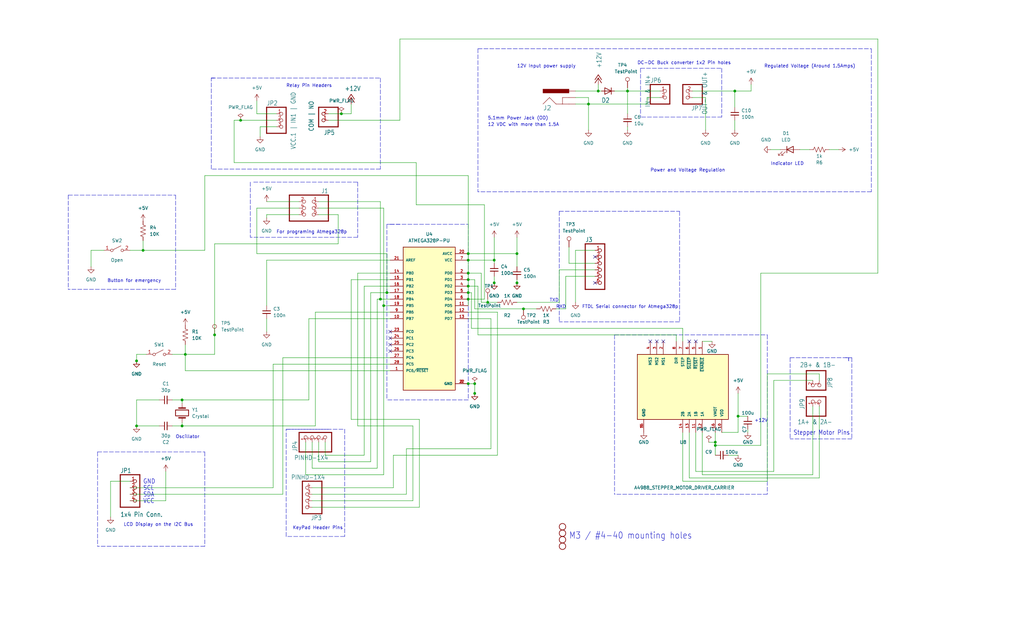
<source format=kicad_sch>
(kicad_sch (version 20211123) (generator eeschema)

  (uuid 15ac57a3-5ff0-4c2b-bead-31131d9a3dad)

  (paper "User" 399.999 250.012)

  (title_block
    (title "Door Lock Schematic")
    (rev "2")
    (company "ECE 411 Team 5 Practicum")
  )

  (lib_symbols
    (symbol "A4988_STEPPER_MOTOR_DRIVER_CARRIER:A4988_STEPPER_MOTOR_DRIVER_CARRIER" (pin_names (offset 1.016)) (in_bom yes) (on_board yes)
      (property "Reference" "U" (id 0) (at -12.7 19.05 0)
        (effects (font (size 1.27 1.27)) (justify left bottom))
      )
      (property "Value" "A4988_STEPPER_MOTOR_DRIVER_CARRIER" (id 1) (at -12.7 -21.59 0)
        (effects (font (size 1.27 1.27)) (justify left bottom))
      )
      (property "Footprint" "MODULE_A4988_STEPPER_MOTOR_DRIVER_CARRIER" (id 2) (at 0 0 0)
        (effects (font (size 1.27 1.27)) (justify left bottom) hide)
      )
      (property "Datasheet" "" (id 3) (at 0 0 0)
        (effects (font (size 1.27 1.27)) (justify left bottom) hide)
      )
      (property "MF" "Pololu" (id 4) (at 0 0 0)
        (effects (font (size 1.27 1.27)) (justify left bottom) hide)
      )
      (property "AVAILABILITY" "Unavailable" (id 5) (at 0 0 0)
        (effects (font (size 1.27 1.27)) (justify left bottom) hide)
      )
      (property "PRICE" "None" (id 6) (at 0 0 0)
        (effects (font (size 1.27 1.27)) (justify left bottom) hide)
      )
      (property "MP" "A4988 STEPPER MOTOR DRIVER CARRIER" (id 7) (at 0 0 0)
        (effects (font (size 1.27 1.27)) (justify left bottom) hide)
      )
      (property "PACKAGE" "None" (id 8) (at 0 0 0)
        (effects (font (size 1.27 1.27)) (justify left bottom) hide)
      )
      (property "DESCRIPTION" "Stepper motor controler; IC: A4988; 1A; Uin mot: 8÷35V" (id 9) (at 0 0 0)
        (effects (font (size 1.27 1.27)) (justify left bottom) hide)
      )
      (property "ki_locked" "" (id 10) (at 0 0 0)
        (effects (font (size 1.27 1.27)))
      )
      (symbol "A4988_STEPPER_MOTOR_DRIVER_CARRIER_0_0"
        (rectangle (start -12.7 -17.78) (end 12.7 17.78)
          (stroke (width 0.254) (type default) (color 0 0 0 0))
          (fill (type background))
        )
        (pin input line (at -17.78 7.62 0) (length 5.08)
          (name "~{ENABLE}" (effects (font (size 1.016 1.016))))
          (number "1" (effects (font (size 1.016 1.016))))
        )
        (pin power_in line (at 17.78 15.24 180) (length 5.08)
          (name "VDD" (effects (font (size 1.016 1.016))))
          (number "10" (effects (font (size 1.016 1.016))))
        )
        (pin output line (at 17.78 5.08 180) (length 5.08)
          (name "1B" (effects (font (size 1.016 1.016))))
          (number "11" (effects (font (size 1.016 1.016))))
        )
        (pin output line (at 17.78 7.62 180) (length 5.08)
          (name "1A" (effects (font (size 1.016 1.016))))
          (number "12" (effects (font (size 1.016 1.016))))
        )
        (pin output line (at 17.78 2.54 180) (length 5.08)
          (name "2A" (effects (font (size 1.016 1.016))))
          (number "13" (effects (font (size 1.016 1.016))))
        )
        (pin output line (at 17.78 0 180) (length 5.08)
          (name "2B" (effects (font (size 1.016 1.016))))
          (number "14" (effects (font (size 1.016 1.016))))
        )
        (pin power_in line (at 17.78 -15.24 180) (length 5.08)
          (name "GND" (effects (font (size 1.016 1.016))))
          (number "15" (effects (font (size 1.016 1.016))))
        )
        (pin power_in line (at 17.78 12.7 180) (length 5.08)
          (name "VMOT" (effects (font (size 1.016 1.016))))
          (number "16" (effects (font (size 1.016 1.016))))
        )
        (pin input line (at -17.78 -7.62 0) (length 5.08)
          (name "MS1" (effects (font (size 1.016 1.016))))
          (number "2" (effects (font (size 1.016 1.016))))
        )
        (pin input line (at -17.78 -10.16 0) (length 5.08)
          (name "MS2" (effects (font (size 1.016 1.016))))
          (number "3" (effects (font (size 1.016 1.016))))
        )
        (pin input line (at -17.78 -12.7 0) (length 5.08)
          (name "MS3" (effects (font (size 1.016 1.016))))
          (number "4" (effects (font (size 1.016 1.016))))
        )
        (pin input line (at -17.78 5.08 0) (length 5.08)
          (name "~{RESET}" (effects (font (size 1.016 1.016))))
          (number "5" (effects (font (size 1.016 1.016))))
        )
        (pin input line (at -17.78 2.54 0) (length 5.08)
          (name "~{SLEEP}" (effects (font (size 1.016 1.016))))
          (number "6" (effects (font (size 1.016 1.016))))
        )
        (pin input line (at -17.78 0 0) (length 5.08)
          (name "STEP" (effects (font (size 1.016 1.016))))
          (number "7" (effects (font (size 1.016 1.016))))
        )
        (pin input line (at -17.78 -2.54 0) (length 5.08)
          (name "DIR" (effects (font (size 1.016 1.016))))
          (number "8" (effects (font (size 1.016 1.016))))
        )
        (pin power_in line (at 17.78 -15.24 180) (length 5.08)
          (name "GND" (effects (font (size 1.016 1.016))))
          (number "9" (effects (font (size 1.016 1.016))))
        )
      )
    )
    (symbol "ATMEGA328P-PU:ATMEGA328P-PU" (pin_names (offset 1.016)) (in_bom yes) (on_board yes)
      (property "Reference" "U" (id 0) (at -10.16 28.9814 0)
        (effects (font (size 1.27 1.27)) (justify left bottom))
      )
      (property "Value" "ATMEGA328P-PU" (id 1) (at -10.16 -31.5214 0)
        (effects (font (size 1.27 1.27)) (justify left bottom))
      )
      (property "Footprint" "DIP794W46P254L2967H457Q28B" (id 2) (at 0 0 0)
        (effects (font (size 1.27 1.27)) (justify left bottom) hide)
      )
      (property "Datasheet" "" (id 3) (at 0 0 0)
        (effects (font (size 1.27 1.27)) (justify left bottom) hide)
      )
      (property "MANUFACTURER" "Atmel" (id 4) (at 0 0 0)
        (effects (font (size 1.27 1.27)) (justify left bottom) hide)
      )
      (property "ki_locked" "" (id 5) (at 0 0 0)
        (effects (font (size 1.27 1.27)))
      )
      (symbol "ATMEGA328P-PU_0_0"
        (rectangle (start -10.16 -27.94) (end 10.16 27.94)
          (stroke (width 0.254) (type default) (color 0 0 0 0))
          (fill (type background))
        )
        (pin bidirectional line (at -15.24 -20.32 0) (length 5.08)
          (name "PC6/~{RESET}" (effects (font (size 1.016 1.016))))
          (number "1" (effects (font (size 1.016 1.016))))
        )
        (pin bidirectional line (at -15.24 0 0) (length 5.08)
          (name "PB7" (effects (font (size 1.016 1.016))))
          (number "10" (effects (font (size 1.016 1.016))))
        )
        (pin bidirectional line (at 15.24 5.08 180) (length 5.08)
          (name "PD5" (effects (font (size 1.016 1.016))))
          (number "11" (effects (font (size 1.016 1.016))))
        )
        (pin bidirectional line (at 15.24 2.54 180) (length 5.08)
          (name "PD6" (effects (font (size 1.016 1.016))))
          (number "12" (effects (font (size 1.016 1.016))))
        )
        (pin bidirectional line (at 15.24 0 180) (length 5.08)
          (name "PD7" (effects (font (size 1.016 1.016))))
          (number "13" (effects (font (size 1.016 1.016))))
        )
        (pin bidirectional line (at -15.24 17.78 0) (length 5.08)
          (name "PB0" (effects (font (size 1.016 1.016))))
          (number "14" (effects (font (size 1.016 1.016))))
        )
        (pin bidirectional line (at -15.24 15.24 0) (length 5.08)
          (name "PB1" (effects (font (size 1.016 1.016))))
          (number "15" (effects (font (size 1.016 1.016))))
        )
        (pin bidirectional line (at -15.24 12.7 0) (length 5.08)
          (name "PB2" (effects (font (size 1.016 1.016))))
          (number "16" (effects (font (size 1.016 1.016))))
        )
        (pin bidirectional line (at -15.24 10.16 0) (length 5.08)
          (name "PB3" (effects (font (size 1.016 1.016))))
          (number "17" (effects (font (size 1.016 1.016))))
        )
        (pin bidirectional line (at -15.24 7.62 0) (length 5.08)
          (name "PB4" (effects (font (size 1.016 1.016))))
          (number "18" (effects (font (size 1.016 1.016))))
        )
        (pin bidirectional line (at -15.24 5.08 0) (length 5.08)
          (name "PB5" (effects (font (size 1.016 1.016))))
          (number "19" (effects (font (size 1.016 1.016))))
        )
        (pin bidirectional line (at 15.24 17.78 180) (length 5.08)
          (name "PD0" (effects (font (size 1.016 1.016))))
          (number "2" (effects (font (size 1.016 1.016))))
        )
        (pin power_in line (at 15.24 25.4 180) (length 5.08)
          (name "AVCC" (effects (font (size 1.016 1.016))))
          (number "20" (effects (font (size 1.016 1.016))))
        )
        (pin input line (at -15.24 22.86 0) (length 5.08)
          (name "AREF" (effects (font (size 1.016 1.016))))
          (number "21" (effects (font (size 1.016 1.016))))
        )
        (pin power_in line (at 15.24 -25.4 180) (length 5.08)
          (name "GND" (effects (font (size 1.016 1.016))))
          (number "22" (effects (font (size 1.016 1.016))))
        )
        (pin bidirectional line (at -15.24 -5.08 0) (length 5.08)
          (name "PC0" (effects (font (size 1.016 1.016))))
          (number "23" (effects (font (size 1.016 1.016))))
        )
        (pin bidirectional line (at -15.24 -7.62 0) (length 5.08)
          (name "PC1" (effects (font (size 1.016 1.016))))
          (number "24" (effects (font (size 1.016 1.016))))
        )
        (pin bidirectional line (at -15.24 -10.16 0) (length 5.08)
          (name "PC2" (effects (font (size 1.016 1.016))))
          (number "25" (effects (font (size 1.016 1.016))))
        )
        (pin bidirectional line (at -15.24 -12.7 0) (length 5.08)
          (name "PC3" (effects (font (size 1.016 1.016))))
          (number "26" (effects (font (size 1.016 1.016))))
        )
        (pin bidirectional line (at -15.24 -15.24 0) (length 5.08)
          (name "PC4" (effects (font (size 1.016 1.016))))
          (number "27" (effects (font (size 1.016 1.016))))
        )
        (pin bidirectional line (at -15.24 -17.78 0) (length 5.08)
          (name "PC5" (effects (font (size 1.016 1.016))))
          (number "28" (effects (font (size 1.016 1.016))))
        )
        (pin bidirectional line (at 15.24 15.24 180) (length 5.08)
          (name "PD1" (effects (font (size 1.016 1.016))))
          (number "3" (effects (font (size 1.016 1.016))))
        )
        (pin bidirectional line (at 15.24 12.7 180) (length 5.08)
          (name "PD2" (effects (font (size 1.016 1.016))))
          (number "4" (effects (font (size 1.016 1.016))))
        )
        (pin bidirectional line (at 15.24 10.16 180) (length 5.08)
          (name "PD3" (effects (font (size 1.016 1.016))))
          (number "5" (effects (font (size 1.016 1.016))))
        )
        (pin bidirectional line (at 15.24 7.62 180) (length 5.08)
          (name "PD4" (effects (font (size 1.016 1.016))))
          (number "6" (effects (font (size 1.016 1.016))))
        )
        (pin power_in line (at 15.24 22.86 180) (length 5.08)
          (name "VCC" (effects (font (size 1.016 1.016))))
          (number "7" (effects (font (size 1.016 1.016))))
        )
        (pin power_in line (at 15.24 -25.4 180) (length 5.08)
          (name "GND" (effects (font (size 1.016 1.016))))
          (number "8" (effects (font (size 1.016 1.016))))
        )
        (pin bidirectional line (at -15.24 2.54 0) (length 5.08)
          (name "PB6" (effects (font (size 1.016 1.016))))
          (number "9" (effects (font (size 1.016 1.016))))
        )
      )
    )
    (symbol "Connector:TestPoint" (pin_numbers hide) (pin_names (offset 0.762) hide) (in_bom yes) (on_board yes)
      (property "Reference" "TP" (id 0) (at 0 6.858 0)
        (effects (font (size 1.27 1.27)))
      )
      (property "Value" "TestPoint" (id 1) (at 0 5.08 0)
        (effects (font (size 1.27 1.27)))
      )
      (property "Footprint" "" (id 2) (at 5.08 0 0)
        (effects (font (size 1.27 1.27)) hide)
      )
      (property "Datasheet" "~" (id 3) (at 5.08 0 0)
        (effects (font (size 1.27 1.27)) hide)
      )
      (property "ki_keywords" "test point tp" (id 4) (at 0 0 0)
        (effects (font (size 1.27 1.27)) hide)
      )
      (property "ki_description" "test point" (id 5) (at 0 0 0)
        (effects (font (size 1.27 1.27)) hide)
      )
      (property "ki_fp_filters" "Pin* Test*" (id 6) (at 0 0 0)
        (effects (font (size 1.27 1.27)) hide)
      )
      (symbol "TestPoint_0_1"
        (circle (center 0 3.302) (radius 0.762)
          (stroke (width 0) (type default) (color 0 0 0 0))
          (fill (type none))
        )
      )
      (symbol "TestPoint_1_1"
        (pin passive line (at 0 0 90) (length 2.54)
          (name "1" (effects (font (size 1.27 1.27))))
          (number "1" (effects (font (size 1.27 1.27))))
        )
      )
    )
    (symbol "Device:C_Small" (pin_numbers hide) (pin_names (offset 0.254) hide) (in_bom yes) (on_board yes)
      (property "Reference" "C" (id 0) (at 0.254 1.778 0)
        (effects (font (size 1.27 1.27)) (justify left))
      )
      (property "Value" "C_Small" (id 1) (at 0.254 -2.032 0)
        (effects (font (size 1.27 1.27)) (justify left))
      )
      (property "Footprint" "" (id 2) (at 0 0 0)
        (effects (font (size 1.27 1.27)) hide)
      )
      (property "Datasheet" "~" (id 3) (at 0 0 0)
        (effects (font (size 1.27 1.27)) hide)
      )
      (property "ki_keywords" "capacitor cap" (id 4) (at 0 0 0)
        (effects (font (size 1.27 1.27)) hide)
      )
      (property "ki_description" "Unpolarized capacitor, small symbol" (id 5) (at 0 0 0)
        (effects (font (size 1.27 1.27)) hide)
      )
      (property "ki_fp_filters" "C_*" (id 6) (at 0 0 0)
        (effects (font (size 1.27 1.27)) hide)
      )
      (symbol "C_Small_0_1"
        (polyline
          (pts
            (xy -1.524 -0.508)
            (xy 1.524 -0.508)
          )
          (stroke (width 0.3302) (type default) (color 0 0 0 0))
          (fill (type none))
        )
        (polyline
          (pts
            (xy -1.524 0.508)
            (xy 1.524 0.508)
          )
          (stroke (width 0.3048) (type default) (color 0 0 0 0))
          (fill (type none))
        )
      )
      (symbol "C_Small_1_1"
        (pin passive line (at 0 2.54 270) (length 2.032)
          (name "~" (effects (font (size 1.27 1.27))))
          (number "1" (effects (font (size 1.27 1.27))))
        )
        (pin passive line (at 0 -2.54 90) (length 2.032)
          (name "~" (effects (font (size 1.27 1.27))))
          (number "2" (effects (font (size 1.27 1.27))))
        )
      )
    )
    (symbol "Device:Crystal" (pin_numbers hide) (pin_names (offset 1.016) hide) (in_bom yes) (on_board yes)
      (property "Reference" "Y" (id 0) (at 0 3.81 0)
        (effects (font (size 1.27 1.27)))
      )
      (property "Value" "Crystal" (id 1) (at 0 -3.81 0)
        (effects (font (size 1.27 1.27)))
      )
      (property "Footprint" "" (id 2) (at 0 0 0)
        (effects (font (size 1.27 1.27)) hide)
      )
      (property "Datasheet" "~" (id 3) (at 0 0 0)
        (effects (font (size 1.27 1.27)) hide)
      )
      (property "ki_keywords" "quartz ceramic resonator oscillator" (id 4) (at 0 0 0)
        (effects (font (size 1.27 1.27)) hide)
      )
      (property "ki_description" "Two pin crystal" (id 5) (at 0 0 0)
        (effects (font (size 1.27 1.27)) hide)
      )
      (property "ki_fp_filters" "Crystal*" (id 6) (at 0 0 0)
        (effects (font (size 1.27 1.27)) hide)
      )
      (symbol "Crystal_0_1"
        (rectangle (start -1.143 2.54) (end 1.143 -2.54)
          (stroke (width 0.3048) (type default) (color 0 0 0 0))
          (fill (type none))
        )
        (polyline
          (pts
            (xy -2.54 0)
            (xy -1.905 0)
          )
          (stroke (width 0) (type default) (color 0 0 0 0))
          (fill (type none))
        )
        (polyline
          (pts
            (xy -1.905 -1.27)
            (xy -1.905 1.27)
          )
          (stroke (width 0.508) (type default) (color 0 0 0 0))
          (fill (type none))
        )
        (polyline
          (pts
            (xy 1.905 -1.27)
            (xy 1.905 1.27)
          )
          (stroke (width 0.508) (type default) (color 0 0 0 0))
          (fill (type none))
        )
        (polyline
          (pts
            (xy 2.54 0)
            (xy 1.905 0)
          )
          (stroke (width 0) (type default) (color 0 0 0 0))
          (fill (type none))
        )
      )
      (symbol "Crystal_1_1"
        (pin passive line (at -3.81 0 0) (length 1.27)
          (name "1" (effects (font (size 1.27 1.27))))
          (number "1" (effects (font (size 1.27 1.27))))
        )
        (pin passive line (at 3.81 0 180) (length 1.27)
          (name "2" (effects (font (size 1.27 1.27))))
          (number "2" (effects (font (size 1.27 1.27))))
        )
      )
    )
    (symbol "Device:LED" (pin_numbers hide) (pin_names (offset 1.016) hide) (in_bom yes) (on_board yes)
      (property "Reference" "D" (id 0) (at 0 2.54 0)
        (effects (font (size 1.27 1.27)))
      )
      (property "Value" "LED" (id 1) (at 0 -2.54 0)
        (effects (font (size 1.27 1.27)))
      )
      (property "Footprint" "" (id 2) (at 0 0 0)
        (effects (font (size 1.27 1.27)) hide)
      )
      (property "Datasheet" "~" (id 3) (at 0 0 0)
        (effects (font (size 1.27 1.27)) hide)
      )
      (property "ki_keywords" "LED diode" (id 4) (at 0 0 0)
        (effects (font (size 1.27 1.27)) hide)
      )
      (property "ki_description" "Light emitting diode" (id 5) (at 0 0 0)
        (effects (font (size 1.27 1.27)) hide)
      )
      (property "ki_fp_filters" "LED* LED_SMD:* LED_THT:*" (id 6) (at 0 0 0)
        (effects (font (size 1.27 1.27)) hide)
      )
      (symbol "LED_0_1"
        (polyline
          (pts
            (xy -1.27 -1.27)
            (xy -1.27 1.27)
          )
          (stroke (width 0.254) (type default) (color 0 0 0 0))
          (fill (type none))
        )
        (polyline
          (pts
            (xy -1.27 0)
            (xy 1.27 0)
          )
          (stroke (width 0) (type default) (color 0 0 0 0))
          (fill (type none))
        )
        (polyline
          (pts
            (xy 1.27 -1.27)
            (xy 1.27 1.27)
            (xy -1.27 0)
            (xy 1.27 -1.27)
          )
          (stroke (width 0.254) (type default) (color 0 0 0 0))
          (fill (type none))
        )
        (polyline
          (pts
            (xy -3.048 -0.762)
            (xy -4.572 -2.286)
            (xy -3.81 -2.286)
            (xy -4.572 -2.286)
            (xy -4.572 -1.524)
          )
          (stroke (width 0) (type default) (color 0 0 0 0))
          (fill (type none))
        )
        (polyline
          (pts
            (xy -1.778 -0.762)
            (xy -3.302 -2.286)
            (xy -2.54 -2.286)
            (xy -3.302 -2.286)
            (xy -3.302 -1.524)
          )
          (stroke (width 0) (type default) (color 0 0 0 0))
          (fill (type none))
        )
      )
      (symbol "LED_1_1"
        (pin passive line (at -3.81 0 0) (length 2.54)
          (name "K" (effects (font (size 1.27 1.27))))
          (number "1" (effects (font (size 1.27 1.27))))
        )
        (pin passive line (at 3.81 0 180) (length 2.54)
          (name "A" (effects (font (size 1.27 1.27))))
          (number "2" (effects (font (size 1.27 1.27))))
        )
      )
    )
    (symbol "Device:R_US" (pin_numbers hide) (pin_names (offset 0)) (in_bom yes) (on_board yes)
      (property "Reference" "R" (id 0) (at 2.54 0 90)
        (effects (font (size 1.27 1.27)))
      )
      (property "Value" "R_US" (id 1) (at -2.54 0 90)
        (effects (font (size 1.27 1.27)))
      )
      (property "Footprint" "" (id 2) (at 1.016 -0.254 90)
        (effects (font (size 1.27 1.27)) hide)
      )
      (property "Datasheet" "~" (id 3) (at 0 0 0)
        (effects (font (size 1.27 1.27)) hide)
      )
      (property "ki_keywords" "R res resistor" (id 4) (at 0 0 0)
        (effects (font (size 1.27 1.27)) hide)
      )
      (property "ki_description" "Resistor, US symbol" (id 5) (at 0 0 0)
        (effects (font (size 1.27 1.27)) hide)
      )
      (property "ki_fp_filters" "R_*" (id 6) (at 0 0 0)
        (effects (font (size 1.27 1.27)) hide)
      )
      (symbol "R_US_0_1"
        (polyline
          (pts
            (xy 0 -2.286)
            (xy 0 -2.54)
          )
          (stroke (width 0) (type default) (color 0 0 0 0))
          (fill (type none))
        )
        (polyline
          (pts
            (xy 0 2.286)
            (xy 0 2.54)
          )
          (stroke (width 0) (type default) (color 0 0 0 0))
          (fill (type none))
        )
        (polyline
          (pts
            (xy 0 -0.762)
            (xy 1.016 -1.143)
            (xy 0 -1.524)
            (xy -1.016 -1.905)
            (xy 0 -2.286)
          )
          (stroke (width 0) (type default) (color 0 0 0 0))
          (fill (type none))
        )
        (polyline
          (pts
            (xy 0 0.762)
            (xy 1.016 0.381)
            (xy 0 0)
            (xy -1.016 -0.381)
            (xy 0 -0.762)
          )
          (stroke (width 0) (type default) (color 0 0 0 0))
          (fill (type none))
        )
        (polyline
          (pts
            (xy 0 2.286)
            (xy 1.016 1.905)
            (xy 0 1.524)
            (xy -1.016 1.143)
            (xy 0 0.762)
          )
          (stroke (width 0) (type default) (color 0 0 0 0))
          (fill (type none))
        )
      )
      (symbol "R_US_1_1"
        (pin passive line (at 0 3.81 270) (length 1.27)
          (name "~" (effects (font (size 1.27 1.27))))
          (number "1" (effects (font (size 1.27 1.27))))
        )
        (pin passive line (at 0 -3.81 90) (length 1.27)
          (name "~" (effects (font (size 1.27 1.27))))
          (number "2" (effects (font (size 1.27 1.27))))
        )
      )
    )
    (symbol "Keyless_Door-eagle-import:+12V" (power) (in_bom yes) (on_board yes)
      (property "Reference" "#P+" (id 0) (at 0 0 0)
        (effects (font (size 1.27 1.27)) hide)
      )
      (property "Value" "+12V" (id 1) (at -2.54 -5.08 90)
        (effects (font (size 1.778 1.5113)) (justify left bottom))
      )
      (property "Footprint" "Keyless_Door:" (id 2) (at 0 0 0)
        (effects (font (size 1.27 1.27)) hide)
      )
      (property "Datasheet" "" (id 3) (at 0 0 0)
        (effects (font (size 1.27 1.27)) hide)
      )
      (property "ki_locked" "" (id 4) (at 0 0 0)
        (effects (font (size 1.27 1.27)))
      )
      (symbol "+12V_1_0"
        (polyline
          (pts
            (xy 0 0)
            (xy -1.27 -1.905)
          )
          (stroke (width 0.254) (type default) (color 0 0 0 0))
          (fill (type none))
        )
        (polyline
          (pts
            (xy 0 1.27)
            (xy -1.27 -0.635)
          )
          (stroke (width 0.254) (type default) (color 0 0 0 0))
          (fill (type none))
        )
        (polyline
          (pts
            (xy 1.27 -1.905)
            (xy 0 0)
          )
          (stroke (width 0.254) (type default) (color 0 0 0 0))
          (fill (type none))
        )
        (polyline
          (pts
            (xy 1.27 -0.635)
            (xy 0 1.27)
          )
          (stroke (width 0.254) (type default) (color 0 0 0 0))
          (fill (type none))
        )
        (pin power_in line (at 0 -2.54 90) (length 2.54)
          (name "+12V" (effects (font (size 0 0))))
          (number "1" (effects (font (size 0 0))))
        )
      )
    )
    (symbol "Keyless_Door-eagle-import:DIODE-SMB" (in_bom yes) (on_board yes)
      (property "Reference" "D" (id 0) (at 2.54 0.4826 0)
        (effects (font (size 1.778 1.5113)) (justify left bottom))
      )
      (property "Value" "DIODE-SMB" (id 1) (at 2.54 -2.3114 0)
        (effects (font (size 1.778 1.5113)) (justify left bottom))
      )
      (property "Footprint" "Keyless_Door:SMB" (id 2) (at 0 0 0)
        (effects (font (size 1.27 1.27)) hide)
      )
      (property "Datasheet" "" (id 3) (at 0 0 0)
        (effects (font (size 1.27 1.27)) hide)
      )
      (property "ki_locked" "" (id 4) (at 0 0 0)
        (effects (font (size 1.27 1.27)))
      )
      (symbol "DIODE-SMB_1_0"
        (polyline
          (pts
            (xy -1.27 -1.27)
            (xy 1.27 0)
          )
          (stroke (width 0.254) (type default) (color 0 0 0 0))
          (fill (type none))
        )
        (polyline
          (pts
            (xy -1.27 1.27)
            (xy -1.27 -1.27)
          )
          (stroke (width 0.254) (type default) (color 0 0 0 0))
          (fill (type none))
        )
        (polyline
          (pts
            (xy 1.27 0)
            (xy -1.27 1.27)
          )
          (stroke (width 0.254) (type default) (color 0 0 0 0))
          (fill (type none))
        )
        (polyline
          (pts
            (xy 1.27 0)
            (xy 1.27 -1.27)
          )
          (stroke (width 0.254) (type default) (color 0 0 0 0))
          (fill (type none))
        )
        (polyline
          (pts
            (xy 1.27 1.27)
            (xy 1.27 0)
          )
          (stroke (width 0.254) (type default) (color 0 0 0 0))
          (fill (type none))
        )
        (pin passive line (at -2.54 0 0) (length 2.54)
          (name "A" (effects (font (size 0 0))))
          (number "A" (effects (font (size 0 0))))
        )
        (pin passive line (at 2.54 0 180) (length 2.54)
          (name "C" (effects (font (size 0 0))))
          (number "C" (effects (font (size 0 0))))
        )
      )
    )
    (symbol "Keyless_Door-eagle-import:PINHD-1X2" (in_bom yes) (on_board yes)
      (property "Reference" "JP" (id 0) (at -6.35 5.715 0)
        (effects (font (size 1.778 1.5113)) (justify left bottom))
      )
      (property "Value" "PINHD-1X2" (id 1) (at -6.35 -5.08 0)
        (effects (font (size 1.778 1.5113)) (justify left bottom))
      )
      (property "Footprint" "Keyless_Door:1X02" (id 2) (at 0 0 0)
        (effects (font (size 1.27 1.27)) hide)
      )
      (property "Datasheet" "" (id 3) (at 0 0 0)
        (effects (font (size 1.27 1.27)) hide)
      )
      (property "ki_locked" "" (id 4) (at 0 0 0)
        (effects (font (size 1.27 1.27)))
      )
      (symbol "PINHD-1X2_1_0"
        (polyline
          (pts
            (xy -6.35 -2.54)
            (xy 1.27 -2.54)
          )
          (stroke (width 0.4064) (type default) (color 0 0 0 0))
          (fill (type none))
        )
        (polyline
          (pts
            (xy -6.35 5.08)
            (xy -6.35 -2.54)
          )
          (stroke (width 0.4064) (type default) (color 0 0 0 0))
          (fill (type none))
        )
        (polyline
          (pts
            (xy 1.27 -2.54)
            (xy 1.27 5.08)
          )
          (stroke (width 0.4064) (type default) (color 0 0 0 0))
          (fill (type none))
        )
        (polyline
          (pts
            (xy 1.27 5.08)
            (xy -6.35 5.08)
          )
          (stroke (width 0.4064) (type default) (color 0 0 0 0))
          (fill (type none))
        )
        (pin passive inverted (at -2.54 2.54 0) (length 2.54)
          (name "1" (effects (font (size 0 0))))
          (number "1" (effects (font (size 1.27 1.27))))
        )
        (pin passive inverted (at -2.54 0 0) (length 2.54)
          (name "2" (effects (font (size 0 0))))
          (number "2" (effects (font (size 1.27 1.27))))
        )
      )
    )
    (symbol "Keyless_Door-eagle-import:PINHD-1X3" (in_bom yes) (on_board yes)
      (property "Reference" "JP" (id 0) (at -6.35 5.715 0)
        (effects (font (size 1.778 1.5113)) (justify left bottom))
      )
      (property "Value" "PINHD-1X3" (id 1) (at -6.35 -7.62 0)
        (effects (font (size 1.778 1.5113)) (justify left bottom))
      )
      (property "Footprint" "Keyless_Door:1X03" (id 2) (at 0 0 0)
        (effects (font (size 1.27 1.27)) hide)
      )
      (property "Datasheet" "" (id 3) (at 0 0 0)
        (effects (font (size 1.27 1.27)) hide)
      )
      (property "ki_locked" "" (id 4) (at 0 0 0)
        (effects (font (size 1.27 1.27)))
      )
      (symbol "PINHD-1X3_1_0"
        (polyline
          (pts
            (xy -6.35 -5.08)
            (xy 1.27 -5.08)
          )
          (stroke (width 0.4064) (type default) (color 0 0 0 0))
          (fill (type none))
        )
        (polyline
          (pts
            (xy -6.35 5.08)
            (xy -6.35 -5.08)
          )
          (stroke (width 0.4064) (type default) (color 0 0 0 0))
          (fill (type none))
        )
        (polyline
          (pts
            (xy 1.27 -5.08)
            (xy 1.27 5.08)
          )
          (stroke (width 0.4064) (type default) (color 0 0 0 0))
          (fill (type none))
        )
        (polyline
          (pts
            (xy 1.27 5.08)
            (xy -6.35 5.08)
          )
          (stroke (width 0.4064) (type default) (color 0 0 0 0))
          (fill (type none))
        )
        (pin passive inverted (at -2.54 2.54 0) (length 2.54)
          (name "1" (effects (font (size 0 0))))
          (number "1" (effects (font (size 1.27 1.27))))
        )
        (pin passive inverted (at -2.54 0 0) (length 2.54)
          (name "2" (effects (font (size 0 0))))
          (number "2" (effects (font (size 1.27 1.27))))
        )
        (pin passive inverted (at -2.54 -2.54 0) (length 2.54)
          (name "3" (effects (font (size 0 0))))
          (number "3" (effects (font (size 1.27 1.27))))
        )
      )
    )
    (symbol "Keyless_Door-eagle-import:PINHD-1X4" (in_bom yes) (on_board yes)
      (property "Reference" "JP" (id 0) (at -6.35 8.255 0)
        (effects (font (size 1.778 1.5113)) (justify left bottom))
      )
      (property "Value" "PINHD-1X4" (id 1) (at -6.35 -7.62 0)
        (effects (font (size 1.778 1.5113)) (justify left bottom))
      )
      (property "Footprint" "Keyless_Door:1X04" (id 2) (at 0 0 0)
        (effects (font (size 1.27 1.27)) hide)
      )
      (property "Datasheet" "" (id 3) (at 0 0 0)
        (effects (font (size 1.27 1.27)) hide)
      )
      (property "ki_locked" "" (id 4) (at 0 0 0)
        (effects (font (size 1.27 1.27)))
      )
      (symbol "PINHD-1X4_1_0"
        (polyline
          (pts
            (xy -6.35 -5.08)
            (xy 1.27 -5.08)
          )
          (stroke (width 0.4064) (type default) (color 0 0 0 0))
          (fill (type none))
        )
        (polyline
          (pts
            (xy -6.35 7.62)
            (xy -6.35 -5.08)
          )
          (stroke (width 0.4064) (type default) (color 0 0 0 0))
          (fill (type none))
        )
        (polyline
          (pts
            (xy 1.27 -5.08)
            (xy 1.27 7.62)
          )
          (stroke (width 0.4064) (type default) (color 0 0 0 0))
          (fill (type none))
        )
        (polyline
          (pts
            (xy 1.27 7.62)
            (xy -6.35 7.62)
          )
          (stroke (width 0.4064) (type default) (color 0 0 0 0))
          (fill (type none))
        )
        (pin passive inverted (at -2.54 5.08 0) (length 2.54)
          (name "1" (effects (font (size 0 0))))
          (number "1" (effects (font (size 1.27 1.27))))
        )
        (pin passive inverted (at -2.54 2.54 0) (length 2.54)
          (name "2" (effects (font (size 0 0))))
          (number "2" (effects (font (size 1.27 1.27))))
        )
        (pin passive inverted (at -2.54 0 0) (length 2.54)
          (name "3" (effects (font (size 0 0))))
          (number "3" (effects (font (size 1.27 1.27))))
        )
        (pin passive inverted (at -2.54 -2.54 0) (length 2.54)
          (name "4" (effects (font (size 0 0))))
          (number "4" (effects (font (size 1.27 1.27))))
        )
      )
    )
    (symbol "Keyless_Door-eagle-import:PINHD-1X6" (in_bom yes) (on_board yes)
      (property "Reference" "JP" (id 0) (at -6.35 10.795 0)
        (effects (font (size 1.778 1.5113)) (justify left bottom))
      )
      (property "Value" "PINHD-1X6" (id 1) (at -6.35 -10.16 0)
        (effects (font (size 1.778 1.5113)) (justify left bottom))
      )
      (property "Footprint" "Keyless_Door:1X06" (id 2) (at 0 0 0)
        (effects (font (size 1.27 1.27)) hide)
      )
      (property "Datasheet" "" (id 3) (at 0 0 0)
        (effects (font (size 1.27 1.27)) hide)
      )
      (property "ki_locked" "" (id 4) (at 0 0 0)
        (effects (font (size 1.27 1.27)))
      )
      (symbol "PINHD-1X6_1_0"
        (polyline
          (pts
            (xy -6.35 -7.62)
            (xy 1.27 -7.62)
          )
          (stroke (width 0.4064) (type default) (color 0 0 0 0))
          (fill (type none))
        )
        (polyline
          (pts
            (xy -6.35 10.16)
            (xy -6.35 -7.62)
          )
          (stroke (width 0.4064) (type default) (color 0 0 0 0))
          (fill (type none))
        )
        (polyline
          (pts
            (xy 1.27 -7.62)
            (xy 1.27 10.16)
          )
          (stroke (width 0.4064) (type default) (color 0 0 0 0))
          (fill (type none))
        )
        (polyline
          (pts
            (xy 1.27 10.16)
            (xy -6.35 10.16)
          )
          (stroke (width 0.4064) (type default) (color 0 0 0 0))
          (fill (type none))
        )
        (pin passive inverted (at -2.54 7.62 0) (length 2.54)
          (name "1" (effects (font (size 0 0))))
          (number "1" (effects (font (size 1.27 1.27))))
        )
        (pin passive inverted (at -2.54 5.08 0) (length 2.54)
          (name "2" (effects (font (size 0 0))))
          (number "2" (effects (font (size 1.27 1.27))))
        )
        (pin passive inverted (at -2.54 2.54 0) (length 2.54)
          (name "3" (effects (font (size 0 0))))
          (number "3" (effects (font (size 1.27 1.27))))
        )
        (pin passive inverted (at -2.54 0 0) (length 2.54)
          (name "4" (effects (font (size 0 0))))
          (number "4" (effects (font (size 1.27 1.27))))
        )
        (pin passive inverted (at -2.54 -2.54 0) (length 2.54)
          (name "5" (effects (font (size 0 0))))
          (number "5" (effects (font (size 1.27 1.27))))
        )
        (pin passive inverted (at -2.54 -5.08 0) (length 2.54)
          (name "6" (effects (font (size 0 0))))
          (number "6" (effects (font (size 1.27 1.27))))
        )
      )
    )
    (symbol "Keyless_Door-eagle-import:PINHD-2X3" (in_bom yes) (on_board yes)
      (property "Reference" "JP" (id 0) (at -6.35 5.715 0)
        (effects (font (size 1.778 1.5113)) (justify left bottom))
      )
      (property "Value" "PINHD-2X3" (id 1) (at -6.35 -7.62 0)
        (effects (font (size 1.778 1.5113)) (justify left bottom))
      )
      (property "Footprint" "Keyless_Door:2X03" (id 2) (at 0 0 0)
        (effects (font (size 1.27 1.27)) hide)
      )
      (property "Datasheet" "" (id 3) (at 0 0 0)
        (effects (font (size 1.27 1.27)) hide)
      )
      (property "ki_locked" "" (id 4) (at 0 0 0)
        (effects (font (size 1.27 1.27)))
      )
      (symbol "PINHD-2X3_1_0"
        (polyline
          (pts
            (xy -6.35 -5.08)
            (xy 8.89 -5.08)
          )
          (stroke (width 0.4064) (type default) (color 0 0 0 0))
          (fill (type none))
        )
        (polyline
          (pts
            (xy -6.35 5.08)
            (xy -6.35 -5.08)
          )
          (stroke (width 0.4064) (type default) (color 0 0 0 0))
          (fill (type none))
        )
        (polyline
          (pts
            (xy 8.89 -5.08)
            (xy 8.89 5.08)
          )
          (stroke (width 0.4064) (type default) (color 0 0 0 0))
          (fill (type none))
        )
        (polyline
          (pts
            (xy 8.89 5.08)
            (xy -6.35 5.08)
          )
          (stroke (width 0.4064) (type default) (color 0 0 0 0))
          (fill (type none))
        )
        (pin passive inverted (at -2.54 2.54 0) (length 2.54)
          (name "1" (effects (font (size 0 0))))
          (number "1" (effects (font (size 1.27 1.27))))
        )
        (pin passive inverted (at 5.08 2.54 180) (length 2.54)
          (name "2" (effects (font (size 0 0))))
          (number "2" (effects (font (size 1.27 1.27))))
        )
        (pin passive inverted (at -2.54 0 0) (length 2.54)
          (name "3" (effects (font (size 0 0))))
          (number "3" (effects (font (size 1.27 1.27))))
        )
        (pin passive inverted (at 5.08 0 180) (length 2.54)
          (name "4" (effects (font (size 0 0))))
          (number "4" (effects (font (size 1.27 1.27))))
        )
        (pin passive inverted (at -2.54 -2.54 0) (length 2.54)
          (name "5" (effects (font (size 0 0))))
          (number "5" (effects (font (size 1.27 1.27))))
        )
        (pin passive inverted (at 5.08 -2.54 180) (length 2.54)
          (name "6" (effects (font (size 0 0))))
          (number "6" (effects (font (size 1.27 1.27))))
        )
      )
    )
    (symbol "Keyless_Door-eagle-import:POWER_JACK" (in_bom yes) (on_board yes)
      (property "Reference" "J" (id 0) (at -10.16 0 0)
        (effects (font (size 1.778 1.778)) (justify left bottom))
      )
      (property "Value" "POWER_JACK" (id 1) (at -10.16 10.16 0)
        (effects (font (size 1.778 1.778)) (justify left bottom))
      )
      (property "Footprint" "Keyless_Door:POWER_JACK_PTH" (id 2) (at 0 0 0)
        (effects (font (size 1.27 1.27)) hide)
      )
      (property "Datasheet" "" (id 3) (at 0 0 0)
        (effects (font (size 1.27 1.27)) hide)
      )
      (property "ki_locked" "" (id 4) (at 0 0 0)
        (effects (font (size 1.27 1.27)))
      )
      (symbol "POWER_JACK_1_0"
        (rectangle (start -10.16 6.858) (end 0 8.382)
          (stroke (width 0) (type default) (color 0 0 0 0))
          (fill (type outline))
        )
        (polyline
          (pts
            (xy -10.16 2.54)
            (xy -7.62 5.08)
          )
          (stroke (width 0.1524) (type default) (color 0 0 0 0))
          (fill (type none))
        )
        (polyline
          (pts
            (xy -7.62 5.08)
            (xy -5.08 2.54)
          )
          (stroke (width 0.1524) (type default) (color 0 0 0 0))
          (fill (type none))
        )
        (polyline
          (pts
            (xy -5.08 2.54)
            (xy -2.54 2.54)
          )
          (stroke (width 0.1524) (type default) (color 0 0 0 0))
          (fill (type none))
        )
        (polyline
          (pts
            (xy -2.54 2.54)
            (xy -2.54 5.08)
          )
          (stroke (width 0.1524) (type default) (color 0 0 0 0))
          (fill (type none))
        )
        (polyline
          (pts
            (xy -2.54 2.54)
            (xy 0 2.54)
          )
          (stroke (width 0.1524) (type default) (color 0 0 0 0))
          (fill (type none))
        )
        (polyline
          (pts
            (xy -2.54 5.08)
            (xy 0 5.08)
          )
          (stroke (width 0.1524) (type default) (color 0 0 0 0))
          (fill (type none))
        )
        (pin bidirectional line (at 2.54 2.54 180) (length 2.54)
          (name "GND" (effects (font (size 0 0))))
          (number "GND" (effects (font (size 0 0))))
        )
        (pin bidirectional line (at 2.54 5.08 180) (length 2.54)
          (name "GNDBREAK" (effects (font (size 0 0))))
          (number "GNDBREAK" (effects (font (size 0 0))))
        )
        (pin bidirectional line (at 2.54 7.62 180) (length 2.54)
          (name "PWR" (effects (font (size 0 0))))
          (number "PWR" (effects (font (size 0 0))))
        )
      )
    )
    (symbol "Keyless_Door-eagle-import:STAND-OFF" (in_bom yes) (on_board yes)
      (property "Reference" "H" (id 0) (at 0 0 0)
        (effects (font (size 1.27 1.27)) hide)
      )
      (property "Value" "STAND-OFF" (id 1) (at 0 0 0)
        (effects (font (size 1.27 1.27)) hide)
      )
      (property "Footprint" "Keyless_Door:STAND-OFF" (id 2) (at 0 0 0)
        (effects (font (size 1.27 1.27)) hide)
      )
      (property "Datasheet" "" (id 3) (at 0 0 0)
        (effects (font (size 1.27 1.27)) hide)
      )
      (property "ki_locked" "" (id 4) (at 0 0 0)
        (effects (font (size 1.27 1.27)))
      )
      (symbol "STAND-OFF_1_0"
        (circle (center 0 0) (radius 1.27)
          (stroke (width 0.254) (type default) (color 0 0 0 0))
          (fill (type none))
        )
      )
    )
    (symbol "Switch:SW_SPST" (pin_names (offset 0) hide) (in_bom yes) (on_board yes)
      (property "Reference" "SW" (id 0) (at 0 3.175 0)
        (effects (font (size 1.27 1.27)))
      )
      (property "Value" "SW_SPST" (id 1) (at 0 -2.54 0)
        (effects (font (size 1.27 1.27)))
      )
      (property "Footprint" "" (id 2) (at 0 0 0)
        (effects (font (size 1.27 1.27)) hide)
      )
      (property "Datasheet" "~" (id 3) (at 0 0 0)
        (effects (font (size 1.27 1.27)) hide)
      )
      (property "ki_keywords" "switch lever" (id 4) (at 0 0 0)
        (effects (font (size 1.27 1.27)) hide)
      )
      (property "ki_description" "Single Pole Single Throw (SPST) switch" (id 5) (at 0 0 0)
        (effects (font (size 1.27 1.27)) hide)
      )
      (symbol "SW_SPST_0_0"
        (circle (center -2.032 0) (radius 0.508)
          (stroke (width 0) (type default) (color 0 0 0 0))
          (fill (type none))
        )
        (polyline
          (pts
            (xy -1.524 0.254)
            (xy 1.524 1.778)
          )
          (stroke (width 0) (type default) (color 0 0 0 0))
          (fill (type none))
        )
        (circle (center 2.032 0) (radius 0.508)
          (stroke (width 0) (type default) (color 0 0 0 0))
          (fill (type none))
        )
      )
      (symbol "SW_SPST_1_1"
        (pin passive line (at -5.08 0 0) (length 2.54)
          (name "A" (effects (font (size 1.27 1.27))))
          (number "1" (effects (font (size 1.27 1.27))))
        )
        (pin passive line (at 5.08 0 180) (length 2.54)
          (name "B" (effects (font (size 1.27 1.27))))
          (number "2" (effects (font (size 1.27 1.27))))
        )
      )
    )
    (symbol "power:+5V" (power) (pin_names (offset 0)) (in_bom yes) (on_board yes)
      (property "Reference" "#PWR" (id 0) (at 0 -3.81 0)
        (effects (font (size 1.27 1.27)) hide)
      )
      (property "Value" "+5V" (id 1) (at 0 3.556 0)
        (effects (font (size 1.27 1.27)))
      )
      (property "Footprint" "" (id 2) (at 0 0 0)
        (effects (font (size 1.27 1.27)) hide)
      )
      (property "Datasheet" "" (id 3) (at 0 0 0)
        (effects (font (size 1.27 1.27)) hide)
      )
      (property "ki_keywords" "power-flag" (id 4) (at 0 0 0)
        (effects (font (size 1.27 1.27)) hide)
      )
      (property "ki_description" "Power symbol creates a global label with name \"+5V\"" (id 5) (at 0 0 0)
        (effects (font (size 1.27 1.27)) hide)
      )
      (symbol "+5V_0_1"
        (polyline
          (pts
            (xy -0.762 1.27)
            (xy 0 2.54)
          )
          (stroke (width 0) (type default) (color 0 0 0 0))
          (fill (type none))
        )
        (polyline
          (pts
            (xy 0 0)
            (xy 0 2.54)
          )
          (stroke (width 0) (type default) (color 0 0 0 0))
          (fill (type none))
        )
        (polyline
          (pts
            (xy 0 2.54)
            (xy 0.762 1.27)
          )
          (stroke (width 0) (type default) (color 0 0 0 0))
          (fill (type none))
        )
      )
      (symbol "+5V_1_1"
        (pin power_in line (at 0 0 90) (length 0) hide
          (name "+5V" (effects (font (size 1.27 1.27))))
          (number "1" (effects (font (size 1.27 1.27))))
        )
      )
    )
    (symbol "power:GND" (power) (pin_names (offset 0)) (in_bom yes) (on_board yes)
      (property "Reference" "#PWR" (id 0) (at 0 -6.35 0)
        (effects (font (size 1.27 1.27)) hide)
      )
      (property "Value" "GND" (id 1) (at 0 -3.81 0)
        (effects (font (size 1.27 1.27)))
      )
      (property "Footprint" "" (id 2) (at 0 0 0)
        (effects (font (size 1.27 1.27)) hide)
      )
      (property "Datasheet" "" (id 3) (at 0 0 0)
        (effects (font (size 1.27 1.27)) hide)
      )
      (property "ki_keywords" "power-flag" (id 4) (at 0 0 0)
        (effects (font (size 1.27 1.27)) hide)
      )
      (property "ki_description" "Power symbol creates a global label with name \"GND\" , ground" (id 5) (at 0 0 0)
        (effects (font (size 1.27 1.27)) hide)
      )
      (symbol "GND_0_1"
        (polyline
          (pts
            (xy 0 0)
            (xy 0 -1.27)
            (xy 1.27 -1.27)
            (xy 0 -2.54)
            (xy -1.27 -1.27)
            (xy 0 -1.27)
          )
          (stroke (width 0) (type default) (color 0 0 0 0))
          (fill (type none))
        )
      )
      (symbol "GND_1_1"
        (pin power_in line (at 0 0 270) (length 0) hide
          (name "GND" (effects (font (size 1.27 1.27))))
          (number "1" (effects (font (size 1.27 1.27))))
        )
      )
    )
    (symbol "power:PWR_FLAG" (power) (pin_numbers hide) (pin_names (offset 0) hide) (in_bom yes) (on_board yes)
      (property "Reference" "#FLG" (id 0) (at 0 1.905 0)
        (effects (font (size 1.27 1.27)) hide)
      )
      (property "Value" "PWR_FLAG" (id 1) (at 0 3.81 0)
        (effects (font (size 1.27 1.27)))
      )
      (property "Footprint" "" (id 2) (at 0 0 0)
        (effects (font (size 1.27 1.27)) hide)
      )
      (property "Datasheet" "~" (id 3) (at 0 0 0)
        (effects (font (size 1.27 1.27)) hide)
      )
      (property "ki_keywords" "power-flag" (id 4) (at 0 0 0)
        (effects (font (size 1.27 1.27)) hide)
      )
      (property "ki_description" "Special symbol for telling ERC where power comes from" (id 5) (at 0 0 0)
        (effects (font (size 1.27 1.27)) hide)
      )
      (symbol "PWR_FLAG_0_0"
        (pin power_out line (at 0 0 90) (length 0)
          (name "pwr" (effects (font (size 1.27 1.27))))
          (number "1" (effects (font (size 1.27 1.27))))
        )
      )
      (symbol "PWR_FLAG_0_1"
        (polyline
          (pts
            (xy 0 0)
            (xy 0 1.27)
            (xy -1.016 1.905)
            (xy 0 2.54)
            (xy 1.016 1.905)
            (xy 0 1.27)
          )
          (stroke (width 0) (type default) (color 0 0 0 0))
          (fill (type none))
        )
      )
    )
  )

  (junction (at 72.39 138.43) (diameter 0) (color 0 0 0 0)
    (uuid 16e7f11a-3bab-4549-b981-7cd8d9ab921b)
  )
  (junction (at 201.93 99.06) (diameter 0) (color 0 0 0 0)
    (uuid 28e8d7c4-cd84-40eb-b71c-5fc6b1bde65a)
  )
  (junction (at 201.93 110.49) (diameter 0) (color 0 0 0 0)
    (uuid 29c4bcfb-50a0-4058-9b26-f67f7503e638)
  )
  (junction (at 133.35 44.45) (diameter 0) (color 0 0 0 0)
    (uuid 2bc63afd-980d-4c0e-a5a1-00be83d4ad16)
  )
  (junction (at 83.82 130.81) (diameter 0) (color 0 0 0 0)
    (uuid 32c83463-b463-44d6-a2de-9033ae12c5ac)
  )
  (junction (at 182.88 111.76) (diameter 0) (color 0 0 0 0)
    (uuid 33d87023-2c27-41d1-a5a0-98e76da9118d)
  )
  (junction (at 288.29 162.56) (diameter 0) (color 0 0 0 0)
    (uuid 4978c0cc-d316-4aa8-af4a-fa219ebb94a8)
  )
  (junction (at 182.88 109.22) (diameter 0) (color 0 0 0 0)
    (uuid 4b7557a9-733e-48a0-b261-80a4d93d8ed7)
  )
  (junction (at 53.34 166.37) (diameter 0) (color 0 0 0 0)
    (uuid 624430da-8c7b-4c03-aed2-e50eb9743201)
  )
  (junction (at 279.4 173.99) (diameter 0) (color 0 0 0 0)
    (uuid 78a35aff-9a94-4b17-930b-5cb4a8611891)
  )
  (junction (at 204.47 120.65) (diameter 0) (color 0 0 0 0)
    (uuid 82333dfb-668c-47eb-9e12-3a4595e1cb1c)
  )
  (junction (at 182.88 114.3) (diameter 0) (color 0 0 0 0)
    (uuid 858a2e83-7fd4-42f5-bb4a-d6ca935304a4)
  )
  (junction (at 182.88 116.84) (diameter 0) (color 0 0 0 0)
    (uuid 85a1fcf0-5659-4cd4-8ad6-80ca1f22e48b)
  )
  (junction (at 245.11 35.56) (diameter 0) (color 0 0 0 0)
    (uuid 8aedb230-4dc9-4e5b-8a17-2f007d079239)
  )
  (junction (at 149.86 119.38) (diameter 0) (color 0 0 0 0)
    (uuid 8af0b5db-8dca-4947-b7f6-dd4e799ea4f7)
  )
  (junction (at 193.04 110.49) (diameter 0) (color 0 0 0 0)
    (uuid 8c4b808b-8301-4a33-bc91-d95e72d2e178)
  )
  (junction (at 193.04 101.6) (diameter 0) (color 0 0 0 0)
    (uuid 8e88939f-b8ca-42f8-ae5b-13fb1cfde0f5)
  )
  (junction (at 229.87 40.64) (diameter 0) (color 0 0 0 0)
    (uuid 99e9beda-df9a-4438-b4fb-bd73eee80c9b)
  )
  (junction (at 182.88 99.06) (diameter 0) (color 0 0 0 0)
    (uuid a6d70ac3-08e3-4f87-a362-bb9b62500b25)
  )
  (junction (at 71.12 156.21) (diameter 0) (color 0 0 0 0)
    (uuid ad1e5b8b-e584-4f5e-898a-c97328259ec6)
  )
  (junction (at 55.88 97.79) (diameter 0) (color 0 0 0 0)
    (uuid afd58a08-b211-4df2-859f-be12d34a6464)
  )
  (junction (at 279.4 172.72) (diameter 0) (color 0 0 0 0)
    (uuid b4a2b0c9-8d1e-4ae6-8ebe-b1a9aedc04e0)
  )
  (junction (at 93.98 46.99) (diameter 0) (color 0 0 0 0)
    (uuid b549e583-ef71-4246-b652-f201db227259)
  )
  (junction (at 182.88 101.6) (diameter 0) (color 0 0 0 0)
    (uuid b5bf481e-eed5-4d8b-a255-d57959cb5cb5)
  )
  (junction (at 287.02 35.56) (diameter 0) (color 0 0 0 0)
    (uuid bb541f0d-5725-4d03-a0d2-593795a152f8)
  )
  (junction (at 185.42 149.86) (diameter 0) (color 0 0 0 0)
    (uuid beb7c699-96e5-4e3a-a869-15dc0b0a893d)
  )
  (junction (at 182.88 106.68) (diameter 0) (color 0 0 0 0)
    (uuid c1e06c6d-5e6c-4e0f-8977-b50d555d1c72)
  )
  (junction (at 53.34 140.97) (diameter 0) (color 0 0 0 0)
    (uuid d640f88d-1fba-4edc-87e7-23375ded7212)
  )
  (junction (at 233.68 35.56) (diameter 0) (color 0 0 0 0)
    (uuid d76fca33-c050-43c0-95d7-c285856c036f)
  )
  (junction (at 71.12 166.37) (diameter 0) (color 0 0 0 0)
    (uuid d8e61d37-719f-453c-bd82-237f4167211e)
  )
  (junction (at 182.88 149.86) (diameter 0) (color 0 0 0 0)
    (uuid ede41d8b-6000-481d-b1d4-c7896abc0623)
  )
  (junction (at 148.59 116.84) (diameter 0) (color 0 0 0 0)
    (uuid f5527d2b-7d67-49cb-8969-2bf174cf2799)
  )
  (junction (at 185.42 153.67) (diameter 0) (color 0 0 0 0)
    (uuid fb8eea5d-6e38-4b7b-be07-e18a285539dd)
  )
  (junction (at 190.5 118.11) (diameter 0) (color 0 0 0 0)
    (uuid fd6c70a8-07f2-4fdd-9617-1751f1374f48)
  )
  (junction (at 151.13 114.3) (diameter 0) (color 0 0 0 0)
    (uuid ffe6ab50-8c99-4e53-9f10-059c54266e65)
  )

  (no_connect (at 152.4 137.16) (uuid 2f4c67c0-3cd2-4f88-8433-f95b8a6d19c1))
  (no_connect (at 259.08 133.35) (uuid 4395535b-a982-4984-83b1-ec5db740b82a))
  (no_connect (at 254 133.35) (uuid 694d759d-bfc9-4255-91cc-5f1202092b50))
  (no_connect (at 152.4 134.62) (uuid 92010151-959f-42e7-9003-c34452c9fc25))
  (no_connect (at 232.41 100.33) (uuid 98c6c9c2-ac6f-4a27-a6ab-1e4cfe0f7837))
  (no_connect (at 271.78 133.35) (uuid 9c76ee8a-e168-460a-b934-75a311eba707))
  (no_connect (at 256.54 133.35) (uuid a142d688-d77d-45f3-b508-326c67c485a5))
  (no_connect (at 152.4 129.54) (uuid b2114d0f-2d59-48f8-88fd-ea9dce44480d))
  (no_connect (at 232.41 110.49) (uuid c5f2e39c-1332-42ba-b1cc-4d85bbe31fc1))
  (no_connect (at 152.4 132.08) (uuid ecb0350b-88f8-4e8d-9a6a-0ca163c7c205))
  (no_connect (at 269.24 133.35) (uuid f6af8643-71ef-420a-a75a-08bc5220de48))

  (wire (pts (xy 124.46 172.72) (xy 124.46 180.34))
    (stroke (width 0) (type default) (color 0 0 0 0))
    (uuid 0016519b-a2f0-4d88-95be-eb88dbaaf8b3)
  )
  (polyline (pts (xy 250.19 26.67) (xy 250.19 45.72))
    (stroke (width 0) (type default) (color 0 0 0 0))
    (uuid 015a5029-be2b-4f5f-a960-31764387d176)
  )

  (wire (pts (xy 182.88 68.58) (xy 80.01 68.58))
    (stroke (width 0) (type default) (color 0 0 0 0))
    (uuid 0292e882-2121-4224-9071-051021b7ce21)
  )
  (wire (pts (xy 270.51 35.56) (xy 287.02 35.56))
    (stroke (width 0) (type default) (color 0 0 0 0))
    (uuid 029d10c4-79e5-4ca3-b951-fb8b439d74e8)
  )
  (wire (pts (xy 153.67 177.8) (xy 194.31 177.8))
    (stroke (width 0) (type default) (color 0 0 0 0))
    (uuid 033b71ee-f680-416b-8a83-c3d74109bab6)
  )
  (polyline (pts (xy 299.72 130.81) (xy 299.72 193.04))
    (stroke (width 0) (type default) (color 0 0 0 0))
    (uuid 038a985d-1eab-4d9f-a60b-546a111d29d6)
  )

  (wire (pts (xy 182.88 114.3) (xy 182.88 111.76))
    (stroke (width 0) (type default) (color 0 0 0 0))
    (uuid 04de1221-c7a1-4cdb-bc31-f8d2632069d9)
  )
  (wire (pts (xy 121.92 198.12) (xy 163.83 198.12))
    (stroke (width 0) (type default) (color 0 0 0 0))
    (uuid 056058a2-8ced-4ece-9275-e8e83bc2948b)
  )
  (wire (pts (xy 222.25 102.87) (xy 232.41 102.87))
    (stroke (width 0) (type default) (color 0 0 0 0))
    (uuid 061b4a8b-8455-4fbd-9d98-c65368fff526)
  )
  (wire (pts (xy 104.14 78.74) (xy 116.84 78.74))
    (stroke (width 0) (type default) (color 0 0 0 0))
    (uuid 072baa25-0fd8-4d01-9c01-8ec515d88d47)
  )
  (wire (pts (xy 276.86 172.72) (xy 279.4 172.72))
    (stroke (width 0) (type default) (color 0 0 0 0))
    (uuid 08650f2e-c139-4516-8c30-d623662a0f94)
  )
  (wire (pts (xy 35.56 97.79) (xy 35.56 104.14))
    (stroke (width 0) (type default) (color 0 0 0 0))
    (uuid 09dad9db-ae14-41d6-b40d-0d871f5d5629)
  )
  (polyline (pts (xy 332.74 139.7) (xy 332.74 171.45))
    (stroke (width 0) (type default) (color 0 0 0 0))
    (uuid 0a1ab221-7576-4313-9300-d9a91589c3d8)
  )

  (wire (pts (xy 156.21 46.99) (xy 156.21 15.24))
    (stroke (width 0) (type default) (color 0 0 0 0))
    (uuid 0a287574-1d6e-44ff-a5f7-96c638e030e3)
  )
  (wire (pts (xy 107.95 49.53) (xy 101.6 49.53))
    (stroke (width 0) (type default) (color 0 0 0 0))
    (uuid 0bdb415b-dade-4741-8873-f688b51a5018)
  )
  (wire (pts (xy 163.83 198.12) (xy 163.83 163.83))
    (stroke (width 0) (type default) (color 0 0 0 0))
    (uuid 0cbd8e24-65e7-4cfe-afdc-62ab08b03c95)
  )
  (wire (pts (xy 133.35 44.45) (xy 137.16 44.45))
    (stroke (width 0) (type default) (color 0 0 0 0))
    (uuid 0d2396c4-3c54-4a80-9b17-f247fcde62f0)
  )
  (wire (pts (xy 264.16 133.35) (xy 264.16 130.81))
    (stroke (width 0) (type default) (color 0 0 0 0))
    (uuid 0f6e7e29-c8f6-43a2-be84-15a2e70f8bd6)
  )
  (polyline (pts (xy 148.59 30.48) (xy 148.59 66.04))
    (stroke (width 0) (type default) (color 0 0 0 0))
    (uuid 104dedee-9e0f-46cd-a60c-f93e5eee5a61)
  )

  (wire (pts (xy 288.29 162.56) (xy 292.1 162.56))
    (stroke (width 0) (type default) (color 0 0 0 0))
    (uuid 1259ad3a-20f3-43d7-b0e6-f2520b68ba51)
  )
  (wire (pts (xy 292.1 167.64) (xy 292.1 168.91))
    (stroke (width 0) (type default) (color 0 0 0 0))
    (uuid 12a24973-1890-401c-b310-73753e0faa0f)
  )
  (wire (pts (xy 149.86 81.28) (xy 149.86 119.38))
    (stroke (width 0) (type default) (color 0 0 0 0))
    (uuid 135d05ca-2be7-43e3-b1ca-c8560a5761be)
  )
  (wire (pts (xy 119.38 185.42) (xy 119.38 172.72))
    (stroke (width 0) (type default) (color 0 0 0 0))
    (uuid 13def7e2-72ef-482e-8224-8278ef303cbc)
  )
  (wire (pts (xy 288.29 162.56) (xy 288.29 168.91))
    (stroke (width 0) (type default) (color 0 0 0 0))
    (uuid 154f5cdb-1d75-4aad-8296-8cbec104d75e)
  )
  (polyline (pts (xy 308.61 139.7) (xy 332.74 139.7))
    (stroke (width 0) (type default) (color 0 0 0 0))
    (uuid 177069b8-e1dc-4937-ac88-9d3d57c503ee)
  )
  (polyline (pts (xy 111.76 167.64) (xy 113.03 167.64))
    (stroke (width 0) (type default) (color 0 0 0 0))
    (uuid 17c2361c-72e1-4af3-bff6-862a92e94265)
  )

  (wire (pts (xy 342.9 15.24) (xy 342.9 106.68))
    (stroke (width 0) (type default) (color 0 0 0 0))
    (uuid 17fa4689-608f-44cd-a4ea-9cb664cac2e4)
  )
  (wire (pts (xy 55.88 97.79) (xy 80.01 97.79))
    (stroke (width 0) (type default) (color 0 0 0 0))
    (uuid 18c253fd-b19c-4824-8402-818b5b10873e)
  )
  (wire (pts (xy 158.75 175.26) (xy 191.77 175.26))
    (stroke (width 0) (type default) (color 0 0 0 0))
    (uuid 18c74054-d004-4599-a0a1-d87e11f2caed)
  )
  (wire (pts (xy 124.46 81.28) (xy 149.86 81.28))
    (stroke (width 0) (type default) (color 0 0 0 0))
    (uuid 1d91cbcb-534d-43cc-9f82-9ef15a897e47)
  )
  (wire (pts (xy 204.47 120.65) (xy 185.42 120.65))
    (stroke (width 0) (type default) (color 0 0 0 0))
    (uuid 1da0cea7-6629-4d9b-aef3-5f6b6d730a96)
  )
  (polyline (pts (xy 299.72 193.04) (xy 240.03 193.04))
    (stroke (width 0) (type default) (color 0 0 0 0))
    (uuid 1ddc8884-b080-4b74-b7b5-24c203c66259)
  )

  (wire (pts (xy 297.18 106.68) (xy 342.9 106.68))
    (stroke (width 0) (type default) (color 0 0 0 0))
    (uuid 1f304913-d6de-4e95-a113-9379233f0768)
  )
  (polyline (pts (xy 113.03 167.64) (xy 128.27 167.64))
    (stroke (width 0) (type default) (color 0 0 0 0))
    (uuid 216d4767-02d4-47ea-9d58-ce45b8a0537c)
  )

  (wire (pts (xy 124.46 78.74) (xy 148.59 78.74))
    (stroke (width 0) (type default) (color 0 0 0 0))
    (uuid 23338f33-5f74-4d7e-8f46-8e85b3368423)
  )
  (wire (pts (xy 182.88 116.84) (xy 189.23 116.84))
    (stroke (width 0) (type default) (color 0 0 0 0))
    (uuid 2441a2d1-fc75-412b-92d7-492f68661cff)
  )
  (wire (pts (xy 57.15 138.43) (xy 53.34 138.43))
    (stroke (width 0) (type default) (color 0 0 0 0))
    (uuid 24882879-889d-4739-909a-e2912a31bfd1)
  )
  (wire (pts (xy 158.75 193.04) (xy 158.75 175.26))
    (stroke (width 0) (type default) (color 0 0 0 0))
    (uuid 24b7ce42-dbec-4f69-92c0-ae66173d6696)
  )
  (wire (pts (xy 83.82 95.25) (xy 83.82 130.81))
    (stroke (width 0) (type default) (color 0 0 0 0))
    (uuid 29e1b1bd-5257-4270-a6bd-326a7482bd1d)
  )
  (wire (pts (xy 320.04 148.59) (xy 320.04 146.05))
    (stroke (width 0) (type default) (color 0 0 0 0))
    (uuid 2b65fb65-2c8b-421f-a646-47f1e9ee9474)
  )
  (wire (pts (xy 201.93 109.22) (xy 201.93 110.49))
    (stroke (width 0) (type default) (color 0 0 0 0))
    (uuid 2b6aa3f4-4626-4b72-b60d-acc41907c4a0)
  )
  (wire (pts (xy 147.32 116.84) (xy 148.59 116.84))
    (stroke (width 0) (type default) (color 0 0 0 0))
    (uuid 2c838f6d-1834-4a57-bdef-d28d0ef20b51)
  )
  (wire (pts (xy 252.73 38.1) (xy 252.73 40.64))
    (stroke (width 0) (type default) (color 0 0 0 0))
    (uuid 2db09746-6454-45ad-ba00-c56c0ee782b7)
  )
  (wire (pts (xy 193.04 101.6) (xy 193.04 102.87))
    (stroke (width 0) (type default) (color 0 0 0 0))
    (uuid 2e761592-570e-4ca2-a78f-5133a556f76e)
  )
  (polyline (pts (xy 182.88 87.63) (xy 182.88 156.21))
    (stroke (width 0) (type default) (color 0 0 0 0))
    (uuid 2f5666ff-41cc-452f-8a2e-835cc59e17f8)
  )

  (wire (pts (xy 161.29 195.58) (xy 121.92 195.58))
    (stroke (width 0) (type default) (color 0 0 0 0))
    (uuid 3109837a-58f3-40f1-9e42-91114a177c81)
  )
  (wire (pts (xy 62.23 156.21) (xy 53.34 156.21))
    (stroke (width 0) (type default) (color 0 0 0 0))
    (uuid 315e947a-53b4-4f6c-b7d1-cf89fd765db7)
  )
  (polyline (pts (xy 82.55 30.48) (xy 148.59 30.48))
    (stroke (width 0) (type default) (color 0 0 0 0))
    (uuid 32666e86-beb9-459c-9d16-195055be17c4)
  )
  (polyline (pts (xy 82.55 66.04) (xy 82.55 30.48))
    (stroke (width 0) (type default) (color 0 0 0 0))
    (uuid 336b44c9-ac0f-444f-9afd-411d75e8f995)
  )
  (polyline (pts (xy 111.76 167.64) (xy 134.62 167.64))
    (stroke (width 0) (type default) (color 0 0 0 0))
    (uuid 33fc2a4b-311e-414b-ae25-1615aff745b2)
  )

  (wire (pts (xy 149.86 119.38) (xy 152.4 119.38))
    (stroke (width 0) (type default) (color 0 0 0 0))
    (uuid 33fe295d-80f4-4549-ab35-1a25ea0f0bfd)
  )
  (wire (pts (xy 121.92 193.04) (xy 158.75 193.04))
    (stroke (width 0) (type default) (color 0 0 0 0))
    (uuid 34a1124c-2cc6-4b67-a192-3c24608a0234)
  )
  (wire (pts (xy 106.68 142.24) (xy 106.68 190.5))
    (stroke (width 0) (type default) (color 0 0 0 0))
    (uuid 36dcfb39-08e2-4a71-a158-7d3825ad7680)
  )
  (wire (pts (xy 182.88 106.68) (xy 182.88 101.6))
    (stroke (width 0) (type default) (color 0 0 0 0))
    (uuid 36efa43c-a38a-4350-b1c4-f0b6a8237e98)
  )
  (wire (pts (xy 232.41 105.41) (xy 218.44 105.41))
    (stroke (width 0) (type default) (color 0 0 0 0))
    (uuid 3be071b9-3f00-4fcb-b3fc-d55aa2f0b247)
  )
  (wire (pts (xy 100.33 81.28) (xy 116.84 81.28))
    (stroke (width 0) (type default) (color 0 0 0 0))
    (uuid 3c0a27c5-2b77-41f1-8038-86985c98c789)
  )
  (wire (pts (xy 182.88 101.6) (xy 193.04 101.6))
    (stroke (width 0) (type default) (color 0 0 0 0))
    (uuid 3cd03f26-4b1d-4fff-84ca-8efcb02f38cf)
  )
  (polyline (pts (xy 151.13 87.63) (xy 152.4 87.63))
    (stroke (width 0) (type default) (color 0 0 0 0))
    (uuid 3d26659e-cf5a-4d0d-aee7-5987b7c1c457)
  )
  (polyline (pts (xy 38.1 176.53) (xy 38.1 213.36))
    (stroke (width 0) (type default) (color 0 0 0 0))
    (uuid 3eb47035-d1bc-481c-9fe6-3f67c1f71af6)
  )

  (wire (pts (xy 193.04 107.95) (xy 193.04 110.49))
    (stroke (width 0) (type default) (color 0 0 0 0))
    (uuid 40b834d5-2c1a-4bd5-ae0a-d35b79c8644a)
  )
  (wire (pts (xy 185.42 109.22) (xy 182.88 109.22))
    (stroke (width 0) (type default) (color 0 0 0 0))
    (uuid 41a03334-fb77-4dd6-93d6-4c709dc3d0e7)
  )
  (wire (pts (xy 182.88 99.06) (xy 201.93 99.06))
    (stroke (width 0) (type default) (color 0 0 0 0))
    (uuid 42623a59-33f7-45c3-b7c5-02380beb83d5)
  )
  (wire (pts (xy 222.25 96.52) (xy 222.25 102.87))
    (stroke (width 0) (type default) (color 0 0 0 0))
    (uuid 435e6df7-01c1-4da1-a1c5-b5223227fb3a)
  )
  (wire (pts (xy 189.23 116.84) (xy 189.23 80.01))
    (stroke (width 0) (type default) (color 0 0 0 0))
    (uuid 4391a8e1-0307-4c79-89e9-42fee9ee140c)
  )
  (polyline (pts (xy 182.88 156.21) (xy 151.13 156.21))
    (stroke (width 0) (type default) (color 0 0 0 0))
    (uuid 4398d9ad-ee7f-4d59-b113-99991a284340)
  )

  (wire (pts (xy 279.4 172.72) (xy 279.4 173.99))
    (stroke (width 0) (type default) (color 0 0 0 0))
    (uuid 43ab7264-533a-4a48-8937-5a94d7fc18d0)
  )
  (wire (pts (xy 302.26 148.59) (xy 317.5 148.59))
    (stroke (width 0) (type default) (color 0 0 0 0))
    (uuid 44fbd63b-e090-4191-8e64-241b64df811a)
  )
  (wire (pts (xy 72.39 138.43) (xy 67.31 138.43))
    (stroke (width 0) (type default) (color 0 0 0 0))
    (uuid 452dd198-777c-41da-a29c-13eb5b1e2e68)
  )
  (wire (pts (xy 323.85 58.42) (xy 327.66 58.42))
    (stroke (width 0) (type default) (color 0 0 0 0))
    (uuid 46149757-87d9-4313-a07f-7203ff769ac5)
  )
  (wire (pts (xy 269.24 186.69) (xy 320.04 186.69))
    (stroke (width 0) (type default) (color 0 0 0 0))
    (uuid 46ac418f-b651-4fb3-8022-691ee21b1de9)
  )
  (polyline (pts (xy 308.61 139.7) (xy 308.61 171.45))
    (stroke (width 0) (type default) (color 0 0 0 0))
    (uuid 4748968f-ea59-4fa7-bef4-dbfc050ce3ac)
  )

  (wire (pts (xy 317.5 185.42) (xy 317.5 158.75))
    (stroke (width 0) (type default) (color 0 0 0 0))
    (uuid 483e5a11-6bd0-4270-8328-5ff8c70856f9)
  )
  (polyline (pts (xy 26.67 76.2) (xy 26.67 113.03))
    (stroke (width 0) (type default) (color 0 0 0 0))
    (uuid 48fe0371-9e61-4e3e-89ff-86cbe93b17d7)
  )

  (wire (pts (xy 233.68 33.02) (xy 233.68 35.56))
    (stroke (width 0) (type default) (color 0 0 0 0))
    (uuid 49133c99-3aed-40ec-a6e9-19c8abdc0f92)
  )
  (wire (pts (xy 152.4 144.78) (xy 72.39 144.78))
    (stroke (width 0) (type default) (color 0 0 0 0))
    (uuid 49197653-d026-4a4b-8f9e-176d8d20e619)
  )
  (wire (pts (xy 182.88 119.38) (xy 182.88 116.84))
    (stroke (width 0) (type default) (color 0 0 0 0))
    (uuid 491c4f59-eff3-46d2-9d5d-baf5a74b36cc)
  )
  (wire (pts (xy 266.7 187.96) (xy 299.72 187.96))
    (stroke (width 0) (type default) (color 0 0 0 0))
    (uuid 4928b98d-cdda-401a-a39b-737c3a8103f6)
  )
  (polyline (pts (xy 26.67 76.2) (xy 68.58 76.2))
    (stroke (width 0) (type default) (color 0 0 0 0))
    (uuid 4a407849-56a3-427b-a528-b04059d73412)
  )

  (wire (pts (xy 182.88 109.22) (xy 182.88 106.68))
    (stroke (width 0) (type default) (color 0 0 0 0))
    (uuid 4a8f71d6-885f-4c35-b003-d575e452ce3a)
  )
  (wire (pts (xy 72.39 144.78) (xy 72.39 138.43))
    (stroke (width 0) (type default) (color 0 0 0 0))
    (uuid 4bd40c45-823a-4fce-97dc-f4387bf7debf)
  )
  (polyline (pts (xy 80.01 176.53) (xy 80.01 213.36))
    (stroke (width 0) (type default) (color 0 0 0 0))
    (uuid 4bd56d72-e28e-4950-a8d3-2b2a1651eaff)
  )

  (wire (pts (xy 104.14 83.82) (xy 104.14 85.09))
    (stroke (width 0) (type default) (color 0 0 0 0))
    (uuid 4de0c675-0cb6-4e7d-aa23-5b9f2ba0490e)
  )
  (wire (pts (xy 152.4 109.22) (xy 137.16 109.22))
    (stroke (width 0) (type default) (color 0 0 0 0))
    (uuid 4ea9d52b-bd7f-4f63-b09b-d0563a8e3059)
  )
  (wire (pts (xy 190.5 116.84) (xy 190.5 118.11))
    (stroke (width 0) (type default) (color 0 0 0 0))
    (uuid 4f77c315-b08b-4349-a75a-2860005663e1)
  )
  (wire (pts (xy 161.29 166.37) (xy 161.29 195.58))
    (stroke (width 0) (type default) (color 0 0 0 0))
    (uuid 5413cb5c-88f8-4d7c-8d7b-dae287fbd9db)
  )
  (wire (pts (xy 257.81 38.1) (xy 252.73 38.1))
    (stroke (width 0) (type default) (color 0 0 0 0))
    (uuid 54649817-7901-4447-a9e2-bae898f54a41)
  )
  (polyline (pts (xy 218.44 82.55) (xy 218.44 125.73))
    (stroke (width 0) (type default) (color 0 0 0 0))
    (uuid 56017073-c8a4-429a-a981-f875d909e8cc)
  )

  (wire (pts (xy 224.79 35.56) (xy 233.68 35.56))
    (stroke (width 0) (type default) (color 0 0 0 0))
    (uuid 5631a9aa-8108-44b8-ad99-14af047a3eb6)
  )
  (wire (pts (xy 224.79 97.79) (xy 232.41 97.79))
    (stroke (width 0) (type default) (color 0 0 0 0))
    (uuid 57f0b6f5-5168-4bf3-9602-cdda16a4fb04)
  )
  (wire (pts (xy 182.88 124.46) (xy 191.77 124.46))
    (stroke (width 0) (type default) (color 0 0 0 0))
    (uuid 5ca9962a-fbeb-46ad-ae6d-0c6f263d1bb5)
  )
  (wire (pts (xy 279.4 168.91) (xy 279.4 172.72))
    (stroke (width 0) (type default) (color 0 0 0 0))
    (uuid 5def2780-75f4-4893-a5fa-06ecc7bebce0)
  )
  (wire (pts (xy 312.42 58.42) (xy 316.23 58.42))
    (stroke (width 0) (type default) (color 0 0 0 0))
    (uuid 60386b52-0a4d-489a-878a-22d2741e514b)
  )
  (wire (pts (xy 187.96 118.11) (xy 187.96 106.68))
    (stroke (width 0) (type default) (color 0 0 0 0))
    (uuid 615bb901-e018-4d7e-a650-b9ab8185b7a8)
  )
  (wire (pts (xy 300.99 58.42) (xy 304.8 58.42))
    (stroke (width 0) (type default) (color 0 0 0 0))
    (uuid 634d9398-6097-473c-9deb-2e2c2cfe98f1)
  )
  (wire (pts (xy 127 177.8) (xy 142.24 177.8))
    (stroke (width 0) (type default) (color 0 0 0 0))
    (uuid 638dc821-f0ba-4036-9bc3-3413a8ef44c2)
  )
  (polyline (pts (xy 82.55 30.48) (xy 83.82 30.48))
    (stroke (width 0) (type default) (color 0 0 0 0))
    (uuid 64789e4e-d374-46d3-9e67-50c404d914b2)
  )

  (wire (pts (xy 127 177.8) (xy 127 172.72))
    (stroke (width 0) (type default) (color 0 0 0 0))
    (uuid 65fed7c6-cb74-48f4-9a9e-04d6343b1800)
  )
  (wire (pts (xy 91.44 63.5) (xy 91.44 46.99))
    (stroke (width 0) (type default) (color 0 0 0 0))
    (uuid 66950747-8d12-4ebd-aaf6-719972733435)
  )
  (wire (pts (xy 83.82 130.81) (xy 83.82 138.43))
    (stroke (width 0) (type default) (color 0 0 0 0))
    (uuid 68441ce7-b2cf-49d7-a44e-f920a4e102e5)
  )
  (wire (pts (xy 142.24 111.76) (xy 152.4 111.76))
    (stroke (width 0) (type default) (color 0 0 0 0))
    (uuid 68c1beb3-9b9a-4bae-9395-ee0b41f1fcb6)
  )
  (wire (pts (xy 100.33 44.45) (xy 107.95 44.45))
    (stroke (width 0) (type default) (color 0 0 0 0))
    (uuid 693e47fe-9021-4058-a031-f7f1309b0026)
  )
  (polyline (pts (xy 331.47 139.7) (xy 331.47 140.97))
    (stroke (width 0) (type default) (color 0 0 0 0))
    (uuid 6a8b9add-adf9-4699-963b-272fbac4b533)
  )
  (polyline (pts (xy 218.44 82.55) (xy 265.43 82.55))
    (stroke (width 0) (type default) (color 0 0 0 0))
    (uuid 6b7b0a81-6a2a-45c9-bdf5-970a831dc533)
  )
  (polyline (pts (xy 68.58 76.2) (xy 68.58 113.03))
    (stroke (width 0) (type default) (color 0 0 0 0))
    (uuid 6c3303ec-8ab9-401b-bc74-2621b70e9747)
  )

  (wire (pts (xy 132.08 95.25) (xy 83.82 95.25))
    (stroke (width 0) (type default) (color 0 0 0 0))
    (uuid 6c8d7507-e8a5-4a26-b3fa-4778be2606a4)
  )
  (wire (pts (xy 245.11 35.56) (xy 257.81 35.56))
    (stroke (width 0) (type default) (color 0 0 0 0))
    (uuid 6d02c0e2-d8d1-45e0-a960-c842547f52b4)
  )
  (wire (pts (xy 240.03 35.56) (xy 245.11 35.56))
    (stroke (width 0) (type default) (color 0 0 0 0))
    (uuid 6d82ad39-833e-4fbe-9225-2c58402db262)
  )
  (wire (pts (xy 162.56 80.01) (xy 162.56 63.5))
    (stroke (width 0) (type default) (color 0 0 0 0))
    (uuid 6d83b312-6c35-438b-8ce9-ea94a4dbb4cd)
  )
  (wire (pts (xy 229.87 38.1) (xy 229.87 40.64))
    (stroke (width 0) (type default) (color 0 0 0 0))
    (uuid 6f73de6c-902e-4f5a-a71a-4ac65a732ec4)
  )
  (wire (pts (xy 182.88 101.6) (xy 182.88 99.06))
    (stroke (width 0) (type default) (color 0 0 0 0))
    (uuid 6f8bbfb4-2642-49dd-bce3-e7bda568232f)
  )
  (wire (pts (xy 299.72 146.05) (xy 320.04 146.05))
    (stroke (width 0) (type default) (color 0 0 0 0))
    (uuid 6fe96f50-2dc9-493a-a5ba-549a6ddb43bb)
  )
  (wire (pts (xy 288.29 153.67) (xy 288.29 162.56))
    (stroke (width 0) (type default) (color 0 0 0 0))
    (uuid 71947e84-413f-4be2-81fc-f4acc285719c)
  )
  (wire (pts (xy 229.87 40.64) (xy 229.87 50.8))
    (stroke (width 0) (type default) (color 0 0 0 0))
    (uuid 729bbadc-f525-41c7-8e1e-7963dcbd75d4)
  )
  (wire (pts (xy 139.7 106.68) (xy 152.4 106.68))
    (stroke (width 0) (type default) (color 0 0 0 0))
    (uuid 72d5d0bd-4777-4dff-baea-af9e1cf657b3)
  )
  (wire (pts (xy 287.02 50.8) (xy 287.02 46.99))
    (stroke (width 0) (type default) (color 0 0 0 0))
    (uuid 73d77503-af7f-4a5a-9aa6-5da93fc442f9)
  )
  (polyline (pts (xy 265.43 82.55) (xy 265.43 125.73))
    (stroke (width 0) (type default) (color 0 0 0 0))
    (uuid 741780f9-124f-4de9-be85-918d5287486c)
  )

  (wire (pts (xy 279.4 173.99) (xy 279.4 177.8))
    (stroke (width 0) (type default) (color 0 0 0 0))
    (uuid 74d80bd3-6e8a-4dae-acb2-b60bdef0b123)
  )
  (polyline (pts (xy 331.47 139.7) (xy 331.47 140.97))
    (stroke (width 0) (type default) (color 0 0 0 0))
    (uuid 752d2b4b-7147-4ea8-964a-d6c4abb0ae73)
  )

  (wire (pts (xy 101.6 49.53) (xy 101.6 53.34))
    (stroke (width 0) (type default) (color 0 0 0 0))
    (uuid 796eed2e-7a69-40dd-b8ae-606fae0ebceb)
  )
  (polyline (pts (xy 265.43 125.73) (xy 218.44 125.73))
    (stroke (width 0) (type default) (color 0 0 0 0))
    (uuid 7acefec1-9a9a-4ae1-8d83-eea42d5eb721)
  )
  (polyline (pts (xy 240.03 130.81) (xy 299.72 130.81))
    (stroke (width 0) (type default) (color 0 0 0 0))
    (uuid 7b5d3f2b-656e-45a2-a7ab-5d9610a89171)
  )

  (wire (pts (xy 245.11 34.29) (xy 245.11 35.56))
    (stroke (width 0) (type default) (color 0 0 0 0))
    (uuid 7b8c0d39-8812-4ad9-8cf4-a2a36a096145)
  )
  (wire (pts (xy 163.83 163.83) (xy 137.16 163.83))
    (stroke (width 0) (type default) (color 0 0 0 0))
    (uuid 7c393361-e4b2-4b78-a2fe-ad5879103947)
  )
  (wire (pts (xy 264.16 130.81) (xy 186.69 130.81))
    (stroke (width 0) (type default) (color 0 0 0 0))
    (uuid 7c9de986-2e12-4264-b9e3-fe420840bda0)
  )
  (wire (pts (xy 121.92 190.5) (xy 153.67 190.5))
    (stroke (width 0) (type default) (color 0 0 0 0))
    (uuid 7d79c7b3-f84e-4a28-9b95-fc34ffdc09a8)
  )
  (wire (pts (xy 124.46 180.34) (xy 144.78 180.34))
    (stroke (width 0) (type default) (color 0 0 0 0))
    (uuid 7d7dab1a-6117-4e1e-b969-c808259b57b3)
  )
  (wire (pts (xy 182.88 99.06) (xy 182.88 68.58))
    (stroke (width 0) (type default) (color 0 0 0 0))
    (uuid 7e2c5b07-5051-4bac-aaca-c05a1bc7f5bb)
  )
  (wire (pts (xy 187.96 106.68) (xy 182.88 106.68))
    (stroke (width 0) (type default) (color 0 0 0 0))
    (uuid 7e8328bb-91c5-415b-b9f6-ab9c3aca3758)
  )
  (wire (pts (xy 220.98 107.95) (xy 220.98 120.65))
    (stroke (width 0) (type default) (color 0 0 0 0))
    (uuid 7f3d1d64-f8ed-45ca-93ca-707b7140a3f9)
  )
  (wire (pts (xy 271.78 168.91) (xy 271.78 184.15))
    (stroke (width 0) (type default) (color 0 0 0 0))
    (uuid 83dd71ba-cf5a-4e1e-9ac2-a9ec89372e8f)
  )
  (wire (pts (xy 185.42 153.67) (xy 185.42 149.86))
    (stroke (width 0) (type default) (color 0 0 0 0))
    (uuid 84dc3c5f-3ccf-4b5c-a4cc-45935e8a3a54)
  )
  (wire (pts (xy 297.18 106.68) (xy 297.18 173.99))
    (stroke (width 0) (type default) (color 0 0 0 0))
    (uuid 85d36c23-823f-416f-a7cc-424d01bb3d37)
  )
  (wire (pts (xy 137.16 109.22) (xy 137.16 163.83))
    (stroke (width 0) (type default) (color 0 0 0 0))
    (uuid 8611c7b7-a087-4090-8196-2429ad1e65bf)
  )
  (polyline (pts (xy 250.19 26.67) (xy 281.94 26.67))
    (stroke (width 0) (type default) (color 0 0 0 0))
    (uuid 8612dd05-c23f-4a6e-996c-672a5bf247b4)
  )

  (wire (pts (xy 245.11 35.56) (xy 245.11 44.45))
    (stroke (width 0) (type default) (color 0 0 0 0))
    (uuid 86da8f6e-6383-4872-86b7-620cf0c6512d)
  )
  (wire (pts (xy 161.29 166.37) (xy 139.7 166.37))
    (stroke (width 0) (type default) (color 0 0 0 0))
    (uuid 87657bd9-5e43-40c8-bb20-fa50c88c0b55)
  )
  (wire (pts (xy 274.32 133.35) (xy 278.13 133.35))
    (stroke (width 0) (type default) (color 0 0 0 0))
    (uuid 877b93a8-7292-457c-b416-122dc725abec)
  )
  (wire (pts (xy 186.69 111.76) (xy 182.88 111.76))
    (stroke (width 0) (type default) (color 0 0 0 0))
    (uuid 88a9c1de-c299-429b-aef2-97e57d311a3d)
  )
  (wire (pts (xy 123.19 121.92) (xy 123.19 166.37))
    (stroke (width 0) (type default) (color 0 0 0 0))
    (uuid 8adcca32-bdb1-4d20-8512-118a94f0c64b)
  )
  (polyline (pts (xy 148.59 66.04) (xy 82.55 66.04))
    (stroke (width 0) (type default) (color 0 0 0 0))
    (uuid 8b790328-2694-4ffb-9b99-570156d34b0f)
  )

  (wire (pts (xy 274.32 185.42) (xy 317.5 185.42))
    (stroke (width 0) (type default) (color 0 0 0 0))
    (uuid 8cd4e806-abab-4831-94a0-dcbb3eaca16a)
  )
  (wire (pts (xy 274.32 168.91) (xy 274.32 185.42))
    (stroke (width 0) (type default) (color 0 0 0 0))
    (uuid 8ce2b3e7-9f1e-4ae4-95ef-24bdead1d132)
  )
  (polyline (pts (xy 240.03 130.81) (xy 240.03 193.04))
    (stroke (width 0) (type default) (color 0 0 0 0))
    (uuid 8e64505d-0d04-4bef-b30e-346f549c24e6)
  )

  (wire (pts (xy 106.68 142.24) (xy 152.4 142.24))
    (stroke (width 0) (type default) (color 0 0 0 0))
    (uuid 8ed87697-201a-4557-9755-5548d5686f39)
  )
  (polyline (pts (xy 38.1 176.53) (xy 80.01 176.53))
    (stroke (width 0) (type default) (color 0 0 0 0))
    (uuid 8fb646a4-8b08-4585-84d9-e22dd7f8e931)
  )
  (polyline (pts (xy 68.58 113.03) (xy 26.67 113.03))
    (stroke (width 0) (type default) (color 0 0 0 0))
    (uuid 8fccc582-dbfa-4220-9d3f-4ad505732fc4)
  )

  (wire (pts (xy 299.72 187.96) (xy 299.72 146.05))
    (stroke (width 0) (type default) (color 0 0 0 0))
    (uuid 91d89f85-0d1e-4cea-8fad-fab300548302)
  )
  (wire (pts (xy 266.7 133.35) (xy 266.7 128.27))
    (stroke (width 0) (type default) (color 0 0 0 0))
    (uuid 91e81e3a-7622-426c-891a-1457534b3752)
  )
  (polyline (pts (xy 151.13 87.63) (xy 151.13 156.21))
    (stroke (width 0) (type default) (color 0 0 0 0))
    (uuid 927471d8-ae2c-45b7-9c0b-a45a9aa00506)
  )

  (wire (pts (xy 297.18 173.99) (xy 279.4 173.99))
    (stroke (width 0) (type default) (color 0 0 0 0))
    (uuid 93730409-17a2-468d-9d2c-ca8d949ca361)
  )
  (wire (pts (xy 72.39 134.62) (xy 72.39 138.43))
    (stroke (width 0) (type default) (color 0 0 0 0))
    (uuid 9785f317-878f-46da-bce6-a9683682a874)
  )
  (wire (pts (xy 182.88 111.76) (xy 182.88 109.22))
    (stroke (width 0) (type default) (color 0 0 0 0))
    (uuid 9911826a-c8b2-4134-991b-6a2639635c0f)
  )
  (wire (pts (xy 119.38 185.42) (xy 149.86 185.42))
    (stroke (width 0) (type default) (color 0 0 0 0))
    (uuid 99960dac-7f83-4401-adc9-a458c708d037)
  )
  (wire (pts (xy 194.31 118.11) (xy 190.5 118.11))
    (stroke (width 0) (type default) (color 0 0 0 0))
    (uuid 9a3c07f6-8993-4d0a-84f1-11bf842b5d79)
  )
  (polyline (pts (xy 134.62 209.55) (xy 111.76 209.55))
    (stroke (width 0) (type default) (color 0 0 0 0))
    (uuid 9d65b8c1-d580-4a27-9af6-4b9b5944a152)
  )

  (wire (pts (xy 67.31 156.21) (xy 71.12 156.21))
    (stroke (width 0) (type default) (color 0 0 0 0))
    (uuid 9e7497d8-735a-4769-b275-e182fa731f7d)
  )
  (wire (pts (xy 162.56 63.5) (xy 91.44 63.5))
    (stroke (width 0) (type default) (color 0 0 0 0))
    (uuid 9f26ddb7-51ae-446c-9337-85c4fe4ba909)
  )
  (wire (pts (xy 100.33 81.28) (xy 100.33 99.06))
    (stroke (width 0) (type default) (color 0 0 0 0))
    (uuid 9f79e395-a4ee-46bb-ae14-22680da05806)
  )
  (polyline (pts (xy 186.69 19.05) (xy 186.69 74.93))
    (stroke (width 0) (type default) (color 0 0 0 0))
    (uuid a035e727-b64b-41ba-87a7-055983763110)
  )

  (wire (pts (xy 104.14 101.6) (xy 104.14 119.38))
    (stroke (width 0) (type default) (color 0 0 0 0))
    (uuid a0db9923-6a23-4e2d-9237-5f08dc0299bf)
  )
  (wire (pts (xy 194.31 177.8) (xy 194.31 121.92))
    (stroke (width 0) (type default) (color 0 0 0 0))
    (uuid a1ddc2c7-4045-44d9-afa5-a4e329ff53ed)
  )
  (wire (pts (xy 151.13 99.06) (xy 151.13 114.3))
    (stroke (width 0) (type default) (color 0 0 0 0))
    (uuid a21b3930-2372-496f-b845-44e7eba39585)
  )
  (wire (pts (xy 224.79 97.79) (xy 224.79 118.11))
    (stroke (width 0) (type default) (color 0 0 0 0))
    (uuid a27559d4-5f71-40fc-9605-7bd704ffd522)
  )
  (wire (pts (xy 100.33 39.37) (xy 100.33 44.45))
    (stroke (width 0) (type default) (color 0 0 0 0))
    (uuid a29f9204-4413-4142-9f13-c066107e0bbd)
  )
  (wire (pts (xy 147.32 182.88) (xy 147.32 116.84))
    (stroke (width 0) (type default) (color 0 0 0 0))
    (uuid a3e6a0f8-b22d-4ee1-bb06-5d9daf46f7fa)
  )
  (polyline (pts (xy 99.06 71.12) (xy 139.7 71.12))
    (stroke (width 0) (type default) (color 0 0 0 0))
    (uuid a4954db0-5bb3-4aa3-842c-c6e07f4c7ee3)
  )

  (wire (pts (xy 191.77 175.26) (xy 191.77 124.46))
    (stroke (width 0) (type default) (color 0 0 0 0))
    (uuid a4fe8714-9664-4963-b8fe-d3d5da362c3d)
  )
  (wire (pts (xy 201.93 118.11) (xy 218.44 118.11))
    (stroke (width 0) (type default) (color 0 0 0 0))
    (uuid a5372b32-ed83-43c1-951f-8f1551d5178a)
  )
  (wire (pts (xy 91.44 46.99) (xy 93.98 46.99))
    (stroke (width 0) (type default) (color 0 0 0 0))
    (uuid a57bf16b-4d08-4323-ab08-6ebfa116de90)
  )
  (wire (pts (xy 193.04 92.71) (xy 193.04 101.6))
    (stroke (width 0) (type default) (color 0 0 0 0))
    (uuid a5ce23b5-33f7-4a51-9263-6b8a766cb6c7)
  )
  (wire (pts (xy 148.59 78.74) (xy 148.59 116.84))
    (stroke (width 0) (type default) (color 0 0 0 0))
    (uuid a5f12859-e692-45f2-84d1-82cf5aff837f)
  )
  (wire (pts (xy 293.37 35.56) (xy 287.02 35.56))
    (stroke (width 0) (type default) (color 0 0 0 0))
    (uuid a66103a6-87b1-4271-a720-05e5c564aebd)
  )
  (wire (pts (xy 302.26 184.15) (xy 302.26 148.59))
    (stroke (width 0) (type default) (color 0 0 0 0))
    (uuid a664f4a3-b646-4cf3-8c27-8f49a80e3cc8)
  )
  (wire (pts (xy 80.01 68.58) (xy 80.01 97.79))
    (stroke (width 0) (type default) (color 0 0 0 0))
    (uuid a67c4757-c9fc-438f-bcb8-d8787f883a08)
  )
  (wire (pts (xy 224.79 38.1) (xy 229.87 38.1))
    (stroke (width 0) (type default) (color 0 0 0 0))
    (uuid a6a6ad74-d685-44e9-a789-e833a71c8d89)
  )
  (wire (pts (xy 182.88 149.86) (xy 180.34 149.86))
    (stroke (width 0) (type default) (color 0 0 0 0))
    (uuid a7b15d63-bb86-4d03-9f6e-1dba5306c80c)
  )
  (wire (pts (xy 137.16 40.64) (xy 137.16 44.45))
    (stroke (width 0) (type default) (color 0 0 0 0))
    (uuid a84d006b-5d1e-4b01-b34a-defc18470749)
  )
  (wire (pts (xy 288.29 168.91) (xy 281.94 168.91))
    (stroke (width 0) (type default) (color 0 0 0 0))
    (uuid a89bf2b3-8063-465f-a032-97ec5485c773)
  )
  (polyline (pts (xy 186.69 19.05) (xy 340.36 19.05))
    (stroke (width 0) (type default) (color 0 0 0 0))
    (uuid aa29fc12-291e-4e23-8aea-2eca2540ef95)
  )
  (polyline (pts (xy 80.01 213.36) (xy 38.1 213.36))
    (stroke (width 0) (type default) (color 0 0 0 0))
    (uuid aaba218f-185e-4131-801b-ff72b709b7c7)
  )

  (wire (pts (xy 293.37 33.02) (xy 293.37 35.56))
    (stroke (width 0) (type default) (color 0 0 0 0))
    (uuid aacd414e-7b72-4911-a929-81dedb41e5b0)
  )
  (wire (pts (xy 201.93 99.06) (xy 201.93 104.14))
    (stroke (width 0) (type default) (color 0 0 0 0))
    (uuid aaedd1b0-9f93-4413-98cc-f1471cf4b47d)
  )
  (wire (pts (xy 139.7 166.37) (xy 139.7 106.68))
    (stroke (width 0) (type default) (color 0 0 0 0))
    (uuid ab40c9dd-9be9-40a8-9aef-f05da59dd1ea)
  )
  (wire (pts (xy 35.56 97.79) (xy 40.64 97.79))
    (stroke (width 0) (type default) (color 0 0 0 0))
    (uuid ac204c47-61d0-47b5-aeb6-d45eedac73a2)
  )
  (wire (pts (xy 152.4 121.92) (xy 123.19 121.92))
    (stroke (width 0) (type default) (color 0 0 0 0))
    (uuid ac5e57a5-5b51-408e-8aa8-b0851358bfa1)
  )
  (wire (pts (xy 53.34 166.37) (xy 62.23 166.37))
    (stroke (width 0) (type default) (color 0 0 0 0))
    (uuid ae9b015a-ccf4-4958-aee4-808a0907d591)
  )
  (wire (pts (xy 245.11 50.8) (xy 245.11 49.53))
    (stroke (width 0) (type default) (color 0 0 0 0))
    (uuid af38566a-fd9e-4c68-9b1a-86dc4bd64a6e)
  )
  (wire (pts (xy 55.88 97.79) (xy 50.8 97.79))
    (stroke (width 0) (type default) (color 0 0 0 0))
    (uuid afc1987a-6811-45ff-9daf-8bc965723088)
  )
  (polyline (pts (xy 152.4 87.63) (xy 156.21 87.63))
    (stroke (width 0) (type default) (color 0 0 0 0))
    (uuid b1901ae1-d6ac-4f0b-9e2b-7a6fea9abb27)
  )

  (wire (pts (xy 190.5 118.11) (xy 187.96 118.11))
    (stroke (width 0) (type default) (color 0 0 0 0))
    (uuid b25705f3-7c14-447e-98f2-147868288b30)
  )
  (wire (pts (xy 104.14 83.82) (xy 116.84 83.82))
    (stroke (width 0) (type default) (color 0 0 0 0))
    (uuid b2a92fe3-2923-4548-b974-9b1f6532b203)
  )
  (wire (pts (xy 184.15 114.3) (xy 182.88 114.3))
    (stroke (width 0) (type default) (color 0 0 0 0))
    (uuid b4c84d83-33b4-4ae2-b48d-6108a1f3d71d)
  )
  (wire (pts (xy 123.19 166.37) (xy 71.12 166.37))
    (stroke (width 0) (type default) (color 0 0 0 0))
    (uuid b5cae026-5982-41fa-a45d-fe6f56c1fb05)
  )
  (wire (pts (xy 184.15 128.27) (xy 184.15 114.3))
    (stroke (width 0) (type default) (color 0 0 0 0))
    (uuid b660b7fb-5294-4e0f-a915-d20cb4fddab1)
  )
  (wire (pts (xy 110.49 193.04) (xy 110.49 139.7))
    (stroke (width 0) (type default) (color 0 0 0 0))
    (uuid b929898b-e015-456f-97aa-0e8633ece861)
  )
  (wire (pts (xy 50.8 190.5) (xy 106.68 190.5))
    (stroke (width 0) (type default) (color 0 0 0 0))
    (uuid bd20e50c-577b-420d-a88d-f9093734357b)
  )
  (polyline (pts (xy 340.36 74.93) (xy 186.69 74.93))
    (stroke (width 0) (type default) (color 0 0 0 0))
    (uuid bf36437e-93f7-47dc-a5c6-5341fdc33037)
  )

  (wire (pts (xy 156.21 15.24) (xy 342.9 15.24))
    (stroke (width 0) (type default) (color 0 0 0 0))
    (uuid bf501d3b-e7ec-4e86-8ef8-59e249168285)
  )
  (wire (pts (xy 64.77 184.15) (xy 64.77 195.58))
    (stroke (width 0) (type default) (color 0 0 0 0))
    (uuid c029d56b-ca80-45a2-aaa3-c34f47efbeb9)
  )
  (wire (pts (xy 184.15 128.27) (xy 266.7 128.27))
    (stroke (width 0) (type default) (color 0 0 0 0))
    (uuid c045f56a-ffd6-41ac-b26a-d4aa7bd7c03e)
  )
  (wire (pts (xy 55.88 93.98) (xy 55.88 97.79))
    (stroke (width 0) (type default) (color 0 0 0 0))
    (uuid c0bd5f96-d3fa-4499-92fb-6ab3f878bc93)
  )
  (wire (pts (xy 71.12 165.1) (xy 71.12 166.37))
    (stroke (width 0) (type default) (color 0 0 0 0))
    (uuid c14f6d99-6523-4c3c-a4ec-45c5447d2f7e)
  )
  (wire (pts (xy 152.4 101.6) (xy 104.14 101.6))
    (stroke (width 0) (type default) (color 0 0 0 0))
    (uuid c2ad4e60-7b21-474e-ba47-cb049f2e7071)
  )
  (wire (pts (xy 194.31 121.92) (xy 182.88 121.92))
    (stroke (width 0) (type default) (color 0 0 0 0))
    (uuid c31736b1-1ff9-4bb7-a659-c089c21c56e6)
  )
  (wire (pts (xy 67.31 166.37) (xy 71.12 166.37))
    (stroke (width 0) (type default) (color 0 0 0 0))
    (uuid c3eacbc2-69df-461e-8cd7-d1c8ff49a683)
  )
  (wire (pts (xy 224.79 40.64) (xy 229.87 40.64))
    (stroke (width 0) (type default) (color 0 0 0 0))
    (uuid c4680c8a-42f8-4d57-881f-fe112f09cb0d)
  )
  (wire (pts (xy 220.98 120.65) (xy 217.17 120.65))
    (stroke (width 0) (type default) (color 0 0 0 0))
    (uuid c556e0b5-fc7a-4e46-b931-8803ab00ba50)
  )
  (wire (pts (xy 53.34 156.21) (xy 53.34 166.37))
    (stroke (width 0) (type default) (color 0 0 0 0))
    (uuid c603897f-23b8-4d11-9adb-ed82b5d43764)
  )
  (wire (pts (xy 186.69 130.81) (xy 186.69 111.76))
    (stroke (width 0) (type default) (color 0 0 0 0))
    (uuid c6a51263-182b-4ec9-aaca-64384ce849dd)
  )
  (wire (pts (xy 151.13 114.3) (xy 152.4 114.3))
    (stroke (width 0) (type default) (color 0 0 0 0))
    (uuid c6c77a39-8913-4feb-9bea-8cf377e2b9b1)
  )
  (wire (pts (xy 121.92 182.88) (xy 147.32 182.88))
    (stroke (width 0) (type default) (color 0 0 0 0))
    (uuid c6c8e945-70aa-4a16-a349-5e0aaff5bfed)
  )
  (polyline (pts (xy 152.4 87.63) (xy 182.88 87.63))
    (stroke (width 0) (type default) (color 0 0 0 0))
    (uuid c92bca0e-aee2-40d0-a932-b8567c464072)
  )

  (wire (pts (xy 233.68 35.56) (xy 234.95 35.56))
    (stroke (width 0) (type default) (color 0 0 0 0))
    (uuid ca4a1228-c32f-4e94-b580-785211ceb10b)
  )
  (wire (pts (xy 153.67 190.5) (xy 153.67 177.8))
    (stroke (width 0) (type default) (color 0 0 0 0))
    (uuid cac972c9-3f57-4301-9d7c-6f9ad2902590)
  )
  (wire (pts (xy 266.7 168.91) (xy 266.7 187.96))
    (stroke (width 0) (type default) (color 0 0 0 0))
    (uuid cb5d286f-7688-41a6-af1c-f17391867b59)
  )
  (polyline (pts (xy 281.94 45.72) (xy 250.19 45.72))
    (stroke (width 0) (type default) (color 0 0 0 0))
    (uuid cbdfc7c2-5fbe-4bf7-b4c5-24f3012a2f5f)
  )

  (wire (pts (xy 320.04 186.69) (xy 320.04 158.75))
    (stroke (width 0) (type default) (color 0 0 0 0))
    (uuid cc338fa6-0027-4d29-8d4e-72c0e1c0edfe)
  )
  (wire (pts (xy 53.34 138.43) (xy 53.34 140.97))
    (stroke (width 0) (type default) (color 0 0 0 0))
    (uuid ccfdb658-aeb6-4fb7-a574-e54c101074cb)
  )
  (wire (pts (xy 121.92 182.88) (xy 121.92 172.72))
    (stroke (width 0) (type default) (color 0 0 0 0))
    (uuid cd2b1c23-72b9-4848-8424-0ecfc2e6b1cc)
  )
  (wire (pts (xy 275.59 38.1) (xy 275.59 50.8))
    (stroke (width 0) (type default) (color 0 0 0 0))
    (uuid cd848693-1183-4a19-bbaa-0f4b6efecba8)
  )
  (wire (pts (xy 218.44 105.41) (xy 218.44 118.11))
    (stroke (width 0) (type default) (color 0 0 0 0))
    (uuid d101634c-ba6b-4798-a44f-f521838cae76)
  )
  (wire (pts (xy 232.41 107.95) (xy 220.98 107.95))
    (stroke (width 0) (type default) (color 0 0 0 0))
    (uuid d24765cb-69fc-4cb8-90fc-0a9297ba06b2)
  )
  (wire (pts (xy 152.4 124.46) (xy 120.65 124.46))
    (stroke (width 0) (type default) (color 0 0 0 0))
    (uuid d31ab6bb-de52-45a5-9e9e-c4e48d5662ea)
  )
  (wire (pts (xy 209.55 120.65) (xy 204.47 120.65))
    (stroke (width 0) (type default) (color 0 0 0 0))
    (uuid d4ad0fef-a6fe-4263-93ab-36621e2f77dd)
  )
  (wire (pts (xy 71.12 156.21) (xy 120.65 156.21))
    (stroke (width 0) (type default) (color 0 0 0 0))
    (uuid d54a29f7-969d-4257-bcab-508ff1e9072c)
  )
  (wire (pts (xy 229.87 40.64) (xy 252.73 40.64))
    (stroke (width 0) (type default) (color 0 0 0 0))
    (uuid d61cbdf8-87cf-4462-a7d3-cf924675f0bf)
  )
  (wire (pts (xy 269.24 186.69) (xy 269.24 168.91))
    (stroke (width 0) (type default) (color 0 0 0 0))
    (uuid d7c844a6-3ec8-4de2-9aab-8205e604bb59)
  )
  (polyline (pts (xy 111.76 209.55) (xy 111.76 167.64))
    (stroke (width 0) (type default) (color 0 0 0 0))
    (uuid d8165623-a7a7-4c42-ad54-aef0ff28916b)
  )

  (wire (pts (xy 182.88 116.84) (xy 182.88 114.3))
    (stroke (width 0) (type default) (color 0 0 0 0))
    (uuid daebb82e-3ef0-43e4-aad0-4e65eac5e98d)
  )
  (wire (pts (xy 83.82 138.43) (xy 72.39 138.43))
    (stroke (width 0) (type default) (color 0 0 0 0))
    (uuid dc2cbc69-80ea-46c2-9c1c-b62328edefee)
  )
  (polyline (pts (xy 139.7 92.71) (xy 97.79 92.71))
    (stroke (width 0) (type default) (color 0 0 0 0))
    (uuid dc362730-2f64-4c9a-afef-fc542ea94c86)
  )

  (wire (pts (xy 132.08 83.82) (xy 132.08 95.25))
    (stroke (width 0) (type default) (color 0 0 0 0))
    (uuid dc58228e-1411-476b-8a2c-07bb1074abd6)
  )
  (wire (pts (xy 189.23 80.01) (xy 162.56 80.01))
    (stroke (width 0) (type default) (color 0 0 0 0))
    (uuid df895def-cd92-4481-b32d-35f806be9aab)
  )
  (wire (pts (xy 185.42 149.86) (xy 182.88 149.86))
    (stroke (width 0) (type default) (color 0 0 0 0))
    (uuid e087b995-bfd6-4825-b622-abc9c2d1c28b)
  )
  (wire (pts (xy 201.93 92.71) (xy 201.93 99.06))
    (stroke (width 0) (type default) (color 0 0 0 0))
    (uuid e291df45-e8ca-489b-8b97-13147b8e74d6)
  )
  (wire (pts (xy 124.46 83.82) (xy 132.08 83.82))
    (stroke (width 0) (type default) (color 0 0 0 0))
    (uuid e3505261-2840-410b-b81c-243861f09b3f)
  )
  (wire (pts (xy 149.86 185.42) (xy 149.86 119.38))
    (stroke (width 0) (type default) (color 0 0 0 0))
    (uuid e3802181-7430-4aaf-a659-4922995b2873)
  )
  (wire (pts (xy 284.48 177.8) (xy 288.29 177.8))
    (stroke (width 0) (type default) (color 0 0 0 0))
    (uuid e6ffa935-cdf7-45fe-b89f-0cf6f335fc3e)
  )
  (wire (pts (xy 144.78 114.3) (xy 151.13 114.3))
    (stroke (width 0) (type default) (color 0 0 0 0))
    (uuid e7426633-5df0-4007-af72-2866e07032a3)
  )
  (wire (pts (xy 142.24 177.8) (xy 142.24 111.76))
    (stroke (width 0) (type default) (color 0 0 0 0))
    (uuid e801392f-0a49-4193-83a5-2a65d65edbed)
  )
  (wire (pts (xy 50.8 193.04) (xy 110.49 193.04))
    (stroke (width 0) (type default) (color 0 0 0 0))
    (uuid e95e9ca4-901e-45dc-bc08-1dc59f3ea368)
  )
  (wire (pts (xy 93.98 46.99) (xy 107.95 46.99))
    (stroke (width 0) (type default) (color 0 0 0 0))
    (uuid ea04505f-dd2f-4a4b-a652-f1dc67ce4068)
  )
  (polyline (pts (xy 97.79 71.12) (xy 97.79 92.71))
    (stroke (width 0) (type default) (color 0 0 0 0))
    (uuid ea83843a-d95b-45d6-95e5-62a4265159ce)
  )
  (polyline (pts (xy 340.36 19.05) (xy 340.36 74.93))
    (stroke (width 0) (type default) (color 0 0 0 0))
    (uuid ea8b635c-e902-488d-ba8a-af5e8fd94879)
  )

  (wire (pts (xy 104.14 124.46) (xy 104.14 129.54))
    (stroke (width 0) (type default) (color 0 0 0 0))
    (uuid eae929a0-e1ff-4a4f-8de6-a3cd5090b75c)
  )
  (wire (pts (xy 144.78 180.34) (xy 144.78 114.3))
    (stroke (width 0) (type default) (color 0 0 0 0))
    (uuid eb6d4720-af11-4665-a947-611f65ce433b)
  )
  (polyline (pts (xy 281.94 26.67) (xy 281.94 45.72))
    (stroke (width 0) (type default) (color 0 0 0 0))
    (uuid ebe2d65a-0aa5-4b9a-9e66-3235633e13c0)
  )

  (wire (pts (xy 271.78 184.15) (xy 302.26 184.15))
    (stroke (width 0) (type default) (color 0 0 0 0))
    (uuid ec42d464-2afd-4a4d-a82f-ace85dac3a7e)
  )
  (wire (pts (xy 50.8 195.58) (xy 64.77 195.58))
    (stroke (width 0) (type default) (color 0 0 0 0))
    (uuid eca113d0-ba7b-48a6-a716-ba18ab336a0c)
  )
  (wire (pts (xy 287.02 35.56) (xy 287.02 41.91))
    (stroke (width 0) (type default) (color 0 0 0 0))
    (uuid eddfb19f-37f1-48cf-a23b-9bd7ba4dc578)
  )
  (wire (pts (xy 185.42 120.65) (xy 185.42 109.22))
    (stroke (width 0) (type default) (color 0 0 0 0))
    (uuid efc32f94-3ff5-41d5-8b07-237d19bc2a41)
  )
  (polyline (pts (xy 139.7 71.12) (xy 139.7 92.71))
    (stroke (width 0) (type default) (color 0 0 0 0))
    (uuid f34a4132-49c3-4dd4-9d2c-de4dfd2c0322)
  )

  (wire (pts (xy 100.33 99.06) (xy 151.13 99.06))
    (stroke (width 0) (type default) (color 0 0 0 0))
    (uuid f3c2ca6b-951a-4675-9a2a-0aa459cf8f91)
  )
  (wire (pts (xy 148.59 116.84) (xy 152.4 116.84))
    (stroke (width 0) (type default) (color 0 0 0 0))
    (uuid f4888f6a-7fca-42d4-a088-bb9e756b6d5c)
  )
  (polyline (pts (xy 332.74 171.45) (xy 308.61 171.45))
    (stroke (width 0) (type default) (color 0 0 0 0))
    (uuid f500f6b7-8585-4d59-9864-26a7f821dffb)
  )

  (wire (pts (xy 110.49 139.7) (xy 152.4 139.7))
    (stroke (width 0) (type default) (color 0 0 0 0))
    (uuid f5404346-3745-40ff-8201-2657a44c93a6)
  )
  (polyline (pts (xy 330.2 139.7) (xy 331.47 139.7))
    (stroke (width 0) (type default) (color 0 0 0 0))
    (uuid f7647498-f23f-42a1-98a2-4eb7fda6da81)
  )
  (polyline (pts (xy 134.62 167.64) (xy 134.62 209.55))
    (stroke (width 0) (type default) (color 0 0 0 0))
    (uuid f905f97e-04d8-4b78-a19d-302cb03db9a8)
  )

  (wire (pts (xy 128.27 44.45) (xy 133.35 44.45))
    (stroke (width 0) (type default) (color 0 0 0 0))
    (uuid f914a311-4e56-495c-a7ef-ff5e1ae92638)
  )
  (wire (pts (xy 71.12 156.21) (xy 71.12 157.48))
    (stroke (width 0) (type default) (color 0 0 0 0))
    (uuid fb5029c8-6ff8-453e-b3fe-86c412e1caa9)
  )
  (wire (pts (xy 120.65 124.46) (xy 120.65 156.21))
    (stroke (width 0) (type default) (color 0 0 0 0))
    (uuid fb90b152-8c48-4766-8b79-6922c430a8c0)
  )
  (wire (pts (xy 128.27 46.99) (xy 156.21 46.99))
    (stroke (width 0) (type default) (color 0 0 0 0))
    (uuid fbd3ed8e-9888-4436-9ce7-6bc459372ec0)
  )
  (wire (pts (xy 43.18 187.96) (xy 50.8 187.96))
    (stroke (width 0) (type default) (color 0 0 0 0))
    (uuid fc7dcf80-e8e2-4b50-9cef-1d1b65461e42)
  )
  (wire (pts (xy 43.18 187.96) (xy 43.18 201.93))
    (stroke (width 0) (type default) (color 0 0 0 0))
    (uuid fd263317-1984-4dcc-822d-8898da8f4e52)
  )
  (wire (pts (xy 270.51 38.1) (xy 275.59 38.1))
    (stroke (width 0) (type default) (color 0 0 0 0))
    (uuid fe0fbd25-a182-4e60-99b2-d4fee004d40b)
  )

  (text "SCL" (at 55.88 191.77 180)
    (effects (font (size 1.778 1.5113)) (justify left bottom))
    (uuid 0bc81a21-68eb-4016-98b9-7056174234e3)
  )
  (text "M3 / #4-40 mounting holes" (at 222.25 210.82 180)
    (effects (font (size 2.54 2.159)) (justify left bottom))
    (uuid 0ddc5968-c52a-417d-bd20-e8dc46aeb444)
  )
  (text "12V Input power supply\n" (at 201.93 26.67 0)
    (effects (font (size 1.27 1.27)) (justify left bottom))
    (uuid 0f406695-5ae2-4dc4-becd-019eeaf1df82)
  )
  (text "DC-DC Buck converter 1x2 Pin holes" (at 248.92 25.4 0)
    (effects (font (size 1.27 1.27)) (justify left bottom))
    (uuid 1d9f0193-7d89-4e08-83dd-004713373841)
  )
  (text "KeyPad Header Pins" (at 114.3 207.01 0)
    (effects (font (size 1.27 1.27)) (justify left bottom))
    (uuid 24fcf751-e3d4-481d-965b-7886513500f3)
  )
  (text "FTDL Serial connector for Atmega328p\n" (at 227.33 120.65 0)
    (effects (font (size 1.27 1.27)) (justify left bottom))
    (uuid 2cbcbedc-8271-45d9-8293-00af6f161ecc)
  )
  (text "Relay Pin Headers\n" (at 111.76 34.29 0)
    (effects (font (size 1.27 1.27)) (justify left bottom))
    (uuid 31acf129-1b98-4813-a4e9-7e8e1aaa6e40)
  )
  (text "LCD Display on the I2C Bus\n" (at 48.26 205.74 0)
    (effects (font (size 1.27 1.27)) (justify left bottom))
    (uuid 55f06ed3-4757-46dc-a075-8b44e38a6c85)
  )
  (text "RXD\n" (at 217.17 120.65 0)
    (effects (font (size 1.27 1.27)) (justify left bottom))
    (uuid 5fd0f3da-f7e7-4f1e-bac3-2174174a4765)
  )
  (text "Power and Voltage Regulation\n" (at 254 67.31 0)
    (effects (font (size 1.27 1.27)) (justify left bottom))
    (uuid 68c25cf9-1dae-4e57-9c26-ec675b02144d)
  )
  (text "Button for emergency\n" (at 41.91 110.49 0)
    (effects (font (size 1.27 1.27)) (justify left bottom))
    (uuid 7a9d3f62-fddc-403a-a77c-af35a2dcba17)
  )
  (text "Stepper Motor Pins" (at 309.88 170.18 180)
    (effects (font (size 1.778 1.5113)) (justify left bottom))
    (uuid 89be54e5-cef3-4c82-8925-6e20db631456)
  )
  (text "For programing Atmega328p\n" (at 107.95 91.44 0)
    (effects (font (size 1.27 1.27)) (justify left bottom))
    (uuid 8cadd4ec-f86f-47bf-982b-7603e8c1972b)
  )
  (text "5.1mm Power Jack (OD) " (at 190.5 46.99 0)
    (effects (font (size 1.27 1.27)) (justify left bottom))
    (uuid 9402aaec-811b-4c9e-b3ca-fd8c0ab3f29d)
  )
  (text "12 VDC with more than 1.5A\n" (at 190.5 49.53 0)
    (effects (font (size 1.27 1.27)) (justify left bottom))
    (uuid ae4196f2-8637-4c92-a8ca-9820221d6450)
  )
  (text "+12V" (at 294.64 165.1 0)
    (effects (font (size 1.27 1.27)) (justify left bottom))
    (uuid b90476f9-6a87-41d7-aec0-9658f8d0ccbd)
  )
  (text "VCC" (at 55.88 196.85 180)
    (effects (font (size 1.778 1.5113)) (justify left bottom))
    (uuid c7cc0172-183f-4cdd-89cf-e09739eaccb4)
  )
  (text "Regulated Voltage (Around 1.5Amps)\n" (at 298.45 26.67 0)
    (effects (font (size 1.27 1.27)) (justify left bottom))
    (uuid c901c38e-0a64-48c0-9826-30a652bf523a)
  )
  (text "TXD\n" (at 214.63 118.11 0)
    (effects (font (size 1.27 1.27)) (justify left bottom))
    (uuid dcee9da9-9f5f-4fec-9d9e-7a8b8171f9f1)
  )
  (text "Indicator LED" (at 300.99 64.77 0)
    (effects (font (size 1.27 1.27)) (justify left bottom))
    (uuid ea909a23-7e85-46e2-9f50-3946951d8e0d)
  )
  (text "GND" (at 55.88 189.23 180)
    (effects (font (size 1.778 1.5113)) (justify left bottom))
    (uuid eef6c23a-6590-45e0-be9d-540915bf1fcd)
  )
  (text "SDA" (at 55.88 194.31 180)
    (effects (font (size 1.778 1.5113)) (justify left bottom))
    (uuid ff61519e-a018-49ef-9935-32dc740d3c1d)
  )
  (text "Oscillator" (at 68.58 171.45 0)
    (effects (font (size 1.27 1.27)) (justify left bottom))
    (uuid ff94708a-9382-4b50-86d7-7808b577c4e7)
  )

  (symbol (lib_id "Device:C_Small") (at 245.11 46.99 0) (unit 1)
    (in_bom yes) (on_board yes)
    (uuid 06be40f6-6500-484b-9fc9-39fdccb2eeee)
    (property "Reference" "C6" (id 0) (at 247.65 45.7262 0)
      (effects (font (size 1.27 1.27)) (justify left))
    )
    (property "Value" "10u" (id 1) (at 247.65 48.26 0)
      (effects (font (size 1.27 1.27)) (justify left))
    )
    (property "Footprint" "Keyless_Door:C0805K" (id 2) (at 245.11 46.99 0)
      (effects (font (size 1.27 1.27)) hide)
    )
    (property "Datasheet" "~" (id 3) (at 245.11 46.99 0)
      (effects (font (size 1.27 1.27)) hide)
    )
    (pin "1" (uuid b0ff0dc2-7cfe-4218-945d-63d65e48a0d2))
    (pin "2" (uuid c8682365-684c-4174-9361-d4ff0fbee9e9))
  )

  (symbol (lib_id "Device:C_Small") (at 292.1 165.1 180) (unit 1)
    (in_bom yes) (on_board yes)
    (uuid 08317005-1542-4c1f-a88c-941603ecac3e)
    (property "Reference" "C7" (id 0) (at 290.83 166.37 90)
      (effects (font (size 1.27 1.27)) (justify left))
    )
    (property "Value" "100u" (id 1) (at 294.64 161.29 0)
      (effects (font (size 1.27 1.27)) (justify left))
    )
    (property "Footprint" "Keyless_Door:C0805K" (id 2) (at 292.1 165.1 0)
      (effects (font (size 1.27 1.27)) hide)
    )
    (property "Datasheet" "~" (id 3) (at 292.1 165.1 0)
      (effects (font (size 1.27 1.27)) hide)
    )
    (pin "1" (uuid e1e89751-541c-4de5-8583-085633a637ed))
    (pin "2" (uuid f9437fa8-5b56-43ed-a9ea-8c1a110fff20))
  )

  (symbol (lib_id "Device:R_US") (at 55.88 90.17 0) (unit 1)
    (in_bom yes) (on_board yes) (fields_autoplaced)
    (uuid 098a576c-d4a8-4b2d-b8c2-31bcdaba3d41)
    (property "Reference" "R4" (id 0) (at 58.42 88.8999 0)
      (effects (font (size 1.27 1.27)) (justify left))
    )
    (property "Value" "10K" (id 1) (at 58.42 91.4399 0)
      (effects (font (size 1.27 1.27)) (justify left))
    )
    (property "Footprint" "Keyless_Door:R0805" (id 2) (at 56.896 90.424 90)
      (effects (font (size 1.27 1.27)) hide)
    )
    (property "Datasheet" "~" (id 3) (at 55.88 90.17 0)
      (effects (font (size 1.27 1.27)) hide)
    )
    (pin "1" (uuid 28145e51-bbef-489a-8f37-6ac9291eaa71))
    (pin "2" (uuid b6a2bc34-d48d-4226-b2ca-3a3f5395dea4))
  )

  (symbol (lib_id "Keyless_Door-eagle-import:PINHD-1X2") (at 317.5 151.13 270) (unit 1)
    (in_bom yes) (on_board yes)
    (uuid 0b6c914f-c4f5-4498-ad75-63886515f571)
    (property "Reference" "JP8" (id 0) (at 323.215 147.32 0)
      (effects (font (size 1.778 1.5113)) (justify left bottom))
    )
    (property "Value" "2B+ & 1B-" (id 1) (at 312.42 143.51 90)
      (effects (font (size 1.778 1.5113)) (justify left bottom))
    )
    (property "Footprint" "Keyless_Door:1X02" (id 2) (at 317.5 151.13 0)
      (effects (font (size 1.27 1.27)) hide)
    )
    (property "Datasheet" "" (id 3) (at 317.5 151.13 0)
      (effects (font (size 1.27 1.27)) hide)
    )
    (pin "1" (uuid 20fc284f-9d86-434b-a164-9fa3ebe06656))
    (pin "2" (uuid 87a2b84e-bf62-4590-92fb-a4f1b37b8469))
  )

  (symbol (lib_id "Keyless_Door-eagle-import:PINHD-1X4") (at 124.46 170.18 90) (unit 1)
    (in_bom yes) (on_board yes)
    (uuid 0ce8f066-6957-4b63-ac24-79fcc971b508)
    (property "Reference" "JP4" (id 0) (at 116.205 176.53 0)
      (effects (font (size 1.778 1.5113)) (justify left bottom))
    )
    (property "Value" "PINHD-1X4" (id 1) (at 128.27 177.8 90)
      (effects (font (size 1.778 1.5113)) (justify left bottom))
    )
    (property "Footprint" "Keyless_Door:1X04" (id 2) (at 124.46 170.18 0)
      (effects (font (size 1.27 1.27)) hide)
    )
    (property "Datasheet" "" (id 3) (at 124.46 170.18 0)
      (effects (font (size 1.27 1.27)) hide)
    )
    (pin "1" (uuid f7969dd7-6313-44b7-b457-f59c53b0ec7f))
    (pin "2" (uuid 6e963579-06e2-48ce-8a25-ceb025ddde7b))
    (pin "3" (uuid 97250018-134a-4f58-9afb-c80fa76ee50b))
    (pin "4" (uuid 3f256da0-1d98-49a5-8d3d-6d9d8f3f3d9f))
  )

  (symbol (lib_id "Connector:TestPoint") (at 83.82 130.81 0) (unit 1)
    (in_bom yes) (on_board yes) (fields_autoplaced)
    (uuid 0f7594d5-fe2a-4a59-b1c3-139dee80f39c)
    (property "Reference" "TP5" (id 0) (at 86.36 126.2379 0)
      (effects (font (size 1.27 1.27)) (justify left))
    )
    (property "Value" "TestPoint" (id 1) (at 86.36 128.7779 0)
      (effects (font (size 1.27 1.27)) (justify left))
    )
    (property "Footprint" "Keyless_Door:P1-13" (id 2) (at 88.9 130.81 0)
      (effects (font (size 1.27 1.27)) hide)
    )
    (property "Datasheet" "~" (id 3) (at 88.9 130.81 0)
      (effects (font (size 1.27 1.27)) hide)
    )
    (pin "1" (uuid fd1005b8-eaa8-4be0-8682-4f9c26340b71))
  )

  (symbol (lib_id "power:GND") (at 288.29 177.8 0) (unit 1)
    (in_bom yes) (on_board yes)
    (uuid 1126e322-ff49-4474-941d-589ef2b11fdb)
    (property "Reference" "#PWR0110" (id 0) (at 288.29 184.15 0)
      (effects (font (size 1.27 1.27)) hide)
    )
    (property "Value" "GND" (id 1) (at 288.29 181.61 0))
    (property "Footprint" "" (id 2) (at 288.29 177.8 0)
      (effects (font (size 1.27 1.27)) hide)
    )
    (property "Datasheet" "" (id 3) (at 288.29 177.8 0)
      (effects (font (size 1.27 1.27)) hide)
    )
    (pin "1" (uuid 61b4c040-c855-4da7-a47f-2c130d51cd0b))
  )

  (symbol (lib_id "power:GND") (at 104.14 85.09 0) (mirror y) (unit 1)
    (in_bom yes) (on_board yes) (fields_autoplaced)
    (uuid 18e0f9e2-403a-49c4-a6b4-b7bd3f8c9271)
    (property "Reference" "#PWR0127" (id 0) (at 104.14 91.44 0)
      (effects (font (size 1.27 1.27)) hide)
    )
    (property "Value" "GND" (id 1) (at 104.14 90.17 0))
    (property "Footprint" "" (id 2) (at 104.14 85.09 0)
      (effects (font (size 1.27 1.27)) hide)
    )
    (property "Datasheet" "" (id 3) (at 104.14 85.09 0)
      (effects (font (size 1.27 1.27)) hide)
    )
    (pin "1" (uuid 2c805754-f0df-4c8b-af17-013c5c317cb0))
  )

  (symbol (lib_id "Device:R_US") (at 320.04 58.42 90) (unit 1)
    (in_bom yes) (on_board yes)
    (uuid 1e8a97c0-3b24-44e8-9436-cb98d0437674)
    (property "Reference" "R6" (id 0) (at 320.04 63.5 90))
    (property "Value" "1k" (id 1) (at 320.04 60.96 90))
    (property "Footprint" "Keyless_Door:R0805" (id 2) (at 320.294 57.404 90)
      (effects (font (size 1.27 1.27)) hide)
    )
    (property "Datasheet" "~" (id 3) (at 320.04 58.42 0)
      (effects (font (size 1.27 1.27)) hide)
    )
    (pin "1" (uuid 317043a4-6ef9-4efc-9d3a-9853fae18683))
    (pin "2" (uuid 92e8e4e6-2ee0-4230-8c31-155acbcb9abd))
  )

  (symbol (lib_id "power:PWR_FLAG") (at 276.86 172.72 0) (unit 1)
    (in_bom yes) (on_board yes) (fields_autoplaced)
    (uuid 1eb93a4b-8ab0-4ae9-8715-f2fa5ad93951)
    (property "Reference" "#FLG0101" (id 0) (at 276.86 170.815 0)
      (effects (font (size 1.27 1.27)) hide)
    )
    (property "Value" "PWR_FLAG" (id 1) (at 276.86 167.64 0))
    (property "Footprint" "" (id 2) (at 276.86 172.72 0)
      (effects (font (size 1.27 1.27)) hide)
    )
    (property "Datasheet" "~" (id 3) (at 276.86 172.72 0)
      (effects (font (size 1.27 1.27)) hide)
    )
    (pin "1" (uuid 612582c3-1978-49e5-a553-dcdf55c69461))
  )

  (symbol (lib_id "power:GND") (at 185.42 153.67 0) (unit 1)
    (in_bom yes) (on_board yes) (fields_autoplaced)
    (uuid 28bf6be2-6e56-4b88-bc1b-cc37c068d3b4)
    (property "Reference" "#PWR0132" (id 0) (at 185.42 160.02 0)
      (effects (font (size 1.27 1.27)) hide)
    )
    (property "Value" "GND" (id 1) (at 185.42 158.75 0))
    (property "Footprint" "" (id 2) (at 185.42 153.67 0)
      (effects (font (size 1.27 1.27)) hide)
    )
    (property "Datasheet" "" (id 3) (at 185.42 153.67 0)
      (effects (font (size 1.27 1.27)) hide)
    )
    (pin "1" (uuid 07c74552-a25a-4662-88f2-69df067b5882))
  )

  (symbol (lib_id "Device:C_Small") (at 201.93 106.68 0) (unit 1)
    (in_bom yes) (on_board yes)
    (uuid 2d10dcae-258f-402a-ba5b-f7e3c8b3726d)
    (property "Reference" "C5" (id 0) (at 204.47 105.4162 0)
      (effects (font (size 1.27 1.27)) (justify left))
    )
    (property "Value" "100n" (id 1) (at 204.47 107.95 0)
      (effects (font (size 1.27 1.27)) (justify left))
    )
    (property "Footprint" "Keyless_Door:C0805K" (id 2) (at 201.93 106.68 0)
      (effects (font (size 1.27 1.27)) hide)
    )
    (property "Datasheet" "~" (id 3) (at 201.93 106.68 0)
      (effects (font (size 1.27 1.27)) hide)
    )
    (pin "1" (uuid ec165109-e518-45ca-8500-6d3822e3d063))
    (pin "2" (uuid e2420d0c-8037-4e0a-9224-c70fa5d6f089))
  )

  (symbol (lib_id "Keyless_Door-eagle-import:PINHD-1X2") (at 320.04 156.21 90) (unit 1)
    (in_bom yes) (on_board yes)
    (uuid 2dd7f017-d8a7-4e97-a06b-2fc53e8a489a)
    (property "Reference" "JP9" (id 0) (at 314.325 160.02 0)
      (effects (font (size 1.778 1.5113)) (justify left bottom))
    )
    (property "Value" "1A+ & 2A-" (id 1) (at 325.12 163.83 90)
      (effects (font (size 1.778 1.5113)) (justify left bottom))
    )
    (property "Footprint" "Keyless_Door:1X02" (id 2) (at 320.04 156.21 0)
      (effects (font (size 1.27 1.27)) hide)
    )
    (property "Datasheet" "" (id 3) (at 320.04 156.21 0)
      (effects (font (size 1.27 1.27)) hide)
    )
    (pin "1" (uuid 07938396-dcc2-45a5-b835-c7d64960c1bb))
    (pin "2" (uuid ad7e21ee-8451-49e5-8de1-64163b08a678))
  )

  (symbol (lib_id "Keyless_Door-eagle-import:PINHD-1X4") (at 119.38 193.04 180) (unit 1)
    (in_bom yes) (on_board yes)
    (uuid 36cde97e-3585-4ecd-a87e-a35b976a84b1)
    (property "Reference" "JP3" (id 0) (at 125.73 201.295 0)
      (effects (font (size 1.778 1.5113)) (justify left bottom))
    )
    (property "Value" "PINHD-1X4" (id 1) (at 127 185.42 0)
      (effects (font (size 1.778 1.5113)) (justify left bottom))
    )
    (property "Footprint" "Keyless_Door:1X04" (id 2) (at 119.38 193.04 0)
      (effects (font (size 1.27 1.27)) hide)
    )
    (property "Datasheet" "" (id 3) (at 119.38 193.04 0)
      (effects (font (size 1.27 1.27)) hide)
    )
    (pin "1" (uuid 560c4d14-5491-42d8-80a5-1b2b77bf2dee))
    (pin "2" (uuid 187c4f99-c4ee-4e71-af6a-8ba3c4f35b9f))
    (pin "3" (uuid 0fe3af4b-ced1-46d3-864a-862f38a3e5f6))
    (pin "4" (uuid 75947d5d-2b49-429d-bb26-8af83e7ff338))
  )

  (symbol (lib_id "power:GND") (at 229.87 50.8 0) (unit 1)
    (in_bom yes) (on_board yes) (fields_autoplaced)
    (uuid 3792e750-6662-4b13-8c3e-8432bd5705fb)
    (property "Reference" "#PWR0121" (id 0) (at 229.87 57.15 0)
      (effects (font (size 1.27 1.27)) hide)
    )
    (property "Value" "GND" (id 1) (at 229.87 55.88 0))
    (property "Footprint" "" (id 2) (at 229.87 50.8 0)
      (effects (font (size 1.27 1.27)) hide)
    )
    (property "Datasheet" "" (id 3) (at 229.87 50.8 0)
      (effects (font (size 1.27 1.27)) hide)
    )
    (pin "1" (uuid 445cf9c3-57cd-4771-9043-ce94dc58e1ba))
  )

  (symbol (lib_id "power:GND") (at 104.14 129.54 0) (unit 1)
    (in_bom yes) (on_board yes) (fields_autoplaced)
    (uuid 37ebd906-d264-41b1-80cb-c76a31ed225a)
    (property "Reference" "#PWR0135" (id 0) (at 104.14 135.89 0)
      (effects (font (size 1.27 1.27)) hide)
    )
    (property "Value" "GND" (id 1) (at 104.14 134.62 0))
    (property "Footprint" "" (id 2) (at 104.14 129.54 0)
      (effects (font (size 1.27 1.27)) hide)
    )
    (property "Datasheet" "" (id 3) (at 104.14 129.54 0)
      (effects (font (size 1.27 1.27)) hide)
    )
    (pin "1" (uuid ca8159bc-748b-4385-9c36-f7be0f6c1bb6))
  )

  (symbol (lib_id "Device:R_US") (at 72.39 130.81 0) (unit 1)
    (in_bom yes) (on_board yes) (fields_autoplaced)
    (uuid 426f29a9-1218-4955-ba75-ba75f8b51685)
    (property "Reference" "R1" (id 0) (at 74.93 129.5399 0)
      (effects (font (size 1.27 1.27)) (justify left))
    )
    (property "Value" "10K" (id 1) (at 74.93 132.0799 0)
      (effects (font (size 1.27 1.27)) (justify left))
    )
    (property "Footprint" "Keyless_Door:R0805" (id 2) (at 73.406 131.064 90)
      (effects (font (size 1.27 1.27)) hide)
    )
    (property "Datasheet" "~" (id 3) (at 72.39 130.81 0)
      (effects (font (size 1.27 1.27)) hide)
    )
    (pin "1" (uuid 2bea8211-c50b-4feb-9d3e-1cb51377cec1))
    (pin "2" (uuid 4b0ab898-70d6-4846-b7a9-75405f42c39a))
  )

  (symbol (lib_id "power:+5V") (at 55.88 86.36 0) (unit 1)
    (in_bom yes) (on_board yes)
    (uuid 42f50e93-aaf2-47aa-83a2-ddc4dfaf06de)
    (property "Reference" "#PWR0124" (id 0) (at 55.88 90.17 0)
      (effects (font (size 1.27 1.27)) hide)
    )
    (property "Value" "+5V" (id 1) (at 55.88 81.28 0))
    (property "Footprint" "" (id 2) (at 55.88 86.36 0)
      (effects (font (size 1.27 1.27)) hide)
    )
    (property "Datasheet" "" (id 3) (at 55.88 86.36 0)
      (effects (font (size 1.27 1.27)) hide)
    )
    (pin "1" (uuid 03f4f8f6-8a7c-4643-8a0a-7f742ec01b85))
  )

  (symbol (lib_id "Connector:TestPoint") (at 222.25 96.52 0) (unit 1)
    (in_bom yes) (on_board yes)
    (uuid 42f582e6-94c7-457f-8d32-7f344f36acc4)
    (property "Reference" "TP3" (id 0) (at 220.98 87.63 0)
      (effects (font (size 1.27 1.27)) (justify left))
    )
    (property "Value" "TestPoint" (id 1) (at 219.71 90.17 0)
      (effects (font (size 1.27 1.27)) (justify left))
    )
    (property "Footprint" "Keyless_Door:P1-13" (id 2) (at 227.33 96.52 0)
      (effects (font (size 1.27 1.27)) hide)
    )
    (property "Datasheet" "~" (id 3) (at 227.33 96.52 0)
      (effects (font (size 1.27 1.27)) hide)
    )
    (pin "1" (uuid 698e979c-745e-46c7-9e14-ebf3671fad4f))
  )

  (symbol (lib_id "Keyless_Door-eagle-import:PINHD-1X2") (at 125.73 44.45 180) (unit 1)
    (in_bom yes) (on_board yes)
    (uuid 489df053-7ca4-4d22-b71b-c2f024ed34d0)
    (property "Reference" "JP5" (id 0) (at 130.81 50.8 0)
      (effects (font (size 1.778 1.5113)) (justify left bottom))
    )
    (property "Value" "COM | NO" (id 1) (at 120.65 39.37 90)
      (effects (font (size 1.778 1.5113)) (justify left bottom))
    )
    (property "Footprint" "Keyless_Door:1X02" (id 2) (at 125.73 44.45 0)
      (effects (font (size 1.27 1.27)) hide)
    )
    (property "Datasheet" "" (id 3) (at 125.73 44.45 0)
      (effects (font (size 1.27 1.27)) hide)
    )
    (pin "1" (uuid 02c31871-3e9a-4138-8ea2-cd5e72693a04))
    (pin "2" (uuid 74d15028-1bc9-462a-9d04-5028e25227f3))
  )

  (symbol (lib_id "power:GND") (at 185.42 153.67 0) (unit 1)
    (in_bom yes) (on_board yes) (fields_autoplaced)
    (uuid 4a04ddc1-1558-47cf-a6d3-489c4c8ec65f)
    (property "Reference" "#PWR0133" (id 0) (at 185.42 160.02 0)
      (effects (font (size 1.27 1.27)) hide)
    )
    (property "Value" "GND" (id 1) (at 185.42 158.75 0))
    (property "Footprint" "" (id 2) (at 185.42 153.67 0)
      (effects (font (size 1.27 1.27)) hide)
    )
    (property "Datasheet" "" (id 3) (at 185.42 153.67 0)
      (effects (font (size 1.27 1.27)) hide)
    )
    (pin "1" (uuid 9fbaed11-94d0-4480-bf73-a92ced0f048f))
  )

  (symbol (lib_id "power:GND") (at 201.93 110.49 0) (unit 1)
    (in_bom yes) (on_board yes) (fields_autoplaced)
    (uuid 533b1643-dea0-40b5-b54d-60dcb5499f13)
    (property "Reference" "#PWR0103" (id 0) (at 201.93 116.84 0)
      (effects (font (size 1.27 1.27)) hide)
    )
    (property "Value" "GND" (id 1) (at 201.93 115.57 0))
    (property "Footprint" "" (id 2) (at 201.93 110.49 0)
      (effects (font (size 1.27 1.27)) hide)
    )
    (property "Datasheet" "" (id 3) (at 201.93 110.49 0)
      (effects (font (size 1.27 1.27)) hide)
    )
    (pin "1" (uuid 10e52bb3-e3d1-4e65-a646-52611c8d9441))
  )

  (symbol (lib_id "Keyless_Door-eagle-import:+12V") (at 233.68 30.48 0) (unit 1)
    (in_bom yes) (on_board yes)
    (uuid 55017a43-5fb7-475f-9767-e22a684623c9)
    (property "Reference" "#P+0103" (id 0) (at 233.68 30.48 0)
      (effects (font (size 1.27 1.27)) hide)
    )
    (property "Value" "+12V" (id 1) (at 234.95 26.67 90)
      (effects (font (size 1.778 1.5113)) (justify left bottom))
    )
    (property "Footprint" "Keyless_Door:" (id 2) (at 233.68 30.48 0)
      (effects (font (size 1.27 1.27)) hide)
    )
    (property "Datasheet" "" (id 3) (at 233.68 30.48 0)
      (effects (font (size 1.27 1.27)) hide)
    )
    (pin "1" (uuid e1be3e5a-d290-440a-873e-f7ce1d1a4156))
  )

  (symbol (lib_id "Keyless_Door-eagle-import:STAND-OFF") (at 219.71 210.82 0) (unit 1)
    (in_bom yes) (on_board yes)
    (uuid 55d5a476-9f1e-445e-af6f-630b78660732)
    (property "Reference" "H3" (id 0) (at 219.71 210.82 0)
      (effects (font (size 1.27 1.27)) hide)
    )
    (property "Value" "STAND-OFF" (id 1) (at 219.71 210.82 0)
      (effects (font (size 1.27 1.27)) hide)
    )
    (property "Footprint" "Keyless_Door:STAND-OFF" (id 2) (at 219.71 210.82 0)
      (effects (font (size 1.27 1.27)) hide)
    )
    (property "Datasheet" "" (id 3) (at 219.71 210.82 0)
      (effects (font (size 1.27 1.27)) hide)
    )
  )

  (symbol (lib_id "power:+5V") (at 100.33 39.37 0) (mirror y) (unit 1)
    (in_bom yes) (on_board yes) (fields_autoplaced)
    (uuid 5c2088aa-693f-4234-90ac-8bd5ef0a5423)
    (property "Reference" "#PWR0125" (id 0) (at 100.33 43.18 0)
      (effects (font (size 1.27 1.27)) hide)
    )
    (property "Value" "+5V" (id 1) (at 100.33 34.29 0))
    (property "Footprint" "" (id 2) (at 100.33 39.37 0)
      (effects (font (size 1.27 1.27)) hide)
    )
    (property "Datasheet" "" (id 3) (at 100.33 39.37 0)
      (effects (font (size 1.27 1.27)) hide)
    )
    (pin "1" (uuid 35380302-54b3-48c2-bd97-bba1277c8cde))
  )

  (symbol (lib_id "power:+5V") (at 288.29 153.67 0) (unit 1)
    (in_bom yes) (on_board yes) (fields_autoplaced)
    (uuid 5ef91948-1678-4ab0-a650-aecd21e6aeb0)
    (property "Reference" "#PWR0109" (id 0) (at 288.29 157.48 0)
      (effects (font (size 1.27 1.27)) hide)
    )
    (property "Value" "+5V" (id 1) (at 288.29 148.59 0))
    (property "Footprint" "" (id 2) (at 288.29 153.67 0)
      (effects (font (size 1.27 1.27)) hide)
    )
    (property "Datasheet" "" (id 3) (at 288.29 153.67 0)
      (effects (font (size 1.27 1.27)) hide)
    )
    (pin "1" (uuid 6e6f2bfa-6949-40da-9ce0-a39ef7a14862))
  )

  (symbol (lib_id "power:GND") (at 300.99 58.42 270) (unit 1)
    (in_bom yes) (on_board yes)
    (uuid 60c89e20-82ec-4191-8ba6-cec6531ae8d8)
    (property "Reference" "#PWR0115" (id 0) (at 294.64 58.42 0)
      (effects (font (size 1.27 1.27)) hide)
    )
    (property "Value" "GND" (id 1) (at 297.18 54.61 90)
      (effects (font (size 1.27 1.27)) (justify left))
    )
    (property "Footprint" "" (id 2) (at 300.99 58.42 0)
      (effects (font (size 1.27 1.27)) hide)
    )
    (property "Datasheet" "" (id 3) (at 300.99 58.42 0)
      (effects (font (size 1.27 1.27)) hide)
    )
    (pin "1" (uuid e73d5e8f-94a9-4ba9-abdb-05a966cbdfd8))
  )

  (symbol (lib_id "Device:C_Small") (at 104.14 121.92 0) (unit 1)
    (in_bom yes) (on_board yes) (fields_autoplaced)
    (uuid 64c44b00-d88e-4d2c-a9da-e2d880647812)
    (property "Reference" "C3" (id 0) (at 106.68 120.6562 0)
      (effects (font (size 1.27 1.27)) (justify left))
    )
    (property "Value" "100n" (id 1) (at 106.68 123.1962 0)
      (effects (font (size 1.27 1.27)) (justify left))
    )
    (property "Footprint" "Keyless_Door:C0805K" (id 2) (at 104.14 121.92 0)
      (effects (font (size 1.27 1.27)) hide)
    )
    (property "Datasheet" "~" (id 3) (at 104.14 121.92 0)
      (effects (font (size 1.27 1.27)) hide)
    )
    (pin "1" (uuid 34ad5541-a6d5-44c2-9ee6-c6cd451ea774))
    (pin "2" (uuid 1d424525-afe7-42b3-a11b-650182baa22c))
  )

  (symbol (lib_id "Keyless_Door-eagle-import:PINHD-1X3") (at 110.49 46.99 0) (unit 1)
    (in_bom yes) (on_board yes)
    (uuid 6be415b8-621a-4a70-a759-02f625a90424)
    (property "Reference" "JP2" (id 0) (at 104.14 41.275 0)
      (effects (font (size 1.778 1.5113)) (justify left bottom))
    )
    (property "Value" "VCC.1 | IN1 | GND" (id 1) (at 115.57 58.42 90)
      (effects (font (size 1.778 1.5113)) (justify left bottom))
    )
    (property "Footprint" "Keyless_Door:1X03" (id 2) (at 110.49 46.99 0)
      (effects (font (size 1.27 1.27)) hide)
    )
    (property "Datasheet" "" (id 3) (at 110.49 46.99 0)
      (effects (font (size 1.27 1.27)) hide)
    )
    (pin "1" (uuid 6e198d46-a808-41b6-8ae3-f62d4f32aa52))
    (pin "2" (uuid 0023a4dc-dc3d-4b07-8a1f-cfdade8b0afa))
    (pin "3" (uuid f820fe88-10bf-4dbc-8f80-b891d807bc9a))
  )

  (symbol (lib_id "power:+5V") (at 293.37 33.02 0) (unit 1)
    (in_bom yes) (on_board yes) (fields_autoplaced)
    (uuid 70313736-d97b-4a80-ae97-a3881b0ee962)
    (property "Reference" "#PWR0116" (id 0) (at 293.37 36.83 0)
      (effects (font (size 1.27 1.27)) hide)
    )
    (property "Value" "+5V" (id 1) (at 293.37 27.94 0))
    (property "Footprint" "" (id 2) (at 293.37 33.02 0)
      (effects (font (size 1.27 1.27)) hide)
    )
    (property "Datasheet" "" (id 3) (at 293.37 33.02 0)
      (effects (font (size 1.27 1.27)) hide)
    )
    (pin "1" (uuid 073ec11a-d9d8-4c9f-8d43-a5580f91811d))
  )

  (symbol (lib_id "Device:Crystal") (at 71.12 161.29 90) (unit 1)
    (in_bom yes) (on_board yes) (fields_autoplaced)
    (uuid 70aa43d1-01d6-46f5-99b9-1f83fa5d22a2)
    (property "Reference" "Y1" (id 0) (at 74.93 160.0199 90)
      (effects (font (size 1.27 1.27)) (justify right))
    )
    (property "Value" "Crystal" (id 1) (at 74.93 162.5599 90)
      (effects (font (size 1.27 1.27)) (justify right))
    )
    (property "Footprint" "Keyless_Door:HC49UP" (id 2) (at 71.12 161.29 0)
      (effects (font (size 1.27 1.27)) hide)
    )
    (property "Datasheet" "~" (id 3) (at 71.12 161.29 0)
      (effects (font (size 1.27 1.27)) hide)
    )
    (pin "1" (uuid a0eed853-98de-4e38-9884-ed23bcab02d2))
    (pin "2" (uuid 262f8c91-e6b5-4749-af9d-bbc115c0dbd4))
  )

  (symbol (lib_id "Switch:SW_SPST") (at 62.23 138.43 0) (unit 1)
    (in_bom yes) (on_board yes)
    (uuid 72a3b75e-5432-4750-8026-1ce219f4554b)
    (property "Reference" "SW1" (id 0) (at 62.23 134.62 0))
    (property "Value" "Reset" (id 1) (at 62.23 142.24 0))
    (property "Footprint" "Keyless_Door:TACTILE_SWITCH_SMD" (id 2) (at 62.23 138.43 0)
      (effects (font (size 1.27 1.27)) hide)
    )
    (property "Datasheet" "~" (id 3) (at 62.23 138.43 0)
      (effects (font (size 1.27 1.27)) hide)
    )
    (pin "1" (uuid 88a8ebd6-bcb5-42db-9e5d-0d141615014c))
    (pin "2" (uuid d8333781-5e45-4c7f-937c-c66e885f45e4))
  )

  (symbol (lib_id "power:PWR_FLAG") (at 133.35 44.45 0) (unit 1)
    (in_bom yes) (on_board yes) (fields_autoplaced)
    (uuid 78e1b16c-452a-4146-8232-3b746aaae6c7)
    (property "Reference" "#FLG0103" (id 0) (at 133.35 42.545 0)
      (effects (font (size 1.27 1.27)) hide)
    )
    (property "Value" "PWR_FLAG" (id 1) (at 133.35 39.37 0))
    (property "Footprint" "" (id 2) (at 133.35 44.45 0)
      (effects (font (size 1.27 1.27)) hide)
    )
    (property "Datasheet" "~" (id 3) (at 133.35 44.45 0)
      (effects (font (size 1.27 1.27)) hide)
    )
    (pin "1" (uuid d7cc8add-30e2-4022-a916-1e77d75fe37f))
  )

  (symbol (lib_id "power:+5V") (at 64.77 184.15 0) (unit 1)
    (in_bom yes) (on_board yes)
    (uuid 7d38afe8-257b-4525-9324-0338a90fcfe4)
    (property "Reference" "#PWR0112" (id 0) (at 64.77 187.96 0)
      (effects (font (size 1.27 1.27)) hide)
    )
    (property "Value" "+5V" (id 1) (at 64.77 179.07 0))
    (property "Footprint" "" (id 2) (at 64.77 184.15 0)
      (effects (font (size 1.27 1.27)) hide)
    )
    (property "Datasheet" "" (id 3) (at 64.77 184.15 0)
      (effects (font (size 1.27 1.27)) hide)
    )
    (pin "1" (uuid 8586a9a2-84b4-41e6-9c96-f095d97e1b9e))
  )

  (symbol (lib_id "power:GND") (at 251.46 168.91 0) (unit 1)
    (in_bom yes) (on_board yes)
    (uuid 7e7ba54f-cf4d-4ed5-9b15-0e31e0f9e55e)
    (property "Reference" "#PWR0108" (id 0) (at 251.46 175.26 0)
      (effects (font (size 1.27 1.27)) hide)
    )
    (property "Value" "GND" (id 1) (at 251.46 172.72 0))
    (property "Footprint" "" (id 2) (at 251.46 168.91 0)
      (effects (font (size 1.27 1.27)) hide)
    )
    (property "Datasheet" "" (id 3) (at 251.46 168.91 0)
      (effects (font (size 1.27 1.27)) hide)
    )
    (pin "1" (uuid 4d396f0a-f1a0-4a82-a3a0-6c03b42de977))
  )

  (symbol (lib_id "Device:C_Small") (at 193.04 105.41 0) (unit 1)
    (in_bom yes) (on_board yes) (fields_autoplaced)
    (uuid 8056ecc6-fad6-4b72-a07e-7d456d31727b)
    (property "Reference" "C4" (id 0) (at 195.58 104.1462 0)
      (effects (font (size 1.27 1.27)) (justify left))
    )
    (property "Value" "100n" (id 1) (at 195.58 106.6862 0)
      (effects (font (size 1.27 1.27)) (justify left))
    )
    (property "Footprint" "Keyless_Door:C0805K" (id 2) (at 193.04 105.41 0)
      (effects (font (size 1.27 1.27)) hide)
    )
    (property "Datasheet" "~" (id 3) (at 193.04 105.41 0)
      (effects (font (size 1.27 1.27)) hide)
    )
    (pin "1" (uuid f282da67-eb42-4ae2-92ce-dd6c1105a55e))
    (pin "2" (uuid 9a841c38-378c-43cb-ba59-bde0e7ac1332))
  )

  (symbol (lib_id "Device:C_Small") (at 287.02 44.45 0) (unit 1)
    (in_bom yes) (on_board yes)
    (uuid 81430a11-edbc-43cb-871c-f3591f7ff452)
    (property "Reference" "C10" (id 0) (at 289.56 43.1862 0)
      (effects (font (size 1.27 1.27)) (justify left))
    )
    (property "Value" "100n" (id 1) (at 289.56 45.72 0)
      (effects (font (size 1.27 1.27)) (justify left))
    )
    (property "Footprint" "Keyless_Door:C0805K" (id 2) (at 287.02 44.45 0)
      (effects (font (size 1.27 1.27)) hide)
    )
    (property "Datasheet" "~" (id 3) (at 287.02 44.45 0)
      (effects (font (size 1.27 1.27)) hide)
    )
    (pin "1" (uuid 2778dcfa-bd63-4cdc-9d26-1a25550068b2))
    (pin "2" (uuid 45436829-5e70-4b0f-8782-9918eef2ada3))
  )

  (symbol (lib_id "Keyless_Door-eagle-import:PINHD-1X4") (at 53.34 193.04 0) (unit 1)
    (in_bom yes) (on_board yes)
    (uuid 83573757-c49f-4d93-8e13-6d956be8e9df)
    (property "Reference" "JP1" (id 0) (at 46.99 184.785 0)
      (effects (font (size 1.778 1.5113)) (justify left bottom))
    )
    (property "Value" "1x4 Pin Conn." (id 1) (at 46.99 201.93 0)
      (effects (font (size 1.778 1.5113)) (justify left bottom))
    )
    (property "Footprint" "Keyless_Door:1X04" (id 2) (at 53.34 193.04 0)
      (effects (font (size 1.27 1.27)) hide)
    )
    (property "Datasheet" "" (id 3) (at 53.34 193.04 0)
      (effects (font (size 1.27 1.27)) hide)
    )
    (pin "1" (uuid 474198ba-b98f-48a0-8c9f-6e8030e7b548))
    (pin "2" (uuid 774d340a-7439-4a2b-bbf1-464242fdc38b))
    (pin "3" (uuid f9248e20-28df-47fd-b0b0-f8ec2e7dbfe4))
    (pin "4" (uuid 8c595108-f3b8-4e01-ab31-83fb77987ee3))
  )

  (symbol (lib_id "power:GND") (at 278.13 133.35 0) (unit 1)
    (in_bom yes) (on_board yes)
    (uuid 86deea54-1642-462f-b9b4-0d44c99e1c60)
    (property "Reference" "#PWR0119" (id 0) (at 278.13 139.7 0)
      (effects (font (size 1.27 1.27)) hide)
    )
    (property "Value" "GND" (id 1) (at 278.13 137.16 0))
    (property "Footprint" "" (id 2) (at 278.13 133.35 0)
      (effects (font (size 1.27 1.27)) hide)
    )
    (property "Datasheet" "" (id 3) (at 278.13 133.35 0)
      (effects (font (size 1.27 1.27)) hide)
    )
    (pin "1" (uuid df937d0a-753b-4224-b290-5196c2a1f045))
  )

  (symbol (lib_id "power:GND") (at 53.34 166.37 0) (unit 1)
    (in_bom yes) (on_board yes) (fields_autoplaced)
    (uuid 8a89d251-216b-45db-8f02-7163e51e6088)
    (property "Reference" "#PWR0136" (id 0) (at 53.34 172.72 0)
      (effects (font (size 1.27 1.27)) hide)
    )
    (property "Value" "GND" (id 1) (at 53.34 171.45 0))
    (property "Footprint" "" (id 2) (at 53.34 166.37 0)
      (effects (font (size 1.27 1.27)) hide)
    )
    (property "Datasheet" "" (id 3) (at 53.34 166.37 0)
      (effects (font (size 1.27 1.27)) hide)
    )
    (pin "1" (uuid d3098c0d-3583-4a22-a0f7-6dc4e4d5ef91))
  )

  (symbol (lib_id "power:PWR_FLAG") (at 185.42 149.86 0) (unit 1)
    (in_bom yes) (on_board yes) (fields_autoplaced)
    (uuid 8d89dcf7-8836-4e11-aa27-00cc353c8281)
    (property "Reference" "#FLG0104" (id 0) (at 185.42 147.955 0)
      (effects (font (size 1.27 1.27)) hide)
    )
    (property "Value" "PWR_FLAG" (id 1) (at 185.42 144.78 0))
    (property "Footprint" "" (id 2) (at 185.42 149.86 0)
      (effects (font (size 1.27 1.27)) hide)
    )
    (property "Datasheet" "~" (id 3) (at 185.42 149.86 0)
      (effects (font (size 1.27 1.27)) hide)
    )
    (pin "1" (uuid 9cbf62d9-8aa5-49c7-b81a-48b00baaa7ea))
  )

  (symbol (lib_id "power:GND") (at 53.34 140.97 0) (unit 1)
    (in_bom yes) (on_board yes) (fields_autoplaced)
    (uuid 8fc1fead-8f29-45db-930b-92d92eb2ffe5)
    (property "Reference" "#PWR0137" (id 0) (at 53.34 147.32 0)
      (effects (font (size 1.27 1.27)) hide)
    )
    (property "Value" "GND" (id 1) (at 53.34 146.05 0))
    (property "Footprint" "" (id 2) (at 53.34 140.97 0)
      (effects (font (size 1.27 1.27)) hide)
    )
    (property "Datasheet" "" (id 3) (at 53.34 140.97 0)
      (effects (font (size 1.27 1.27)) hide)
    )
    (pin "1" (uuid 4ce88e10-ba68-4e65-ae2a-b4da410bd06e))
  )

  (symbol (lib_id "Device:C_Small") (at 64.77 156.21 90) (unit 1)
    (in_bom yes) (on_board yes) (fields_autoplaced)
    (uuid 92cfbc9c-5bd5-423e-bc0a-433aa1ec64ee)
    (property "Reference" "C1" (id 0) (at 64.7763 149.86 90))
    (property "Value" "30p" (id 1) (at 64.7763 152.4 90))
    (property "Footprint" "Keyless_Door:C0805K" (id 2) (at 64.77 156.21 0)
      (effects (font (size 1.27 1.27)) hide)
    )
    (property "Datasheet" "~" (id 3) (at 64.77 156.21 0)
      (effects (font (size 1.27 1.27)) hide)
    )
    (pin "1" (uuid 8f0a323b-9f8d-4cbc-93c1-02d49c9a2110))
    (pin "2" (uuid cefb49ec-97c0-4d8e-b858-169ea56167b5))
  )

  (symbol (lib_id "Connector:TestPoint") (at 190.5 116.84 0) (unit 1)
    (in_bom yes) (on_board yes)
    (uuid 930109c3-b1ff-4b98-b245-93fb5a3be620)
    (property "Reference" "TP1" (id 0) (at 189.23 111.76 0)
      (effects (font (size 1.27 1.27)) (justify left))
    )
    (property "Value" "TestPoint" (id 1) (at 186.69 119.38 0)
      (effects (font (size 1.27 1.27)) (justify left))
    )
    (property "Footprint" "Keyless_Door:P1-13" (id 2) (at 195.58 116.84 0)
      (effects (font (size 1.27 1.27)) hide)
    )
    (property "Datasheet" "~" (id 3) (at 195.58 116.84 0)
      (effects (font (size 1.27 1.27)) hide)
    )
    (pin "1" (uuid 9f02c15b-dba6-4df5-81d2-c9d0671076c1))
  )

  (symbol (lib_id "Keyless_Door-eagle-import:POWER_JACK") (at 222.25 43.18 0) (unit 1)
    (in_bom yes) (on_board yes)
    (uuid 95364a78-b56f-415c-8f90-412124f7c6b9)
    (property "Reference" "J2" (id 0) (at 212.09 43.18 0)
      (effects (font (size 1.778 1.778)) (justify left bottom))
    )
    (property "Value" "Power Jack" (id 1) (at 210.82 33.02 0)
      (effects (font (size 1.778 1.778)) (justify left bottom))
    )
    (property "Footprint" "Keyless_Door:POWER_JACK_PTH" (id 2) (at 222.25 43.18 0)
      (effects (font (size 1.27 1.27)) hide)
    )
    (property "Datasheet" "" (id 3) (at 222.25 43.18 0)
      (effects (font (size 1.27 1.27)) hide)
    )
    (property "Value" "" (id 4) (at 222.25 43.18 0)
      (effects (font (size 1.778 1.778)) (justify left bottom) hide)
    )
    (pin "GND" (uuid f7731c51-0273-44a7-b36a-2a724a451663))
    (pin "GNDBREAK" (uuid d0d9fc3d-5d47-495e-b4d9-76650c0d3ba2))
    (pin "PWR" (uuid 35c22256-c762-48e2-b656-31299ebbdd54))
  )

  (symbol (lib_id "power:GND") (at 245.11 50.8 0) (unit 1)
    (in_bom yes) (on_board yes) (fields_autoplaced)
    (uuid 96cad1ee-43a4-4fa4-bd19-1451654a21e9)
    (property "Reference" "#PWR0120" (id 0) (at 245.11 57.15 0)
      (effects (font (size 1.27 1.27)) hide)
    )
    (property "Value" "GND" (id 1) (at 245.11 55.88 0))
    (property "Footprint" "" (id 2) (at 245.11 50.8 0)
      (effects (font (size 1.27 1.27)) hide)
    )
    (property "Datasheet" "" (id 3) (at 245.11 50.8 0)
      (effects (font (size 1.27 1.27)) hide)
    )
    (pin "1" (uuid af96c03d-7e03-4ef9-b76c-a0bc2443e192))
  )

  (symbol (lib_id "Keyless_Door-eagle-import:PINHD-1X2") (at 267.97 35.56 180) (unit 1)
    (in_bom yes) (on_board yes)
    (uuid 984e87f2-226e-4c95-9bc3-8bf499a4ac81)
    (property "Reference" "JP7" (id 0) (at 274.32 41.275 0)
      (effects (font (size 1.778 1.5113)) (justify left bottom))
    )
    (property "Value" "OUT- & OUT+" (id 1) (at 274.32 27.94 90)
      (effects (font (size 1.778 1.5113)) (justify left bottom))
    )
    (property "Footprint" "Keyless_Door:1X02" (id 2) (at 267.97 35.56 0)
      (effects (font (size 1.27 1.27)) hide)
    )
    (property "Datasheet" "" (id 3) (at 267.97 35.56 0)
      (effects (font (size 1.27 1.27)) hide)
    )
    (pin "1" (uuid c41ce234-ca34-4427-a96c-e0780de78ef9))
    (pin "2" (uuid 9023a8cf-ee32-434d-867b-f4bf05808ece))
  )

  (symbol (lib_id "Keyless_Door-eagle-import:STAND-OFF") (at 219.71 213.36 0) (unit 1)
    (in_bom yes) (on_board yes)
    (uuid 9bcf67b3-8603-4663-a383-e2f965c1b66a)
    (property "Reference" "H4" (id 0) (at 219.71 213.36 0)
      (effects (font (size 1.27 1.27)) hide)
    )
    (property "Value" "STAND-OFF" (id 1) (at 219.71 213.36 0)
      (effects (font (size 1.27 1.27)) hide)
    )
    (property "Footprint" "Keyless_Door:STAND-OFF" (id 2) (at 219.71 213.36 0)
      (effects (font (size 1.27 1.27)) hide)
    )
    (property "Datasheet" "" (id 3) (at 219.71 213.36 0)
      (effects (font (size 1.27 1.27)) hide)
    )
  )

  (symbol (lib_id "Device:LED") (at 308.61 58.42 0) (unit 1)
    (in_bom yes) (on_board yes) (fields_autoplaced)
    (uuid 9ccf36ec-c130-4dac-9445-3136ecc69001)
    (property "Reference" "D1" (id 0) (at 307.0225 52.07 0))
    (property "Value" "LED" (id 1) (at 307.0225 54.61 0))
    (property "Footprint" "Keyless_Door:CHIP-LED0805" (id 2) (at 308.61 58.42 0)
      (effects (font (size 1.27 1.27)) hide)
    )
    (property "Datasheet" "~" (id 3) (at 308.61 58.42 0)
      (effects (font (size 1.27 1.27)) hide)
    )
    (pin "1" (uuid 7dc790b9-83db-40be-9a4d-3de31f7e213a))
    (pin "2" (uuid c739f4c6-7d66-4958-81a7-3e492f7b591a))
  )

  (symbol (lib_id "power:GND") (at 43.18 201.93 0) (unit 1)
    (in_bom yes) (on_board yes) (fields_autoplaced)
    (uuid 9d0fed8d-07f1-419f-b2ab-4458bcb69e67)
    (property "Reference" "#PWR0111" (id 0) (at 43.18 208.28 0)
      (effects (font (size 1.27 1.27)) hide)
    )
    (property "Value" "GND" (id 1) (at 43.18 207.01 0))
    (property "Footprint" "" (id 2) (at 43.18 201.93 0)
      (effects (font (size 1.27 1.27)) hide)
    )
    (property "Datasheet" "" (id 3) (at 43.18 201.93 0)
      (effects (font (size 1.27 1.27)) hide)
    )
    (pin "1" (uuid 98e65c1a-c087-409e-a98d-37f6582398c2))
  )

  (symbol (lib_id "power:+5V") (at 193.04 92.71 0) (unit 1)
    (in_bom yes) (on_board yes) (fields_autoplaced)
    (uuid 9e00a628-193e-4a76-a0fd-244962faf02c)
    (property "Reference" "#PWR0101" (id 0) (at 193.04 96.52 0)
      (effects (font (size 1.27 1.27)) hide)
    )
    (property "Value" "+5V" (id 1) (at 193.04 87.63 0))
    (property "Footprint" "" (id 2) (at 193.04 92.71 0)
      (effects (font (size 1.27 1.27)) hide)
    )
    (property "Datasheet" "" (id 3) (at 193.04 92.71 0)
      (effects (font (size 1.27 1.27)) hide)
    )
    (pin "1" (uuid f6ce3eab-dbdc-4471-bac5-6dd170ec2f80))
  )

  (symbol (lib_id "power:+5V") (at 104.14 78.74 0) (mirror y) (unit 1)
    (in_bom yes) (on_board yes) (fields_autoplaced)
    (uuid a5b07586-b9d9-4072-9928-40b286e252bc)
    (property "Reference" "#PWR0126" (id 0) (at 104.14 82.55 0)
      (effects (font (size 1.27 1.27)) hide)
    )
    (property "Value" "+5V" (id 1) (at 104.14 73.66 0))
    (property "Footprint" "" (id 2) (at 104.14 78.74 0)
      (effects (font (size 1.27 1.27)) hide)
    )
    (property "Datasheet" "" (id 3) (at 104.14 78.74 0)
      (effects (font (size 1.27 1.27)) hide)
    )
    (pin "1" (uuid fc534040-7be7-4a46-8b0b-4c5b71e08696))
  )

  (symbol (lib_id "Device:R_US") (at 198.12 118.11 90) (unit 1)
    (in_bom yes) (on_board yes)
    (uuid af04b097-388f-4861-ae63-6a1b3284d5fd)
    (property "Reference" "R2" (id 0) (at 198.12 123.19 90))
    (property "Value" "1K" (id 1) (at 198.12 115.57 90))
    (property "Footprint" "Keyless_Door:R0805" (id 2) (at 198.374 117.094 90)
      (effects (font (size 1.27 1.27)) hide)
    )
    (property "Datasheet" "~" (id 3) (at 198.12 118.11 0)
      (effects (font (size 1.27 1.27)) hide)
    )
    (pin "1" (uuid c85f97c2-3050-4d00-b828-ea72e74dcfb5))
    (pin "2" (uuid 1fcb0ca0-85a7-4ef9-9ab7-81e83b30434b))
  )

  (symbol (lib_id "A4988_STEPPER_MOTOR_DRIVER_CARRIER:A4988_STEPPER_MOTOR_DRIVER_CARRIER") (at 266.7 151.13 270) (unit 1)
    (in_bom yes) (on_board yes)
    (uuid affc8e07-8fed-47ac-9244-725840b21f71)
    (property "Reference" "U8" (id 0) (at 265.43 172.72 90)
      (effects (font (size 1.27 1.27)) (justify left))
    )
    (property "Value" "A4988_STEPPER_MOTOR_DRIVER_CARRIER" (id 1) (at 247.65 190.5 90)
      (effects (font (size 1.27 1.27)) (justify left))
    )
    (property "Footprint" "Keyless_Door:MODULE_A4988_STEPPER_MOTOR_DRIVER_CARRIER" (id 2) (at 266.7 151.13 0)
      (effects (font (size 1.27 1.27)) (justify left bottom) hide)
    )
    (property "Datasheet" "" (id 3) (at 266.7 151.13 0)
      (effects (font (size 1.27 1.27)) (justify left bottom) hide)
    )
    (property "MF" "Pololu" (id 4) (at 266.7 151.13 0)
      (effects (font (size 1.27 1.27)) (justify left bottom) hide)
    )
    (property "AVAILABILITY" "Unavailable" (id 5) (at 266.7 151.13 0)
      (effects (font (size 1.27 1.27)) (justify left bottom) hide)
    )
    (property "PRICE" "None" (id 6) (at 266.7 151.13 0)
      (effects (font (size 1.27 1.27)) (justify left bottom) hide)
    )
    (property "MP" "A4988 STEPPER MOTOR DRIVER CARRIER" (id 7) (at 266.7 151.13 0)
      (effects (font (size 1.27 1.27)) (justify left bottom) hide)
    )
    (property "PACKAGE" "None" (id 8) (at 266.7 151.13 0)
      (effects (font (size 1.27 1.27)) (justify left bottom) hide)
    )
    (property "DESCRIPTION" "Stepper motor controler; IC: A4988; 1A; Uin mot: 8÷35V" (id 9) (at 266.7 151.13 0)
      (effects (font (size 1.27 1.27)) (justify left bottom) hide)
    )
    (pin "1" (uuid 2a6992d6-c105-485e-84c8-487ae5a49034))
    (pin "10" (uuid a4675b07-7f28-47ac-b86b-72cc6e7dd0aa))
    (pin "11" (uuid ab0aa11b-56db-4a62-b234-be2300163400))
    (pin "12" (uuid 47a57b4a-4aab-4785-956b-83b1b89b9916))
    (pin "13" (uuid 50ad9576-5b3c-44b5-ad90-36aa38e404c0))
    (pin "14" (uuid 2d1a692f-f041-482d-8356-4b43ac967733))
    (pin "15" (uuid 1d567bba-df67-47f2-83ca-a3db002a8239))
    (pin "16" (uuid f4c1881e-95b1-4650-bdea-e14f8c8537d4))
    (pin "2" (uuid 5ba96a71-4ee6-44ce-a101-7ffd75bf132b))
    (pin "3" (uuid 6f8a9d5b-a49f-45c7-bd14-860d38cabdb3))
    (pin "4" (uuid 173f141a-f42c-4de3-a782-b1f1982d91ef))
    (pin "5" (uuid cf238e9d-fa56-4748-969e-bbc1f063f319))
    (pin "6" (uuid a7cc2a82-7a03-4337-b992-1da429400e1c))
    (pin "7" (uuid 912b063e-bdad-4e38-8d0e-70b652d6826e))
    (pin "8" (uuid 5c75c96a-7b2c-4cec-80ac-71dab04d4d78))
    (pin "9" (uuid 71bbf141-ea80-4ec1-8512-6b6493d1b93c))
  )

  (symbol (lib_id "power:GND") (at 201.93 110.49 0) (unit 1)
    (in_bom yes) (on_board yes) (fields_autoplaced)
    (uuid b2706bfd-f3e6-4a89-bd0c-09c9baee553a)
    (property "Reference" "#PWR0104" (id 0) (at 201.93 116.84 0)
      (effects (font (size 1.27 1.27)) hide)
    )
    (property "Value" "GND" (id 1) (at 201.93 115.57 0))
    (property "Footprint" "" (id 2) (at 201.93 110.49 0)
      (effects (font (size 1.27 1.27)) hide)
    )
    (property "Datasheet" "" (id 3) (at 201.93 110.49 0)
      (effects (font (size 1.27 1.27)) hide)
    )
    (pin "1" (uuid 614418ec-3dfe-4654-8df9-06e6d20ec87f))
  )

  (symbol (lib_id "Connector:TestPoint") (at 245.11 34.29 0) (unit 1)
    (in_bom yes) (on_board yes)
    (uuid b3405885-7b28-4c4a-9809-073b2d1a91f1)
    (property "Reference" "TP4" (id 0) (at 241.3 25.4 0)
      (effects (font (size 1.27 1.27)) (justify left))
    )
    (property "Value" "TestPoint" (id 1) (at 240.03 27.94 0)
      (effects (font (size 1.27 1.27)) (justify left))
    )
    (property "Footprint" "Keyless_Door:P1-13" (id 2) (at 250.19 34.29 0)
      (effects (font (size 1.27 1.27)) hide)
    )
    (property "Datasheet" "~" (id 3) (at 250.19 34.29 0)
      (effects (font (size 1.27 1.27)) hide)
    )
    (pin "1" (uuid e14c770d-58a4-4b13-b5dd-f26c4b49eede))
  )

  (symbol (lib_id "Keyless_Door-eagle-import:STAND-OFF") (at 219.71 208.28 0) (unit 1)
    (in_bom yes) (on_board yes)
    (uuid b74b5434-15f8-4221-9cf3-e97ae916ae09)
    (property "Reference" "H2" (id 0) (at 219.71 208.28 0)
      (effects (font (size 1.27 1.27)) hide)
    )
    (property "Value" "STAND-OFF" (id 1) (at 219.71 208.28 0)
      (effects (font (size 1.27 1.27)) hide)
    )
    (property "Footprint" "Keyless_Door:STAND-OFF" (id 2) (at 219.71 208.28 0)
      (effects (font (size 1.27 1.27)) hide)
    )
    (property "Datasheet" "" (id 3) (at 219.71 208.28 0)
      (effects (font (size 1.27 1.27)) hide)
    )
  )

  (symbol (lib_id "Keyless_Door-eagle-import:STAND-OFF") (at 219.71 205.74 0) (unit 1)
    (in_bom yes) (on_board yes)
    (uuid b77fc23e-a409-4038-b00d-6b2b10d2c555)
    (property "Reference" "H1" (id 0) (at 219.71 205.74 0)
      (effects (font (size 1.27 1.27)) hide)
    )
    (property "Value" "STAND-OFF" (id 1) (at 219.71 205.74 0)
      (effects (font (size 1.27 1.27)) hide)
    )
    (property "Footprint" "Keyless_Door:STAND-OFF" (id 2) (at 219.71 205.74 0)
      (effects (font (size 1.27 1.27)) hide)
    )
    (property "Datasheet" "" (id 3) (at 219.71 205.74 0)
      (effects (font (size 1.27 1.27)) hide)
    )
  )

  (symbol (lib_id "power:GND") (at 35.56 104.14 0) (unit 1)
    (in_bom yes) (on_board yes) (fields_autoplaced)
    (uuid bc9e9229-8d9c-444c-bf34-edee06f25e13)
    (property "Reference" "#PWR0122" (id 0) (at 35.56 110.49 0)
      (effects (font (size 1.27 1.27)) hide)
    )
    (property "Value" "GND" (id 1) (at 35.56 109.22 0))
    (property "Footprint" "" (id 2) (at 35.56 104.14 0)
      (effects (font (size 1.27 1.27)) hide)
    )
    (property "Datasheet" "" (id 3) (at 35.56 104.14 0)
      (effects (font (size 1.27 1.27)) hide)
    )
    (pin "1" (uuid e267059d-c19d-4f8a-9825-781b6c317660))
  )

  (symbol (lib_id "Device:R_US") (at 213.36 120.65 90) (unit 1)
    (in_bom yes) (on_board yes)
    (uuid c0b4f406-c69d-4296-be02-71b64c3d0d07)
    (property "Reference" "R3" (id 0) (at 213.36 125.73 90))
    (property "Value" "1K" (id 1) (at 213.36 123.19 90))
    (property "Footprint" "Keyless_Door:R0805" (id 2) (at 213.614 119.634 90)
      (effects (font (size 1.27 1.27)) hide)
    )
    (property "Datasheet" "~" (id 3) (at 213.36 120.65 0)
      (effects (font (size 1.27 1.27)) hide)
    )
    (pin "1" (uuid 6da78c00-5619-46ae-9117-0ebb09e726cd))
    (pin "2" (uuid 20491620-78fb-4665-a172-134039859f60))
  )

  (symbol (lib_id "power:GND") (at 193.04 110.49 0) (unit 1)
    (in_bom yes) (on_board yes) (fields_autoplaced)
    (uuid c28eb277-8fd6-4616-8321-b30def42c54a)
    (property "Reference" "#PWR0105" (id 0) (at 193.04 116.84 0)
      (effects (font (size 1.27 1.27)) hide)
    )
    (property "Value" "GND" (id 1) (at 193.04 115.57 0))
    (property "Footprint" "" (id 2) (at 193.04 110.49 0)
      (effects (font (size 1.27 1.27)) hide)
    )
    (property "Datasheet" "" (id 3) (at 193.04 110.49 0)
      (effects (font (size 1.27 1.27)) hide)
    )
    (pin "1" (uuid 93c4c5cb-467c-4140-8a96-700672e9cb74))
  )

  (symbol (lib_id "power:GND") (at 53.34 140.97 0) (unit 1)
    (in_bom yes) (on_board yes) (fields_autoplaced)
    (uuid c6b5cd80-47e6-405a-b697-5e84041af9a4)
    (property "Reference" "#PWR0138" (id 0) (at 53.34 147.32 0)
      (effects (font (size 1.27 1.27)) hide)
    )
    (property "Value" "GND" (id 1) (at 53.34 146.05 0))
    (property "Footprint" "" (id 2) (at 53.34 140.97 0)
      (effects (font (size 1.27 1.27)) hide)
    )
    (property "Datasheet" "" (id 3) (at 53.34 140.97 0)
      (effects (font (size 1.27 1.27)) hide)
    )
    (pin "1" (uuid 757a8fae-30de-429e-b66a-69bea165be6b))
  )

  (symbol (lib_id "power:GND") (at 224.79 118.11 0) (unit 1)
    (in_bom yes) (on_board yes) (fields_autoplaced)
    (uuid c9625e74-69a7-42e5-b2f8-e5910ab05521)
    (property "Reference" "#PWR0123" (id 0) (at 224.79 124.46 0)
      (effects (font (size 1.27 1.27)) hide)
    )
    (property "Value" "GND" (id 1) (at 224.79 123.19 0))
    (property "Footprint" "" (id 2) (at 224.79 118.11 0)
      (effects (font (size 1.27 1.27)) hide)
    )
    (property "Datasheet" "" (id 3) (at 224.79 118.11 0)
      (effects (font (size 1.27 1.27)) hide)
    )
    (pin "1" (uuid 9eb64e83-4d83-4d46-92af-85beca3647bd))
  )

  (symbol (lib_id "power:PWR_FLAG") (at 93.98 46.99 0) (unit 1)
    (in_bom yes) (on_board yes) (fields_autoplaced)
    (uuid d0c2ee99-6289-4376-89f2-df74aa639df2)
    (property "Reference" "#FLG0102" (id 0) (at 93.98 45.085 0)
      (effects (font (size 1.27 1.27)) hide)
    )
    (property "Value" "PWR_FLAG" (id 1) (at 93.98 41.91 0))
    (property "Footprint" "" (id 2) (at 93.98 46.99 0)
      (effects (font (size 1.27 1.27)) hide)
    )
    (property "Datasheet" "~" (id 3) (at 93.98 46.99 0)
      (effects (font (size 1.27 1.27)) hide)
    )
    (pin "1" (uuid 8a48333f-9203-47ca-9462-afbba97814b7))
  )

  (symbol (lib_id "Keyless_Door-eagle-import:+12V") (at 137.16 38.1 0) (unit 1)
    (in_bom yes) (on_board yes)
    (uuid d2dbbe77-5f4c-4f62-a6c4-eaec6f9af675)
    (property "Reference" "#P+0102" (id 0) (at 137.16 38.1 0)
      (effects (font (size 1.27 1.27)) hide)
    )
    (property "Value" "+12V" (id 1) (at 134.62 35.56 0)
      (effects (font (size 1.778 1.5113)) (justify left bottom))
    )
    (property "Footprint" "Keyless_Door:" (id 2) (at 137.16 38.1 0)
      (effects (font (size 1.27 1.27)) hide)
    )
    (property "Datasheet" "" (id 3) (at 137.16 38.1 0)
      (effects (font (size 1.27 1.27)) hide)
    )
    (pin "1" (uuid ad8a516c-9225-47f8-8db6-60a464d25316))
  )

  (symbol (lib_id "power:+5V") (at 201.93 92.71 0) (unit 1)
    (in_bom yes) (on_board yes) (fields_autoplaced)
    (uuid d2e2b580-5699-4a7c-b204-fc18a4aa81cd)
    (property "Reference" "#PWR0102" (id 0) (at 201.93 96.52 0)
      (effects (font (size 1.27 1.27)) hide)
    )
    (property "Value" "+5V" (id 1) (at 201.93 87.63 0))
    (property "Footprint" "" (id 2) (at 201.93 92.71 0)
      (effects (font (size 1.27 1.27)) hide)
    )
    (property "Datasheet" "" (id 3) (at 201.93 92.71 0)
      (effects (font (size 1.27 1.27)) hide)
    )
    (pin "1" (uuid f06dc382-23f6-418d-82a9-733b026ae5fb))
  )

  (symbol (lib_id "power:+5V") (at 327.66 58.42 270) (unit 1)
    (in_bom yes) (on_board yes) (fields_autoplaced)
    (uuid d3444826-dcd1-4387-9af3-8fb21fa2f5d8)
    (property "Reference" "#PWR0118" (id 0) (at 323.85 58.42 0)
      (effects (font (size 1.27 1.27)) hide)
    )
    (property "Value" "+5V" (id 1) (at 331.47 58.4199 90)
      (effects (font (size 1.27 1.27)) (justify left))
    )
    (property "Footprint" "" (id 2) (at 327.66 58.42 0)
      (effects (font (size 1.27 1.27)) hide)
    )
    (property "Datasheet" "" (id 3) (at 327.66 58.42 0)
      (effects (font (size 1.27 1.27)) hide)
    )
    (pin "1" (uuid 7922f396-1024-4d4f-a64a-bf38c29f002f))
  )

  (symbol (lib_id "Keyless_Door-eagle-import:PINHD-1X2") (at 260.35 38.1 0) (unit 1)
    (in_bom yes) (on_board yes)
    (uuid d45b5542-6a91-40ab-8cb8-1e1a49def779)
    (property "Reference" "JP6" (id 0) (at 254 32.385 0)
      (effects (font (size 1.778 1.5113)) (justify left bottom))
    )
    (property "Value" "IN- & IN+" (id 1) (at 254 41.91 90)
      (effects (font (size 1.778 1.5113)) (justify left bottom))
    )
    (property "Footprint" "Keyless_Door:1X02" (id 2) (at 260.35 38.1 0)
      (effects (font (size 1.27 1.27)) hide)
    )
    (property "Datasheet" "" (id 3) (at 260.35 38.1 0)
      (effects (font (size 1.27 1.27)) hide)
    )
    (pin "1" (uuid 1c8a36f4-8170-4860-8d9e-09239adcbbee))
    (pin "2" (uuid eaee1f36-e9ad-4336-933c-9d7c45c16a5b))
  )

  (symbol (lib_id "ATMEGA328P-PU:ATMEGA328P-PU") (at 167.64 124.46 0) (unit 1)
    (in_bom yes) (on_board yes) (fields_autoplaced)
    (uuid d9f6eb0c-d8f4-478c-aba3-479458423b7b)
    (property "Reference" "U4" (id 0) (at 167.64 91.44 0))
    (property "Value" "ATMEGA328P-PU" (id 1) (at 167.64 93.98 0))
    (property "Footprint" "Keyless_Door:DIL28-3" (id 2) (at 167.64 124.46 0)
      (effects (font (size 1.27 1.27)) (justify left bottom) hide)
    )
    (property "Datasheet" "" (id 3) (at 167.64 124.46 0)
      (effects (font (size 1.27 1.27)) (justify left bottom) hide)
    )
    (property "MANUFACTURER" "Atmel" (id 4) (at 167.64 124.46 0)
      (effects (font (size 1.27 1.27)) (justify left bottom) hide)
    )
    (pin "1" (uuid b2acadb8-fec4-4e5a-b9e5-224f31db040d))
    (pin "10" (uuid 68f00b55-3823-4626-9d3b-2a4fa58267c8))
    (pin "11" (uuid a272afd4-24a4-4b50-9ebb-9d197e6405de))
    (pin "12" (uuid 87992bb0-3667-4be6-a681-732c27bfff58))
    (pin "13" (uuid 92501c38-4bb4-4eed-a15f-9473a1367f41))
    (pin "14" (uuid dde2273a-34cc-436d-ad98-f877e50e1430))
    (pin "15" (uuid 3619aad7-fbce-421a-9f87-6897a819cff8))
    (pin "16" (uuid 052ea120-9ec2-49ee-b43d-933a64397947))
    (pin "17" (uuid b32d271a-f028-4fbc-802c-e9a1cc2878c5))
    (pin "18" (uuid c3e8df17-c2c4-49a3-b904-8ba64cf330d6))
    (pin "19" (uuid a5d0a3d4-9381-47c7-b701-ba710ad7d75a))
    (pin "2" (uuid 273620f9-56b3-41be-ab96-4b07b79bfb7b))
    (pin "20" (uuid 9999f8f9-91f0-4584-85cd-7fbea33f617d))
    (pin "21" (uuid baa6f162-8c8f-4e6e-b79b-e827d57f7845))
    (pin "22" (uuid 5fe0d6fe-b97e-414c-a75e-6cc06e6d0b8e))
    (pin "23" (uuid 85ef159a-e96d-47c6-b92c-48c30b702ffe))
    (pin "24" (uuid 73cb4acc-34bd-4e08-8e97-2646c3474113))
    (pin "25" (uuid 04bebb73-50bb-464d-82e9-5734e7e75507))
    (pin "26" (uuid be17a534-ebb0-4ce9-b764-94e8ac29ac1a))
    (pin "27" (uuid 4e92d1ff-705b-46a4-bbb9-0d6800a0b7c3))
    (pin "28" (uuid f385c2ff-e0e9-4062-be89-fe67be646b42))
    (pin "3" (uuid 9650cde2-8584-4ba8-98ff-8e8365b62ea6))
    (pin "4" (uuid 3aed44ad-1e0d-4f1c-9555-5fd71820addf))
    (pin "5" (uuid 04e6c208-8dc0-4141-b24b-38ff77710a87))
    (pin "6" (uuid c9816701-d525-4203-bd46-15c481dcf068))
    (pin "7" (uuid f777e549-4e78-45a8-81b1-af1a0a586ef0))
    (pin "8" (uuid aa5c62fe-7b90-428a-a992-a659540c78d7))
    (pin "9" (uuid cded3d5f-7664-411d-9610-e17af9740ee0))
  )

  (symbol (lib_id "power:GND") (at 193.04 110.49 0) (unit 1)
    (in_bom yes) (on_board yes) (fields_autoplaced)
    (uuid daea0ed1-fe9e-4ec9-b38d-cd2256cd0273)
    (property "Reference" "#PWR0106" (id 0) (at 193.04 116.84 0)
      (effects (font (size 1.27 1.27)) hide)
    )
    (property "Value" "GND" (id 1) (at 193.04 115.57 0))
    (property "Footprint" "" (id 2) (at 193.04 110.49 0)
      (effects (font (size 1.27 1.27)) hide)
    )
    (property "Datasheet" "" (id 3) (at 193.04 110.49 0)
      (effects (font (size 1.27 1.27)) hide)
    )
    (pin "1" (uuid efd9db82-43d9-4d91-8d94-0709b306fc9a))
  )

  (symbol (lib_id "Connector:TestPoint") (at 204.47 120.65 0) (mirror x) (unit 1)
    (in_bom yes) (on_board yes)
    (uuid de37dc0e-7700-4fde-ae53-235a647ce1c1)
    (property "Reference" "TP2" (id 0) (at 205.74 123.19 0)
      (effects (font (size 1.27 1.27)) (justify left))
    )
    (property "Value" "TestPoint" (id 1) (at 201.93 125.73 0)
      (effects (font (size 1.27 1.27)) (justify left))
    )
    (property "Footprint" "Keyless_Door:P1-13" (id 2) (at 209.55 120.65 0)
      (effects (font (size 1.27 1.27)) hide)
    )
    (property "Datasheet" "~" (id 3) (at 209.55 120.65 0)
      (effects (font (size 1.27 1.27)) hide)
    )
    (pin "1" (uuid e040294c-7823-4e14-9765-6422d15f786b))
  )

  (symbol (lib_id "Keyless_Door-eagle-import:DIODE-SMB") (at 237.49 35.56 0) (unit 1)
    (in_bom yes) (on_board yes)
    (uuid e0aa93b7-309d-4529-ab11-61944f9b788d)
    (property "Reference" "D2" (id 0) (at 234.95 40.1574 0)
      (effects (font (size 1.778 1.5113)) (justify left bottom))
    )
    (property "Value" "M7" (id 1) (at 234.95 42.9514 0)
      (effects (font (size 1.778 1.5113)) (justify left bottom))
    )
    (property "Footprint" "Keyless_Door:SMB" (id 2) (at 237.49 35.56 0)
      (effects (font (size 1.27 1.27)) hide)
    )
    (property "Datasheet" "" (id 3) (at 237.49 35.56 0)
      (effects (font (size 1.27 1.27)) hide)
    )
    (property "Value" "" (id 4) (at 237.49 35.56 0)
      (effects (font (size 1.778 1.5113)) (justify left bottom) hide)
    )
    (pin "A" (uuid b1b17c05-4248-420d-8134-073949258887))
    (pin "C" (uuid a356ff30-4e0f-4626-bd11-e8727fcae2f0))
  )

  (symbol (lib_id "Device:C_Small") (at 64.77 166.37 90) (unit 1)
    (in_bom yes) (on_board yes)
    (uuid e4599452-512d-441c-850c-b5b70f29fa97)
    (property "Reference" "C2" (id 0) (at 64.77 172.72 90))
    (property "Value" "30p" (id 1) (at 64.77 170.18 90))
    (property "Footprint" "Keyless_Door:C0805K" (id 2) (at 64.77 166.37 0)
      (effects (font (size 1.27 1.27)) hide)
    )
    (property "Datasheet" "~" (id 3) (at 64.77 166.37 0)
      (effects (font (size 1.27 1.27)) hide)
    )
    (pin "1" (uuid 332244fd-2de3-48d3-89d6-da1b80ff849a))
    (pin "2" (uuid b8bd8f23-7a5d-4a7c-8b90-e0141a0b5ce7))
  )

  (symbol (lib_id "Device:C_Small") (at 281.94 177.8 90) (unit 1)
    (in_bom yes) (on_board yes)
    (uuid e74408d2-0bae-421e-88bc-c2cc4769f7a2)
    (property "Reference" "C9" (id 0) (at 278.13 176.53 90)
      (effects (font (size 1.27 1.27)) (justify left))
    )
    (property "Value" "100u" (id 1) (at 288.29 176.53 90)
      (effects (font (size 1.27 1.27)) (justify left))
    )
    (property "Footprint" "Keyless_Door:C0805K" (id 2) (at 281.94 177.8 0)
      (effects (font (size 1.27 1.27)) hide)
    )
    (property "Datasheet" "~" (id 3) (at 281.94 177.8 0)
      (effects (font (size 1.27 1.27)) hide)
    )
    (pin "1" (uuid a90d905a-b89f-4de7-a8b2-1a74fc3a38a1))
    (pin "2" (uuid f599c631-e471-4596-8551-49aee9413d5f))
  )

  (symbol (lib_id "Switch:SW_SPST") (at 45.72 97.79 0) (unit 1)
    (in_bom yes) (on_board yes)
    (uuid e9e31735-acb1-41c8-a6ea-3e94788537fb)
    (property "Reference" "SW2" (id 0) (at 45.72 93.98 0))
    (property "Value" "Open" (id 1) (at 45.72 101.6 0))
    (property "Footprint" "Keyless_Door:TACTILE_SWITCH_SMD" (id 2) (at 45.72 97.79 0)
      (effects (font (size 1.27 1.27)) hide)
    )
    (property "Datasheet" "~" (id 3) (at 45.72 97.79 0)
      (effects (font (size 1.27 1.27)) hide)
    )
    (pin "1" (uuid 95cac532-dd61-4698-8e95-a4b437acdf27))
    (pin "2" (uuid bc5e50a7-0d58-43e2-8125-25ba0d2b771f))
  )

  (symbol (lib_id "power:GND") (at 292.1 168.91 0) (unit 1)
    (in_bom yes) (on_board yes)
    (uuid ec810c0f-fd94-490d-bf64-2f33fab89ff2)
    (property "Reference" "#PWR0117" (id 0) (at 292.1 175.26 0)
      (effects (font (size 1.27 1.27)) hide)
    )
    (property "Value" "GND" (id 1) (at 292.1 172.72 0))
    (property "Footprint" "" (id 2) (at 292.1 168.91 0)
      (effects (font (size 1.27 1.27)) hide)
    )
    (property "Datasheet" "" (id 3) (at 292.1 168.91 0)
      (effects (font (size 1.27 1.27)) hide)
    )
    (pin "1" (uuid 3603699b-7ca7-4564-89e6-dc187f0faaad))
  )

  (symbol (lib_id "power:GND") (at 275.59 50.8 0) (unit 1)
    (in_bom yes) (on_board yes) (fields_autoplaced)
    (uuid f1335982-96bb-4f08-9981-7c4d60b51deb)
    (property "Reference" "#PWR0114" (id 0) (at 275.59 57.15 0)
      (effects (font (size 1.27 1.27)) hide)
    )
    (property "Value" "GND" (id 1) (at 275.59 55.88 0))
    (property "Footprint" "" (id 2) (at 275.59 50.8 0)
      (effects (font (size 1.27 1.27)) hide)
    )
    (property "Datasheet" "" (id 3) (at 275.59 50.8 0)
      (effects (font (size 1.27 1.27)) hide)
    )
    (pin "1" (uuid f87ddba4-7b76-40db-89af-19c877b7274b))
  )

  (symbol (lib_id "Keyless_Door-eagle-import:PINHD-2X3") (at 121.92 81.28 0) (mirror y) (unit 1)
    (in_bom yes) (on_board yes)
    (uuid f1b608ea-9107-4059-8b09-c217c59a423c)
    (property "Reference" "J1" (id 0) (at 128.27 75.565 0)
      (effects (font (size 1.778 1.5113)) (justify left bottom))
    )
    (property "Value" "3x2 M" (id 1) (at 124.46 90.17 0)
      (effects (font (size 1.778 1.5113)) (justify left bottom))
    )
    (property "Footprint" "Keyless_Door:2X03" (id 2) (at 121.92 81.28 0)
      (effects (font (size 1.27 1.27)) hide)
    )
    (property "Datasheet" "" (id 3) (at 121.92 81.28 0)
      (effects (font (size 1.27 1.27)) hide)
    )
    (property "Value" "" (id 4) (at 121.92 81.28 0)
      (effects (font (size 1.778 1.5113)) (justify left bottom) hide)
    )
    (pin "1" (uuid 89d79502-e230-4201-8fa0-6dea90e41fa3))
    (pin "2" (uuid 75a9d8a0-dc32-4052-b65f-49c8d2195382))
    (pin "3" (uuid 69573de6-2701-4fd2-8637-2daa2a0bda1f))
    (pin "4" (uuid fbba8d8a-0640-4b5b-8dfd-4b4b5ce2b4d6))
    (pin "5" (uuid 4c579c81-b5d4-4563-87f3-43f8c4b52c29))
    (pin "6" (uuid 036f1107-d4da-436f-8c85-0de9279af2a0))
  )

  (symbol (lib_id "Keyless_Door-eagle-import:PINHD-1X6") (at 234.95 105.41 0) (unit 1)
    (in_bom yes) (on_board yes)
    (uuid f48e2374-7cea-4399-b747-18738b61c8af)
    (property "Reference" "J3" (id 0) (at 228.6 94.615 0)
      (effects (font (size 1.778 1.5113)) (justify left bottom))
    )
    (property "Value" "1x6 M" (id 1) (at 229.87 118.11 0)
      (effects (font (size 1.778 1.5113)) (justify left bottom))
    )
    (property "Footprint" "Keyless_Door:1X06" (id 2) (at 234.95 105.41 0)
      (effects (font (size 1.27 1.27)) hide)
    )
    (property "Datasheet" "" (id 3) (at 234.95 105.41 0)
      (effects (font (size 1.27 1.27)) hide)
    )
    (property "Value" "" (id 4) (at 234.95 105.41 0)
      (effects (font (size 1.778 1.5113)) (justify left bottom) hide)
    )
    (pin "1" (uuid b5014647-3d4b-43d1-901e-a2be79319fbe))
    (pin "2" (uuid 33188448-0b7d-495b-9219-13043150e88e))
    (pin "3" (uuid f10db6bc-7272-4ba3-a748-c79398d5e40e))
    (pin "4" (uuid 6b368013-bfb4-48f0-b7fb-a403c8e426e8))
    (pin "5" (uuid 8359909f-e977-480d-aa8a-810bd752ab01))
    (pin "6" (uuid db5dd1e7-5fce-464b-9d2e-e115f912b714))
  )

  (symbol (lib_id "power:+5V") (at 72.39 127 0) (unit 1)
    (in_bom yes) (on_board yes)
    (uuid f6b8e468-722d-404e-911d-53659c02961a)
    (property "Reference" "#PWR0134" (id 0) (at 72.39 130.81 0)
      (effects (font (size 1.27 1.27)) hide)
    )
    (property "Value" "+5V" (id 1) (at 72.39 121.92 0))
    (property "Footprint" "" (id 2) (at 72.39 127 0)
      (effects (font (size 1.27 1.27)) hide)
    )
    (property "Datasheet" "" (id 3) (at 72.39 127 0)
      (effects (font (size 1.27 1.27)) hide)
    )
    (pin "1" (uuid 974a66c4-5c1b-4a4d-b2e9-075855fdeba0))
  )

  (symbol (lib_id "power:GND") (at 287.02 50.8 0) (unit 1)
    (in_bom yes) (on_board yes) (fields_autoplaced)
    (uuid faced09b-1f70-4025-8c94-c8ffdb93c177)
    (property "Reference" "#PWR0113" (id 0) (at 287.02 57.15 0)
      (effects (font (size 1.27 1.27)) hide)
    )
    (property "Value" "GND" (id 1) (at 287.02 55.88 0))
    (property "Footprint" "" (id 2) (at 287.02 50.8 0)
      (effects (font (size 1.27 1.27)) hide)
    )
    (property "Datasheet" "" (id 3) (at 287.02 50.8 0)
      (effects (font (size 1.27 1.27)) hide)
    )
    (pin "1" (uuid e4af1f28-a47d-42a3-bfd9-0755d89d3fc4))
  )

  (symbol (lib_id "power:GND") (at 101.6 53.34 0) (mirror y) (unit 1)
    (in_bom yes) (on_board yes) (fields_autoplaced)
    (uuid fb77ad94-c496-4d78-a2d0-f00a4e6d9867)
    (property "Reference" "#PWR0107" (id 0) (at 101.6 59.69 0)
      (effects (font (size 1.27 1.27)) hide)
    )
    (property "Value" "GND" (id 1) (at 101.6 58.42 0))
    (property "Footprint" "" (id 2) (at 101.6 53.34 0)
      (effects (font (size 1.27 1.27)) hide)
    )
    (property "Datasheet" "" (id 3) (at 101.6 53.34 0)
      (effects (font (size 1.27 1.27)) hide)
    )
    (pin "1" (uuid b7e30718-3228-4dab-8300-cf04d3fb0bc0))
  )

  (sheet_instances
    (path "/" (page "1"))
  )

  (symbol_instances
    (path "/1eb93a4b-8ab0-4ae9-8715-f2fa5ad93951"
      (reference "#FLG0101") (unit 1) (value "PWR_FLAG") (footprint "")
    )
    (path "/d0c2ee99-6289-4376-89f2-df74aa639df2"
      (reference "#FLG0102") (unit 1) (value "PWR_FLAG") (footprint "")
    )
    (path "/78e1b16c-452a-4146-8232-3b746aaae6c7"
      (reference "#FLG0103") (unit 1) (value "PWR_FLAG") (footprint "")
    )
    (path "/8d89dcf7-8836-4e11-aa27-00cc353c8281"
      (reference "#FLG0104") (unit 1) (value "PWR_FLAG") (footprint "")
    )
    (path "/d2dbbe77-5f4c-4f62-a6c4-eaec6f9af675"
      (reference "#P+0102") (unit 1) (value "+12V") (footprint "Keyless_Door:")
    )
    (path "/55017a43-5fb7-475f-9767-e22a684623c9"
      (reference "#P+0103") (unit 1) (value "+12V") (footprint "Keyless_Door:")
    )
    (path "/9e00a628-193e-4a76-a0fd-244962faf02c"
      (reference "#PWR0101") (unit 1) (value "+5V") (footprint "")
    )
    (path "/d2e2b580-5699-4a7c-b204-fc18a4aa81cd"
      (reference "#PWR0102") (unit 1) (value "+5V") (footprint "")
    )
    (path "/533b1643-dea0-40b5-b54d-60dcb5499f13"
      (reference "#PWR0103") (unit 1) (value "GND") (footprint "")
    )
    (path "/b2706bfd-f3e6-4a89-bd0c-09c9baee553a"
      (reference "#PWR0104") (unit 1) (value "GND") (footprint "")
    )
    (path "/c28eb277-8fd6-4616-8321-b30def42c54a"
      (reference "#PWR0105") (unit 1) (value "GND") (footprint "")
    )
    (path "/daea0ed1-fe9e-4ec9-b38d-cd2256cd0273"
      (reference "#PWR0106") (unit 1) (value "GND") (footprint "")
    )
    (path "/fb77ad94-c496-4d78-a2d0-f00a4e6d9867"
      (reference "#PWR0107") (unit 1) (value "GND") (footprint "")
    )
    (path "/7e7ba54f-cf4d-4ed5-9b15-0e31e0f9e55e"
      (reference "#PWR0108") (unit 1) (value "GND") (footprint "")
    )
    (path "/5ef91948-1678-4ab0-a650-aecd21e6aeb0"
      (reference "#PWR0109") (unit 1) (value "+5V") (footprint "")
    )
    (path "/1126e322-ff49-4474-941d-589ef2b11fdb"
      (reference "#PWR0110") (unit 1) (value "GND") (footprint "")
    )
    (path "/9d0fed8d-07f1-419f-b2ab-4458bcb69e67"
      (reference "#PWR0111") (unit 1) (value "GND") (footprint "")
    )
    (path "/7d38afe8-257b-4525-9324-0338a90fcfe4"
      (reference "#PWR0112") (unit 1) (value "+5V") (footprint "")
    )
    (path "/faced09b-1f70-4025-8c94-c8ffdb93c177"
      (reference "#PWR0113") (unit 1) (value "GND") (footprint "")
    )
    (path "/f1335982-96bb-4f08-9981-7c4d60b51deb"
      (reference "#PWR0114") (unit 1) (value "GND") (footprint "")
    )
    (path "/60c89e20-82ec-4191-8ba6-cec6531ae8d8"
      (reference "#PWR0115") (unit 1) (value "GND") (footprint "")
    )
    (path "/70313736-d97b-4a80-ae97-a3881b0ee962"
      (reference "#PWR0116") (unit 1) (value "+5V") (footprint "")
    )
    (path "/ec810c0f-fd94-490d-bf64-2f33fab89ff2"
      (reference "#PWR0117") (unit 1) (value "GND") (footprint "")
    )
    (path "/d3444826-dcd1-4387-9af3-8fb21fa2f5d8"
      (reference "#PWR0118") (unit 1) (value "+5V") (footprint "")
    )
    (path "/86deea54-1642-462f-b9b4-0d44c99e1c60"
      (reference "#PWR0119") (unit 1) (value "GND") (footprint "")
    )
    (path "/96cad1ee-43a4-4fa4-bd19-1451654a21e9"
      (reference "#PWR0120") (unit 1) (value "GND") (footprint "")
    )
    (path "/3792e750-6662-4b13-8c3e-8432bd5705fb"
      (reference "#PWR0121") (unit 1) (value "GND") (footprint "")
    )
    (path "/bc9e9229-8d9c-444c-bf34-edee06f25e13"
      (reference "#PWR0122") (unit 1) (value "GND") (footprint "")
    )
    (path "/c9625e74-69a7-42e5-b2f8-e5910ab05521"
      (reference "#PWR0123") (unit 1) (value "GND") (footprint "")
    )
    (path "/42f50e93-aaf2-47aa-83a2-ddc4dfaf06de"
      (reference "#PWR0124") (unit 1) (value "+5V") (footprint "")
    )
    (path "/5c2088aa-693f-4234-90ac-8bd5ef0a5423"
      (reference "#PWR0125") (unit 1) (value "+5V") (footprint "")
    )
    (path "/a5b07586-b9d9-4072-9928-40b286e252bc"
      (reference "#PWR0126") (unit 1) (value "+5V") (footprint "")
    )
    (path "/18e0f9e2-403a-49c4-a6b4-b7bd3f8c9271"
      (reference "#PWR0127") (unit 1) (value "GND") (footprint "")
    )
    (path "/28bf6be2-6e56-4b88-bc1b-cc37c068d3b4"
      (reference "#PWR0132") (unit 1) (value "GND") (footprint "")
    )
    (path "/4a04ddc1-1558-47cf-a6d3-489c4c8ec65f"
      (reference "#PWR0133") (unit 1) (value "GND") (footprint "")
    )
    (path "/f6b8e468-722d-404e-911d-53659c02961a"
      (reference "#PWR0134") (unit 1) (value "+5V") (footprint "")
    )
    (path "/37ebd906-d264-41b1-80cb-c76a31ed225a"
      (reference "#PWR0135") (unit 1) (value "GND") (footprint "")
    )
    (path "/8a89d251-216b-45db-8f02-7163e51e6088"
      (reference "#PWR0136") (unit 1) (value "GND") (footprint "")
    )
    (path "/8fc1fead-8f29-45db-930b-92d92eb2ffe5"
      (reference "#PWR0137") (unit 1) (value "GND") (footprint "")
    )
    (path "/c6b5cd80-47e6-405a-b697-5e84041af9a4"
      (reference "#PWR0138") (unit 1) (value "GND") (footprint "")
    )
    (path "/92cfbc9c-5bd5-423e-bc0a-433aa1ec64ee"
      (reference "C1") (unit 1) (value "30p") (footprint "Keyless_Door:C0805K")
    )
    (path "/e4599452-512d-441c-850c-b5b70f29fa97"
      (reference "C2") (unit 1) (value "30p") (footprint "Keyless_Door:C0805K")
    )
    (path "/64c44b00-d88e-4d2c-a9da-e2d880647812"
      (reference "C3") (unit 1) (value "100n") (footprint "Keyless_Door:C0805K")
    )
    (path "/8056ecc6-fad6-4b72-a07e-7d456d31727b"
      (reference "C4") (unit 1) (value "100n") (footprint "Keyless_Door:C0805K")
    )
    (path "/2d10dcae-258f-402a-ba5b-f7e3c8b3726d"
      (reference "C5") (unit 1) (value "100n") (footprint "Keyless_Door:C0805K")
    )
    (path "/06be40f6-6500-484b-9fc9-39fdccb2eeee"
      (reference "C6") (unit 1) (value "10u") (footprint "Keyless_Door:C0805K")
    )
    (path "/08317005-1542-4c1f-a88c-941603ecac3e"
      (reference "C7") (unit 1) (value "100u") (footprint "Keyless_Door:C0805K")
    )
    (path "/e74408d2-0bae-421e-88bc-c2cc4769f7a2"
      (reference "C9") (unit 1) (value "100u") (footprint "Keyless_Door:C0805K")
    )
    (path "/81430a11-edbc-43cb-871c-f3591f7ff452"
      (reference "C10") (unit 1) (value "100n") (footprint "Keyless_Door:C0805K")
    )
    (path "/9ccf36ec-c130-4dac-9445-3136ecc69001"
      (reference "D1") (unit 1) (value "LED") (footprint "Keyless_Door:CHIP-LED0805")
    )
    (path "/e0aa93b7-309d-4529-ab11-61944f9b788d"
      (reference "D2") (unit 1) (value "M7") (footprint "Keyless_Door:SMB")
    )
    (path "/b77fc23e-a409-4038-b00d-6b2b10d2c555"
      (reference "H1") (unit 1) (value "STAND-OFF") (footprint "Keyless_Door:STAND-OFF")
    )
    (path "/b74b5434-15f8-4221-9cf3-e97ae916ae09"
      (reference "H2") (unit 1) (value "STAND-OFF") (footprint "Keyless_Door:STAND-OFF")
    )
    (path "/55d5a476-9f1e-445e-af6f-630b78660732"
      (reference "H3") (unit 1) (value "STAND-OFF") (footprint "Keyless_Door:STAND-OFF")
    )
    (path "/9bcf67b3-8603-4663-a383-e2f965c1b66a"
      (reference "H4") (unit 1) (value "STAND-OFF") (footprint "Keyless_Door:STAND-OFF")
    )
    (path "/f1b608ea-9107-4059-8b09-c217c59a423c"
      (reference "J1") (unit 1) (value "3x2 M") (footprint "Keyless_Door:2X03")
    )
    (path "/95364a78-b56f-415c-8f90-412124f7c6b9"
      (reference "J2") (unit 1) (value "Power Jack") (footprint "Keyless_Door:POWER_JACK_PTH")
    )
    (path "/f48e2374-7cea-4399-b747-18738b61c8af"
      (reference "J3") (unit 1) (value "1x6 M") (footprint "Keyless_Door:1X06")
    )
    (path "/83573757-c49f-4d93-8e13-6d956be8e9df"
      (reference "JP1") (unit 1) (value "1x4 Pin Conn.") (footprint "Keyless_Door:1X04")
    )
    (path "/6be415b8-621a-4a70-a759-02f625a90424"
      (reference "JP2") (unit 1) (value "VCC.1 | IN1 | GND") (footprint "Keyless_Door:1X03")
    )
    (path "/36cde97e-3585-4ecd-a87e-a35b976a84b1"
      (reference "JP3") (unit 1) (value "PINHD-1X4") (footprint "Keyless_Door:1X04")
    )
    (path "/0ce8f066-6957-4b63-ac24-79fcc971b508"
      (reference "JP4") (unit 1) (value "PINHD-1X4") (footprint "Keyless_Door:1X04")
    )
    (path "/489df053-7ca4-4d22-b71b-c2f024ed34d0"
      (reference "JP5") (unit 1) (value "COM | NO") (footprint "Keyless_Door:1X02")
    )
    (path "/d45b5542-6a91-40ab-8cb8-1e1a49def779"
      (reference "JP6") (unit 1) (value "IN- & IN+") (footprint "Keyless_Door:1X02")
    )
    (path "/984e87f2-226e-4c95-9bc3-8bf499a4ac81"
      (reference "JP7") (unit 1) (value "OUT- & OUT+") (footprint "Keyless_Door:1X02")
    )
    (path "/0b6c914f-c4f5-4498-ad75-63886515f571"
      (reference "JP8") (unit 1) (value "2B+ & 1B-") (footprint "Keyless_Door:1X02")
    )
    (path "/2dd7f017-d8a7-4e97-a06b-2fc53e8a489a"
      (reference "JP9") (unit 1) (value "1A+ & 2A-") (footprint "Keyless_Door:1X02")
    )
    (path "/426f29a9-1218-4955-ba75-ba75f8b51685"
      (reference "R1") (unit 1) (value "10K") (footprint "Keyless_Door:R0805")
    )
    (path "/af04b097-388f-4861-ae63-6a1b3284d5fd"
      (reference "R2") (unit 1) (value "1K") (footprint "Keyless_Door:R0805")
    )
    (path "/c0b4f406-c69d-4296-be02-71b64c3d0d07"
      (reference "R3") (unit 1) (value "1K") (footprint "Keyless_Door:R0805")
    )
    (path "/098a576c-d4a8-4b2d-b8c2-31bcdaba3d41"
      (reference "R4") (unit 1) (value "10K") (footprint "Keyless_Door:R0805")
    )
    (path "/1e8a97c0-3b24-44e8-9436-cb98d0437674"
      (reference "R6") (unit 1) (value "1k") (footprint "Keyless_Door:R0805")
    )
    (path "/72a3b75e-5432-4750-8026-1ce219f4554b"
      (reference "SW1") (unit 1) (value "Reset") (footprint "Keyless_Door:TACTILE_SWITCH_SMD")
    )
    (path "/e9e31735-acb1-41c8-a6ea-3e94788537fb"
      (reference "SW2") (unit 1) (value "Open") (footprint "Keyless_Door:TACTILE_SWITCH_SMD")
    )
    (path "/930109c3-b1ff-4b98-b245-93fb5a3be620"
      (reference "TP1") (unit 1) (value "TestPoint") (footprint "Keyless_Door:P1-13")
    )
    (path "/de37dc0e-7700-4fde-ae53-235a647ce1c1"
      (reference "TP2") (unit 1) (value "TestPoint") (footprint "Keyless_Door:P1-13")
    )
    (path "/42f582e6-94c7-457f-8d32-7f344f36acc4"
      (reference "TP3") (unit 1) (value "TestPoint") (footprint "Keyless_Door:P1-13")
    )
    (path "/b3405885-7b28-4c4a-9809-073b2d1a91f1"
      (reference "TP4") (unit 1) (value "TestPoint") (footprint "Keyless_Door:P1-13")
    )
    (path "/0f7594d5-fe2a-4a59-b1c3-139dee80f39c"
      (reference "TP5") (unit 1) (value "TestPoint") (footprint "Keyless_Door:P1-13")
    )
    (path "/d9f6eb0c-d8f4-478c-aba3-479458423b7b"
      (reference "U4") (unit 1) (value "ATMEGA328P-PU") (footprint "Keyless_Door:DIL28-3")
    )
    (path "/affc8e07-8fed-47ac-9244-725840b21f71"
      (reference "U8") (unit 1) (value "A4988_STEPPER_MOTOR_DRIVER_CARRIER") (footprint "Keyless_Door:MODULE_A4988_STEPPER_MOTOR_DRIVER_CARRIER")
    )
    (path "/70aa43d1-01d6-46f5-99b9-1f83fa5d22a2"
      (reference "Y1") (unit 1) (value "Crystal") (footprint "Keyless_Door:HC49UP")
    )
  )
)

</source>
